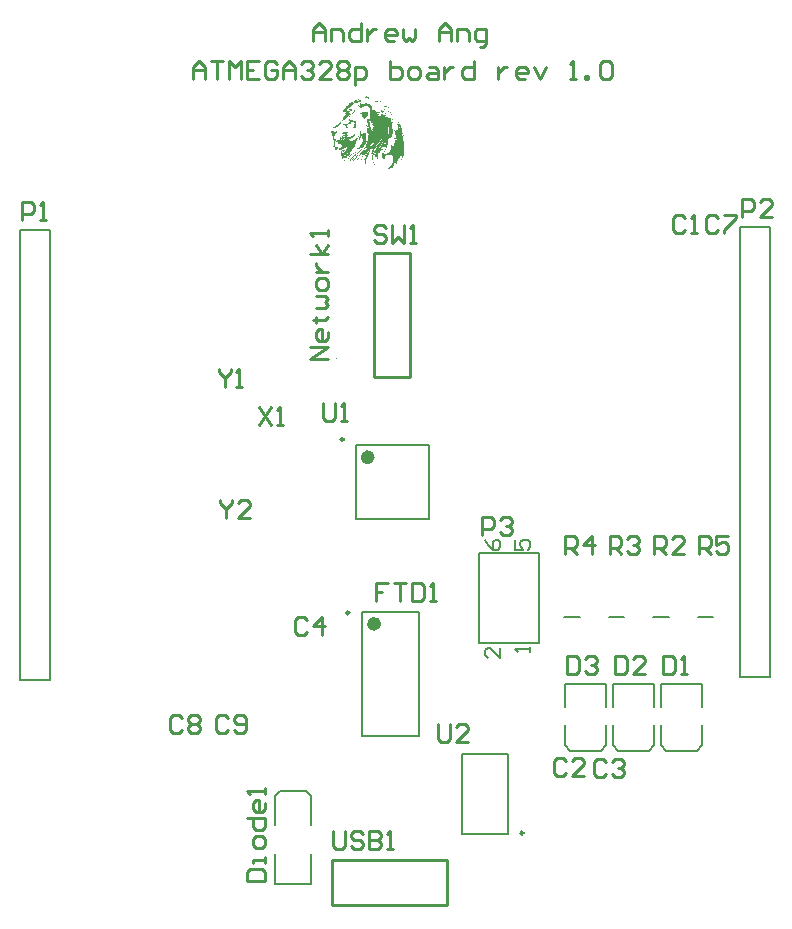
<source format=gto>
G04 Layer_Color=65535*
%FSLAX25Y25*%
%MOIN*%
G70*
G01*
G75*
%ADD23C,0.01000*%
%ADD30C,0.00394*%
%ADD31C,0.00984*%
%ADD32C,0.02362*%
%ADD33C,0.00787*%
%ADD34C,0.00800*%
G36*
X393078Y408982D02*
X393101Y408959D01*
Y408890D01*
Y408867D01*
Y408844D01*
X393078Y408797D01*
X393031Y408774D01*
X393008D01*
X392985Y408797D01*
X392962Y408820D01*
X392939Y408890D01*
Y408913D01*
X392962Y408959D01*
X392985Y408982D01*
X393031Y409006D01*
X393055D01*
X393078Y408982D01*
D02*
G37*
G36*
X397821Y408844D02*
Y408820D01*
X397798Y408797D01*
X397752Y408774D01*
X397706D01*
Y408820D01*
Y408844D01*
X397729Y408867D01*
X397775D01*
X397821Y408844D01*
D02*
G37*
G36*
X392476Y408890D02*
Y408867D01*
X392453Y408844D01*
X392407Y408820D01*
X392383D01*
X392360Y408867D01*
Y408890D01*
Y408913D01*
X392453D01*
X392476Y408890D01*
D02*
G37*
G36*
X391527Y408982D02*
X391550Y408959D01*
X391574Y408890D01*
Y408867D01*
X391562Y408855D01*
X391527Y408844D01*
X391504Y408820D01*
X391486Y408783D01*
X391458Y408774D01*
X391435Y408797D01*
X391411Y408820D01*
X391388Y408890D01*
Y408913D01*
Y408959D01*
X391411Y408982D01*
X391458Y409006D01*
X391481D01*
X391527Y408982D01*
D02*
G37*
G36*
X393286Y408844D02*
X393309Y408820D01*
X393332Y408751D01*
Y408728D01*
Y408705D01*
X393286Y408682D01*
X393240Y408659D01*
X393216D01*
X393193Y408682D01*
X393170Y408705D01*
X393147Y408751D01*
Y408774D01*
X393170Y408820D01*
X393193Y408844D01*
X393240Y408867D01*
X393263D01*
X393286Y408844D01*
D02*
G37*
G36*
X400667Y410672D02*
Y410556D01*
X400691Y410371D01*
Y410348D01*
Y410324D01*
X400714Y410209D01*
X400737Y410070D01*
Y409977D01*
Y409816D01*
Y409654D01*
Y409630D01*
Y409538D01*
X400714Y409376D01*
X400691Y409144D01*
Y409121D01*
Y409075D01*
X400667Y408936D01*
Y408774D01*
X400644Y408705D01*
Y410741D01*
X400667Y410672D01*
D02*
G37*
G36*
X392684Y408797D02*
Y408774D01*
X392661Y408751D01*
X392615Y408728D01*
X392592D01*
X392568Y408774D01*
Y408797D01*
X392615Y408820D01*
X392661D01*
X392684Y408797D01*
D02*
G37*
G36*
Y409121D02*
Y409098D01*
X392661Y409075D01*
X392615Y409052D01*
X392592D01*
X392568Y409098D01*
Y409121D01*
X392615Y409144D01*
X392661D01*
X392684Y409121D01*
D02*
G37*
G36*
X398585Y409399D02*
X398608Y409376D01*
X398631Y409306D01*
Y409283D01*
Y409260D01*
X398585Y409214D01*
X398539Y409191D01*
X398516Y409214D01*
X398492Y409237D01*
X398469Y409306D01*
Y409330D01*
Y409376D01*
X398492Y409399D01*
X398539Y409422D01*
X398562D01*
X398585Y409399D01*
D02*
G37*
G36*
X393402Y409538D02*
X393425Y409515D01*
X393448Y409445D01*
Y409422D01*
Y409399D01*
X393402Y409353D01*
X393355Y409330D01*
X393332D01*
X393309Y409353D01*
X393286Y409376D01*
X393263Y409445D01*
Y409468D01*
X393286Y409515D01*
X393309Y409538D01*
X393355Y409561D01*
X393378D01*
X393402Y409538D01*
D02*
G37*
G36*
X398145Y409075D02*
X398168Y409029D01*
X398122Y409006D01*
X398076D01*
X398053Y409052D01*
Y409075D01*
X398076Y409098D01*
X398122D01*
X398145Y409075D01*
D02*
G37*
G36*
X392291D02*
X392314Y409052D01*
X392337Y408982D01*
Y408959D01*
Y408936D01*
X392291Y408890D01*
X392245Y408867D01*
X392221Y408890D01*
X392198Y408913D01*
X392175Y408982D01*
Y409006D01*
Y409052D01*
X392198Y409075D01*
X392245Y409098D01*
X392268D01*
X392291Y409075D01*
D02*
G37*
G36*
X392846D02*
X392869Y409052D01*
X392893Y408982D01*
Y408959D01*
Y408936D01*
X392846Y408890D01*
X392800Y408867D01*
X392777D01*
X392754Y408890D01*
X392730Y408913D01*
X392707Y408982D01*
Y409006D01*
X392730Y409052D01*
X392754Y409075D01*
X392800Y409098D01*
X392823D01*
X392846Y409075D01*
D02*
G37*
G36*
X411705D02*
X411728Y409052D01*
Y408982D01*
Y408959D01*
Y408936D01*
X411705Y408890D01*
X411682Y408867D01*
X411659D01*
X411636Y408913D01*
Y408982D01*
Y409006D01*
Y409052D01*
X411659Y409098D01*
X411682D01*
X411705Y409075D01*
D02*
G37*
G36*
X411150Y408080D02*
X411173Y408057D01*
Y407987D01*
Y407941D01*
X411127Y407872D01*
X411104D01*
X411081Y407918D01*
Y407987D01*
Y408010D01*
Y408057D01*
X411104Y408103D01*
X411127D01*
X411150Y408080D01*
D02*
G37*
G36*
X410595Y408196D02*
X410618Y408080D01*
Y408034D01*
X410571Y407987D01*
X410548D01*
X410525Y408034D01*
Y408103D01*
Y408126D01*
Y408173D01*
X410548Y408219D01*
X410571D01*
X410595Y408196D01*
D02*
G37*
G36*
X399372Y408288D02*
X399395Y408265D01*
Y408196D01*
Y408173D01*
Y408149D01*
X399372Y408126D01*
X399325Y408103D01*
X399302D01*
X399279Y408126D01*
X399256Y408149D01*
X399233Y408196D01*
Y408219D01*
X399256Y408265D01*
X399279Y408288D01*
X399325Y408311D01*
X399349D01*
X399372Y408288D01*
D02*
G37*
G36*
X400436Y407964D02*
X400459Y407918D01*
Y407895D01*
X400413Y407872D01*
X400390D01*
X400367Y407895D01*
Y407941D01*
Y407964D01*
X400390Y407987D01*
X400413D01*
X400436Y407964D01*
D02*
G37*
G36*
X399140Y407756D02*
X399163Y407733D01*
X399187Y407663D01*
Y407640D01*
Y407617D01*
X399140Y407571D01*
X399094Y407548D01*
X399071Y407571D01*
X399048Y407594D01*
X399025Y407663D01*
Y407687D01*
Y407733D01*
X399048Y407756D01*
X399094Y407779D01*
X399117D01*
X399140Y407756D01*
D02*
G37*
G36*
X400367Y407617D02*
Y407594D01*
X400320Y407548D01*
X400274D01*
Y407594D01*
Y407617D01*
Y407640D01*
X400297Y407663D01*
X400344D01*
X400367Y407617D01*
D02*
G37*
G36*
X399256Y408080D02*
X399279Y408057D01*
X399302Y407987D01*
Y407964D01*
Y407941D01*
X399256Y407895D01*
X399210Y407872D01*
X399187D01*
X399163Y407895D01*
X399140Y407918D01*
X399117Y407987D01*
Y408010D01*
X399140Y408057D01*
X399163Y408080D01*
X399210Y408103D01*
X399233D01*
X399256Y408080D01*
D02*
G37*
G36*
X399996Y411551D02*
Y411412D01*
X400020Y411227D01*
Y411181D01*
X400043Y411088D01*
X400066Y410949D01*
X400089Y410857D01*
Y410811D01*
Y410718D01*
X400112Y410579D01*
Y410533D01*
X400135Y410463D01*
X400182Y410371D01*
X400205Y410301D01*
X400413Y410417D01*
Y410394D01*
X400367Y410324D01*
X400320Y410186D01*
X400251Y409977D01*
Y409954D01*
X400228Y409931D01*
X400182Y409816D01*
X400135Y409677D01*
X400089Y409561D01*
X400066Y409515D01*
X400020Y409422D01*
X399996Y409376D01*
X399973Y409330D01*
Y409306D01*
X399927Y409214D01*
X399834Y409075D01*
X399696Y408867D01*
Y408844D01*
X399673Y408820D01*
X399580Y408682D01*
X399487Y408543D01*
X399418Y408427D01*
Y408497D01*
Y408543D01*
X399441Y408566D01*
Y408612D01*
X399464Y408705D01*
Y408728D01*
X399487Y408774D01*
X399511Y408844D01*
X399534Y408867D01*
Y408890D01*
X399557Y409006D01*
X399580Y409167D01*
X399626Y409399D01*
Y409422D01*
X399649Y409468D01*
Y409538D01*
X399673Y409654D01*
X399719Y409908D01*
X399765Y410232D01*
Y410255D01*
X399788Y410301D01*
Y410394D01*
X399811Y410510D01*
X399834Y410764D01*
X399881Y411065D01*
Y411088D01*
X399904Y411134D01*
Y411204D01*
X399927Y411296D01*
X399950Y411482D01*
X399973Y411574D01*
Y411620D01*
X399996Y411551D01*
D02*
G37*
G36*
X392916Y408682D02*
Y408659D01*
Y408635D01*
X392869Y408612D01*
X392823D01*
X392800Y408659D01*
Y408682D01*
X392846Y408705D01*
X392893D01*
X392916Y408682D01*
D02*
G37*
G36*
X391643Y408844D02*
X391666Y408820D01*
Y408763D01*
X391643Y408751D01*
X391620Y408728D01*
Y408682D01*
Y408670D01*
X391597Y408659D01*
X391574D01*
X391550Y408682D01*
X391504Y408705D01*
X391481Y408751D01*
Y408774D01*
X391486Y408783D01*
X391527Y408797D01*
X391550Y408844D01*
X391562Y408855D01*
X391597Y408867D01*
X391620D01*
X391643Y408844D01*
D02*
G37*
G36*
X392522Y408635D02*
X392545Y408612D01*
Y408543D01*
Y408520D01*
Y408497D01*
X392522Y408450D01*
X392476Y408427D01*
X392453D01*
X392430Y408450D01*
X392407Y408473D01*
X392383Y408543D01*
Y408566D01*
X392407Y408612D01*
X392430Y408635D01*
X392476Y408659D01*
X392499D01*
X392522Y408635D01*
D02*
G37*
G36*
X400575Y408404D02*
X400598Y408381D01*
Y408311D01*
Y408265D01*
X400552Y408219D01*
X400529D01*
X400506Y408242D01*
Y408311D01*
Y408334D01*
Y408381D01*
X400529Y408427D01*
X400552D01*
X400575Y408404D01*
D02*
G37*
G36*
X410525D02*
X410548Y408381D01*
Y408311D01*
Y408288D01*
Y408265D01*
X410525Y408242D01*
X410479Y408219D01*
X410456Y408242D01*
X410433Y408265D01*
X410409Y408311D01*
Y408334D01*
Y408381D01*
X410433Y408404D01*
X410479Y408427D01*
X410502D01*
X410525Y408404D01*
D02*
G37*
G36*
X392198Y408635D02*
X392221Y408612D01*
Y408543D01*
Y408520D01*
Y408497D01*
X392198Y408450D01*
X392152Y408427D01*
X392129D01*
X392106Y408450D01*
X392059Y408473D01*
X392036Y408543D01*
Y408566D01*
X392059Y408612D01*
X392083Y408635D01*
X392152Y408659D01*
X392175D01*
X392198Y408635D01*
D02*
G37*
G36*
X402010Y411273D02*
X402033Y411250D01*
Y411204D01*
Y411158D01*
X402010Y411134D01*
X401963Y411088D01*
X401940D01*
X401917Y411134D01*
Y411204D01*
Y411227D01*
Y411273D01*
X401940Y411296D01*
X401987D01*
X402010Y411273D01*
D02*
G37*
G36*
X412261Y412037D02*
Y411968D01*
X412284Y411852D01*
Y411829D01*
X412307Y411759D01*
X412330Y411690D01*
X412353Y411644D01*
Y411412D01*
Y411204D01*
X412330Y411250D01*
X412307Y411320D01*
X412284Y411412D01*
Y411435D01*
X412261Y411505D01*
Y411574D01*
X412238Y411644D01*
Y411852D01*
Y412083D01*
X412261Y412037D01*
D02*
G37*
G36*
X390069Y411620D02*
X390093Y411528D01*
Y411482D01*
X390046Y411412D01*
X390023D01*
X390000Y411458D01*
Y411528D01*
Y411551D01*
Y411597D01*
X390023Y411644D01*
X390046D01*
X390069Y411620D01*
D02*
G37*
G36*
X400598Y411181D02*
X400621Y411158D01*
Y411088D01*
Y411065D01*
Y411042D01*
X400598Y410996D01*
X400552Y410972D01*
X400529D01*
X400506Y410996D01*
X400459Y411019D01*
X400436Y411088D01*
Y411111D01*
X400459Y411158D01*
X400482Y411181D01*
X400552Y411204D01*
X400575D01*
X400598Y411181D01*
D02*
G37*
G36*
X401454Y411250D02*
X401501Y411181D01*
X401547Y411042D01*
X401570Y411019D01*
X401593Y410926D01*
X401616Y410834D01*
X401639Y410764D01*
Y410741D01*
X401663Y410695D01*
X401686Y410579D01*
X401709Y410417D01*
X401732Y410371D01*
X401755Y410301D01*
X401778Y410186D01*
X401801Y410093D01*
Y410625D01*
X401825Y410533D01*
X401848Y410394D01*
Y410278D01*
X401871Y410139D01*
Y410116D01*
X401894Y410070D01*
X401917Y409931D01*
X401940Y409769D01*
X401963Y409700D01*
Y409654D01*
Y409330D01*
Y409006D01*
Y408959D01*
X401940Y408867D01*
X401917Y408728D01*
Y408705D01*
X401894Y408612D01*
X401871Y408520D01*
X401848Y408427D01*
Y408404D01*
X401825Y408311D01*
X401801Y408173D01*
X401732Y407987D01*
X401709Y407941D01*
X401686Y407849D01*
X401663Y407733D01*
X401639Y407663D01*
X401616Y407617D01*
X401593Y407571D01*
X401547Y407478D01*
Y407455D01*
X401524Y407386D01*
X401477Y407293D01*
X401408Y407154D01*
Y407131D01*
X401362Y407062D01*
X401315Y406946D01*
X401269Y406830D01*
Y406807D01*
X401246Y406761D01*
X401223Y406715D01*
X401200Y406668D01*
Y406576D01*
Y406553D01*
X401177Y406506D01*
X401107Y406414D01*
X400991Y406252D01*
X400968Y406206D01*
X400899Y406113D01*
X400806Y405997D01*
X400737Y405882D01*
Y405859D01*
X400691Y405835D01*
X400644Y405743D01*
X400552Y405627D01*
X400529Y405604D01*
X400482Y405558D01*
X400436Y405488D01*
X400413Y405465D01*
X400390Y405442D01*
X400344Y405396D01*
X400274Y405280D01*
X400135Y405141D01*
X400089Y405095D01*
X399996Y405002D01*
X399858Y404864D01*
X399696Y404702D01*
X399649Y404655D01*
X399557Y404563D01*
X399418Y404447D01*
X399256Y404285D01*
X399233Y404262D01*
X399163Y404169D01*
X399071Y404077D01*
X398978Y404007D01*
X398955Y403984D01*
X398909Y403938D01*
X398816Y403868D01*
X398677Y403730D01*
X398631Y403707D01*
X398539Y403614D01*
X398400Y403475D01*
X398215Y403336D01*
X398168Y403313D01*
X398076Y403221D01*
X397914Y403082D01*
X397752Y402943D01*
X397729Y402920D01*
X397636Y402850D01*
X397520Y402758D01*
X397428Y402688D01*
X397752Y403128D01*
X397729D01*
X397659Y403082D01*
X397613Y403059D01*
X397567Y403035D01*
X397220Y402688D01*
X397197Y402665D01*
X397173Y402619D01*
X397104Y402526D01*
X397035Y402364D01*
X397011Y402318D01*
X396988Y402225D01*
X396919Y402110D01*
X396873Y402017D01*
X396849Y401971D01*
X396826Y401878D01*
X396803Y401740D01*
Y401717D01*
Y401624D01*
X396780Y401554D01*
Y401485D01*
X396664Y401693D01*
X396456Y401578D01*
Y401624D01*
X396479Y401670D01*
X396502Y401763D01*
X396526Y401786D01*
X396549Y401855D01*
X396595Y401948D01*
X396641Y402040D01*
X396664Y402064D01*
X396688Y402133D01*
X396780Y402295D01*
X396803Y402318D01*
X396826Y402364D01*
X396849Y402434D01*
X396873Y402480D01*
X396896D01*
X396919Y402526D01*
X397011Y402596D01*
X397104Y402688D01*
X397127Y402711D01*
X397220Y402804D01*
X397312Y402897D01*
X397451Y403035D01*
X397474Y403059D01*
X397567Y403151D01*
X397682Y403267D01*
X397821Y403406D01*
X397845Y403429D01*
X397937Y403521D01*
X398030Y403614D01*
X398122Y403683D01*
X398168Y403730D01*
X398261Y403799D01*
X398377Y403892D01*
X398423Y403915D01*
X398516Y404007D01*
X398677Y404146D01*
X398863Y404285D01*
X398886D01*
X398909Y404331D01*
X399025Y404424D01*
X399187Y404539D01*
X399372Y404678D01*
X399418Y404702D01*
X399487Y404771D01*
X399580Y404864D01*
X399649Y404910D01*
X399673Y404933D01*
X399719Y404979D01*
X399788Y405025D01*
X399811Y405049D01*
X399858Y405095D01*
X400020Y405257D01*
X400043Y405280D01*
X400089Y405349D01*
X400251Y405488D01*
X400274Y405511D01*
X400320Y405558D01*
X400367Y405627D01*
X400413Y405673D01*
X400436Y405720D01*
X400482Y405766D01*
X400529Y405835D01*
X400552Y405859D01*
X400575Y405905D01*
X400621Y405974D01*
X400644Y406020D01*
Y406044D01*
X400667Y406067D01*
X400737Y406206D01*
X400760Y406229D01*
X400783Y406298D01*
X400853Y406391D01*
X400899Y406483D01*
X400922Y406506D01*
X400945Y406576D01*
X401015Y406715D01*
Y406738D01*
X401038Y406784D01*
X401107Y406900D01*
Y406923D01*
X401154Y406992D01*
X401177Y407131D01*
X401223Y407247D01*
X401246Y407363D01*
Y407386D01*
X401269Y407432D01*
X401315Y407571D01*
X401385Y407733D01*
X401408Y407825D01*
X401431Y407872D01*
Y407987D01*
Y408103D01*
X401408Y408080D01*
X401385Y408057D01*
X401362Y407987D01*
X401339Y407941D01*
X401292Y407872D01*
X401269Y407825D01*
X401246Y407733D01*
X401177Y407594D01*
Y407548D01*
X401154Y407478D01*
X401130Y407386D01*
X401107Y407316D01*
Y407293D01*
X401061Y407270D01*
X401015Y407201D01*
X400945Y407085D01*
Y407062D01*
X400922Y406992D01*
X400899Y406946D01*
X400876Y406900D01*
X400853Y406877D01*
X400806Y406830D01*
X400737Y406761D01*
X400691Y406738D01*
X400667Y406715D01*
Y406692D01*
X400598Y406622D01*
X400506Y406530D01*
X400482Y406506D01*
X400436Y406460D01*
X400274Y406298D01*
X400251Y406275D01*
X400205Y406229D01*
X400089Y406113D01*
X400043Y406090D01*
X399996Y406044D01*
X399927Y405974D01*
X399904Y405951D01*
X399858Y405905D01*
X399696Y405766D01*
X399673Y405743D01*
X399626Y405720D01*
X399487Y405581D01*
X399464Y405558D01*
X399418Y405535D01*
X399372Y405488D01*
X399325Y405465D01*
X399349Y405488D01*
X399395Y405535D01*
X399464Y405604D01*
X399580Y405720D01*
X399626Y405766D01*
X399719Y405859D01*
X399834Y405997D01*
X399996Y406159D01*
X400043Y406206D01*
X400135Y406298D01*
X400251Y406437D01*
X400390Y406599D01*
X400413Y406645D01*
X400482Y406715D01*
X400575Y406807D01*
X400644Y406900D01*
X400667Y406946D01*
X400714Y407016D01*
X400783Y407154D01*
Y407177D01*
X400806Y407201D01*
X400853Y407293D01*
X400922Y407432D01*
X400968Y407548D01*
X400991Y407594D01*
Y407640D01*
X401015Y407710D01*
Y407733D01*
X401038Y407779D01*
X401084Y407825D01*
X401107Y407872D01*
Y407895D01*
X401130Y407941D01*
Y408010D01*
X401154Y408126D01*
Y408149D01*
X401177Y408219D01*
X401200Y408265D01*
Y408311D01*
Y408334D01*
Y408381D01*
Y408473D01*
X401177Y408612D01*
Y408635D01*
Y408728D01*
Y408797D01*
Y408867D01*
X401107D01*
Y408844D01*
X401084Y408774D01*
X401061Y408659D01*
X401015Y408473D01*
Y408427D01*
X400991Y408334D01*
Y408196D01*
X400968Y408103D01*
Y408057D01*
X400922Y407964D01*
X400876Y407802D01*
Y407756D01*
X400830Y407663D01*
X400783Y407548D01*
X400737Y407432D01*
Y407409D01*
X400691Y407339D01*
X400667Y407293D01*
X400644Y407224D01*
X400621Y407201D01*
X400598Y407131D01*
X400529Y407016D01*
X400436Y406877D01*
X400413Y406853D01*
X400390Y406784D01*
X400344Y406715D01*
X400320Y406668D01*
X399325Y405673D01*
X399302Y405650D01*
X399279Y405627D01*
X399187Y405558D01*
X399071Y405488D01*
X399048Y405465D01*
X398978Y405442D01*
X398932Y405396D01*
X399002Y405488D01*
X399140Y405627D01*
X399187Y405673D01*
X399279Y405766D01*
X399418Y405928D01*
X399580Y406113D01*
Y406136D01*
X399626Y406159D01*
X399719Y406275D01*
X399858Y406414D01*
X400020Y406576D01*
X400066Y406622D01*
X400135Y406715D01*
X400251Y406807D01*
X400320Y406900D01*
X400344Y406946D01*
X400367Y406992D01*
X400413Y407062D01*
X400436Y407085D01*
X400459Y407131D01*
X400506Y407177D01*
X400552Y407224D01*
Y407270D01*
Y407316D01*
X400506Y407270D01*
X400459Y407201D01*
X400367Y407108D01*
X400344Y407085D01*
X400297Y407016D01*
X400251Y406946D01*
X400205Y406900D01*
X400182Y406877D01*
X400159Y406830D01*
X400089Y406761D01*
X399973Y406645D01*
X399950Y406622D01*
X399881Y406553D01*
X399765Y406460D01*
X399626Y406321D01*
X399603Y406298D01*
X399534Y406229D01*
X399418Y406113D01*
X399302Y405997D01*
X399279Y405974D01*
X399233Y405905D01*
X399163Y405835D01*
X399094Y405789D01*
X399048Y405743D01*
X398978Y405696D01*
X398886Y405604D01*
X398863Y405581D01*
X398793Y405535D01*
X398724Y405488D01*
X398654Y405465D01*
X399765Y406576D01*
Y406599D01*
X399811Y406622D01*
X399904Y406715D01*
X400020Y406853D01*
Y406877D01*
X400066Y406900D01*
X400135Y406992D01*
X400251Y407108D01*
X400320Y407224D01*
X400344Y407247D01*
X400367Y407293D01*
X400413Y407363D01*
X400436Y407386D01*
X400459Y407432D01*
X400506Y407502D01*
X400552Y407548D01*
Y407571D01*
X400575Y407663D01*
Y407687D01*
X400598Y407710D01*
X400621Y407756D01*
X400644Y407779D01*
X400667Y407825D01*
Y407872D01*
X400691Y407941D01*
Y407964D01*
X400714Y408010D01*
X400737Y408057D01*
Y408103D01*
X400760Y408126D01*
X400783Y408173D01*
X400806Y408265D01*
X400830Y408404D01*
Y408427D01*
X400853Y408520D01*
X400876Y408589D01*
Y408659D01*
Y408682D01*
Y408751D01*
Y408890D01*
X400899Y409075D01*
Y409098D01*
Y409121D01*
X400922Y409260D01*
Y409468D01*
Y409700D01*
Y409723D01*
Y409746D01*
X400945Y409908D01*
Y410093D01*
Y410324D01*
Y410348D01*
Y410371D01*
X400968Y410487D01*
Y410648D01*
Y410741D01*
X400991Y410718D01*
Y410625D01*
X401015Y410510D01*
Y410487D01*
X401038Y410417D01*
X401084Y410348D01*
X401107Y410301D01*
Y410278D01*
Y410255D01*
Y410186D01*
Y410163D01*
X401130Y410116D01*
Y409977D01*
Y409954D01*
X401154Y409908D01*
X401177Y409769D01*
Y409746D01*
X401200Y409723D01*
Y409677D01*
Y409654D01*
Y409630D01*
Y409584D01*
Y409491D01*
X401223Y409353D01*
Y409330D01*
X401246Y409237D01*
X401269Y409167D01*
X401292Y409098D01*
X401431Y410209D01*
X401292D01*
Y410764D01*
X401431Y410533D01*
Y411296D01*
X401454Y411250D01*
D02*
G37*
G36*
X402102Y410834D02*
X402125Y410787D01*
Y410695D01*
Y410672D01*
Y410625D01*
X402102Y410579D01*
X402079Y410533D01*
X402056D01*
X402033Y410556D01*
Y410579D01*
Y410602D01*
Y410695D01*
Y410718D01*
Y410741D01*
Y410811D01*
X402056Y410834D01*
Y410857D01*
X402079D01*
X402102Y410834D01*
D02*
G37*
G36*
X414043Y410741D02*
X414066Y410625D01*
Y410579D01*
X414019Y410533D01*
X413996D01*
X413973Y410579D01*
Y410648D01*
Y410672D01*
Y410718D01*
X413996Y410764D01*
X414019D01*
X414043Y410741D01*
D02*
G37*
G36*
X401894Y412153D02*
X401917Y412129D01*
X401940Y412060D01*
Y412037D01*
Y412014D01*
X401894Y411991D01*
X401848Y411968D01*
X401825Y411991D01*
X401801Y412014D01*
X401778Y412060D01*
Y412083D01*
Y412129D01*
X401801Y412153D01*
X401848Y412176D01*
X401871D01*
X401894Y412153D01*
D02*
G37*
G36*
X402102Y412291D02*
X402125Y412245D01*
Y412222D01*
X402079Y412176D01*
X402056D01*
X402033Y412199D01*
Y412245D01*
Y412268D01*
Y412291D01*
X402056Y412315D01*
X402079D01*
X402102Y412291D01*
D02*
G37*
G36*
X412168Y412384D02*
X412191Y412315D01*
Y412268D01*
X412145Y412176D01*
X412122D01*
X412099Y412222D01*
X412076Y412291D01*
Y412315D01*
Y412361D01*
X412099Y412407D01*
X412145D01*
X412168Y412384D01*
D02*
G37*
G36*
X402033Y411944D02*
Y411921D01*
Y411898D01*
X402010Y411875D01*
X401963Y411852D01*
X401917D01*
Y411898D01*
Y411921D01*
Y411944D01*
X401940Y411968D01*
X402010D01*
X402033Y411944D01*
D02*
G37*
G36*
X401315Y411620D02*
X401339Y411528D01*
Y411482D01*
X401292Y411412D01*
X401269D01*
X401246Y411458D01*
Y411528D01*
Y411551D01*
Y411597D01*
X401269Y411644D01*
X401292D01*
X401315Y411620D01*
D02*
G37*
G36*
X401894D02*
X401917Y411597D01*
X401940Y411528D01*
Y411505D01*
Y411482D01*
X401894Y411435D01*
X401848Y411412D01*
X401825Y411435D01*
X401801Y411458D01*
X401778Y411528D01*
Y411551D01*
Y411597D01*
X401801Y411620D01*
X401848Y411644D01*
X401871D01*
X401894Y411620D01*
D02*
G37*
G36*
X411405Y411736D02*
X411428Y411713D01*
X411451Y411644D01*
Y411620D01*
Y411597D01*
X411405Y411551D01*
X411358Y411528D01*
X411335Y411551D01*
X411312Y411574D01*
X411289Y411644D01*
Y411667D01*
Y411713D01*
X411312Y411736D01*
X411358Y411759D01*
X411381D01*
X411405Y411736D01*
D02*
G37*
G36*
X411150Y409954D02*
X411173Y409931D01*
Y409862D01*
Y409816D01*
X411127Y409746D01*
X411104D01*
X411081Y409792D01*
Y409862D01*
Y409885D01*
Y409931D01*
X411104Y409977D01*
X411127D01*
X411150Y409954D01*
D02*
G37*
G36*
X414297Y410070D02*
X414320Y410047D01*
Y409977D01*
Y409954D01*
Y409931D01*
X414297Y409908D01*
X414251Y409885D01*
X414228D01*
X414204Y409908D01*
X414158Y409931D01*
X414135Y409977D01*
Y410001D01*
X414158Y410047D01*
X414181Y410070D01*
X414251Y410093D01*
X414274D01*
X414297Y410070D01*
D02*
G37*
G36*
X390278Y411505D02*
X390347Y411458D01*
X390370D01*
X390393Y411435D01*
X390486Y411412D01*
X390949D01*
X391018Y411389D01*
X391088Y411343D01*
X391111D01*
X391157Y411320D01*
X391203Y411296D01*
X391805D01*
X391851Y411320D01*
X391898Y411343D01*
X391921Y411366D01*
X391944Y411389D01*
X391990Y411412D01*
X392013D01*
X392059Y411435D01*
X392268D01*
Y411412D01*
X392245Y411389D01*
Y411296D01*
Y411273D01*
X392198Y411181D01*
X392175Y411134D01*
X392152Y411088D01*
X392129Y411065D01*
X392083Y411019D01*
X391967Y410903D01*
X391805Y410741D01*
X391759Y410695D01*
X391666Y410602D01*
X391550Y410487D01*
X391458Y410417D01*
Y409977D01*
X391365Y410093D01*
X391342Y410070D01*
X391296Y409977D01*
X391273Y409931D01*
X391250Y409885D01*
Y409862D01*
Y409816D01*
X391226Y409700D01*
X391180Y409538D01*
Y409491D01*
X391157Y409399D01*
X391134Y409283D01*
Y409191D01*
X391203D01*
X391226Y409144D01*
X391250Y409098D01*
Y409006D01*
X391273Y408982D01*
X391296Y408867D01*
X391319Y408820D01*
X391365Y408774D01*
X391388Y408751D01*
X391458Y408635D01*
X391481D01*
X391504Y408589D01*
X391597Y408543D01*
X391643Y408520D01*
X391689Y408543D01*
X391666Y408566D01*
X391643Y408589D01*
X391620Y408659D01*
Y408670D01*
X391643Y408682D01*
X391666Y408705D01*
Y408728D01*
Y408751D01*
Y408763D01*
X391689Y408774D01*
X391712D01*
X391736Y408751D01*
X391759Y408728D01*
Y408659D01*
Y408635D01*
Y408612D01*
X391736Y408566D01*
X391689Y408543D01*
X391759D01*
X391805Y408566D01*
X391828D01*
X391851Y408589D01*
X391898Y408635D01*
X391828Y408543D01*
X391805Y408497D01*
X391782Y408427D01*
Y408404D01*
X391828Y408358D01*
X391851D01*
X391874Y408334D01*
X391805D01*
X391689Y408311D01*
X391666D01*
X391597Y408288D01*
X391504Y408265D01*
X391458Y408219D01*
Y408173D01*
Y408103D01*
Y407987D01*
Y407964D01*
Y407895D01*
Y407825D01*
Y407779D01*
Y407756D01*
Y407733D01*
X391411Y407687D01*
X391365Y407663D01*
X391342D01*
X391296Y407640D01*
Y407663D01*
Y407710D01*
X391273Y407756D01*
Y407779D01*
Y407802D01*
Y407849D01*
X391250Y407872D01*
Y407895D01*
X391226Y407941D01*
X391180Y408010D01*
Y408034D01*
X391157Y408103D01*
X391088Y408265D01*
Y408288D01*
X391064Y408358D01*
X390972Y408497D01*
Y408520D01*
X390949Y408566D01*
X390926Y408612D01*
X390902Y408659D01*
Y408682D01*
Y408728D01*
X390879Y408820D01*
Y408844D01*
Y408913D01*
Y409006D01*
X390856Y409098D01*
Y409121D01*
X390833Y409191D01*
X390810Y409376D01*
Y409399D01*
Y409445D01*
Y409561D01*
Y409584D01*
X390787Y409654D01*
X390764Y409769D01*
X390694Y409954D01*
Y409977D01*
X390671Y410001D01*
X390648Y410116D01*
X390602Y410232D01*
Y410278D01*
X390579Y410301D01*
Y410324D01*
X390555Y410348D01*
X390509Y410440D01*
X390417Y410579D01*
X390393Y410625D01*
X390347Y410695D01*
X390301Y410787D01*
X390254Y410857D01*
X390231Y410880D01*
X390208Y410903D01*
Y410926D01*
X390185Y410996D01*
Y411019D01*
X390162Y411042D01*
X390139Y411088D01*
Y411204D01*
Y411296D01*
X390162Y411320D01*
X390185Y411412D01*
Y411435D01*
X390208Y411458D01*
X390231Y411505D01*
X390254Y411528D01*
X390278Y411505D01*
D02*
G37*
G36*
X396711Y409954D02*
X396734Y409931D01*
X396757Y409862D01*
Y409839D01*
Y409816D01*
X396711Y409769D01*
X396664Y409746D01*
X396641D01*
X396618Y409769D01*
X396595Y409792D01*
X396572Y409862D01*
Y409885D01*
X396595Y409931D01*
X396618Y409954D01*
X396664Y409977D01*
X396688D01*
X396711Y409954D01*
D02*
G37*
G36*
X396664Y409677D02*
Y409654D01*
Y409630D01*
X396641Y409584D01*
X396595D01*
X396572Y409607D01*
X396549Y409654D01*
Y409677D01*
Y409700D01*
X396641D01*
X396664Y409677D01*
D02*
G37*
G36*
X393564Y409654D02*
X393587Y409677D01*
X393656Y409769D01*
X393679Y409792D01*
X393702Y409816D01*
X393749Y409862D01*
X393795Y409885D01*
X393887D01*
X393564Y409654D01*
D02*
G37*
G36*
X393517Y409954D02*
X393540Y409931D01*
Y409862D01*
Y409839D01*
Y409816D01*
X393517Y409769D01*
X393471Y409746D01*
X393448D01*
X393425Y409769D01*
X393402Y409792D01*
X393378Y409862D01*
Y409885D01*
X393402Y409931D01*
X393425Y409954D01*
X393471Y409977D01*
X393494D01*
X393517Y409954D01*
D02*
G37*
G36*
X402426Y410602D02*
X402449Y410533D01*
Y410417D01*
Y410394D01*
Y410324D01*
X402426Y410255D01*
X402403Y410209D01*
X402380D01*
X402357Y410255D01*
Y410278D01*
Y410301D01*
Y410417D01*
Y410440D01*
Y410463D01*
Y410579D01*
Y410602D01*
X402380Y410625D01*
Y410648D01*
X402403D01*
X402426Y410602D01*
D02*
G37*
G36*
X414135Y410394D02*
X414158Y410301D01*
Y410255D01*
X414112Y410209D01*
X414089D01*
X414066Y410255D01*
Y410324D01*
Y410348D01*
Y410394D01*
X414089Y410417D01*
X414112D01*
X414135Y410394D01*
D02*
G37*
G36*
X391851Y410625D02*
X391874Y410602D01*
X391898Y410533D01*
Y410510D01*
X391874Y410487D01*
X391851Y410440D01*
X391782Y410417D01*
X391759Y410440D01*
X391736Y410463D01*
X391712Y410533D01*
Y410556D01*
Y410602D01*
X391736Y410625D01*
X391782Y410648D01*
X391805D01*
X391851Y410625D01*
D02*
G37*
G36*
X397497Y410510D02*
X397520Y410487D01*
X397544Y410417D01*
Y410409D01*
X397567Y410417D01*
X397590D01*
X397613Y410394D01*
X397636Y410371D01*
Y410301D01*
Y410278D01*
Y410255D01*
X397613Y410232D01*
X397567Y410209D01*
X397544D01*
X397520Y410232D01*
X397474Y410255D01*
X397451Y410301D01*
Y410309D01*
X397497Y410324D01*
X397520Y410371D01*
X397544Y410394D01*
Y410409D01*
X397497Y410394D01*
X397474Y410371D01*
X397451Y410324D01*
Y410309D01*
X397428Y410301D01*
X397405Y410324D01*
X397382Y410348D01*
X397358Y410417D01*
Y410440D01*
Y410487D01*
X397382Y410510D01*
X397428Y410533D01*
X397451D01*
X397497Y410510D01*
D02*
G37*
G36*
X395785Y411088D02*
X395762D01*
X395739Y411065D01*
X395692Y411042D01*
X395669Y410972D01*
X395646Y410949D01*
X395600Y410857D01*
X395577Y410811D01*
X395554Y410764D01*
Y410695D01*
Y410648D01*
X395669Y410533D01*
X395646D01*
X395623Y410510D01*
X395577Y410487D01*
X395554Y410417D01*
Y410371D01*
Y410324D01*
X395577Y410232D01*
Y410209D01*
X395600Y410163D01*
X395646Y410116D01*
X395669Y410093D01*
X395692Y410070D01*
X395762Y410001D01*
X395808D01*
X395854Y409977D01*
X395831Y409954D01*
X395762Y409931D01*
X395716Y409908D01*
X395669Y409885D01*
X395646Y409839D01*
X395577Y409746D01*
Y409700D01*
X395554Y409654D01*
X395577Y409630D01*
X395623Y409584D01*
X395692Y409491D01*
X395716Y409468D01*
X395762Y409422D01*
X395831Y409376D01*
X395878Y409330D01*
X395901Y409306D01*
X395947D01*
X395993Y409330D01*
X395970D01*
X395947Y409353D01*
X395924Y409376D01*
X395901Y409445D01*
Y409468D01*
X395924Y409515D01*
X395947Y409538D01*
X395993Y409561D01*
X396016D01*
X396040Y409538D01*
X396063Y409515D01*
X396086Y409445D01*
Y409422D01*
Y409399D01*
X396040Y409353D01*
X395993Y409330D01*
X396016D01*
X396040Y409353D01*
X396132Y409376D01*
X396155D01*
X396178Y409399D01*
X396225Y409422D01*
X396248Y409445D01*
X396271Y409491D01*
X396294Y409538D01*
Y409561D01*
X396317Y409584D01*
X396340Y409630D01*
Y409654D01*
X396363Y409630D01*
X396387Y409584D01*
X396410D01*
X396456Y409561D01*
X396479Y409538D01*
X396502Y409515D01*
X396641D01*
X396664Y409561D01*
X396688D01*
X396734Y409584D01*
X396780Y409630D01*
X396803Y409654D01*
X396826Y409677D01*
X396849Y409723D01*
X396873Y409746D01*
X396896Y409769D01*
X396988Y409816D01*
X397011D01*
X397035Y409839D01*
X397104Y409885D01*
X397243D01*
X397266Y409931D01*
X397289Y409954D01*
X397335Y409977D01*
X397358Y410001D01*
X397428D01*
Y409746D01*
X397451Y409769D01*
X397497Y409862D01*
Y409885D01*
X397520Y409908D01*
X397544Y409954D01*
X397567Y409977D01*
Y410001D01*
X397590Y410024D01*
X397613Y410116D01*
X397659Y410255D01*
X397682Y410301D01*
X397706Y410371D01*
X397729Y410463D01*
X397752Y410533D01*
X397798D01*
X397821Y410556D01*
X397845D01*
X397891Y410533D01*
X397914Y410510D01*
X397960Y410487D01*
X398006Y410417D01*
X398030D01*
X398053Y410371D01*
X398122Y410301D01*
Y410255D01*
Y410209D01*
X398099Y410186D01*
X398030Y410070D01*
X398006Y410024D01*
X397983Y409977D01*
X397960Y409954D01*
X397914Y409908D01*
X397821Y409816D01*
X397682Y409677D01*
X397659Y409654D01*
X397567Y409561D01*
X397497Y409491D01*
X397428Y409422D01*
X397405Y409399D01*
X397358Y409376D01*
X397266Y409353D01*
X397197D01*
X397150Y409330D01*
X397104D01*
X397081Y409306D01*
X397035Y409260D01*
Y409237D01*
X397011Y409191D01*
X396965D01*
X396919Y409167D01*
X396826Y409144D01*
X396803D01*
X396757Y409121D01*
X396711Y409098D01*
X396664D01*
X396456Y409006D01*
X396410Y408959D01*
X396363Y408913D01*
X396271Y408820D01*
X396248Y408797D01*
X396201Y408751D01*
X396155Y408705D01*
X396109Y408659D01*
Y408589D01*
Y408543D01*
X396132Y408520D01*
X396178Y408497D01*
X396225Y408473D01*
X396248D01*
X396271Y408450D01*
X396317D01*
X396340Y408427D01*
X396363D01*
X396387Y408381D01*
X396410Y408358D01*
X396456Y408311D01*
X396479Y408288D01*
X396502Y408242D01*
X396549Y408149D01*
X396572Y408126D01*
X396595Y408080D01*
X396641Y408034D01*
X396664Y407987D01*
X396688Y407964D01*
X396734D01*
X396780Y407987D01*
X396803Y408010D01*
X396826Y408080D01*
Y408103D01*
X396849Y408126D01*
X396873Y408219D01*
X396896Y408196D01*
X396988Y408080D01*
X397011D01*
X397035Y408034D01*
X397104Y407987D01*
X397150Y407964D01*
X397173D01*
X397220Y407987D01*
X397243D01*
X397289Y408010D01*
X397312Y408034D01*
X397335Y408103D01*
Y408659D01*
X397358D01*
X397382Y408635D01*
X397405Y408612D01*
X397428Y408543D01*
X397451Y408473D01*
X397497Y408381D01*
X397544Y408288D01*
X397590Y408196D01*
X397613Y408149D01*
X397659Y408057D01*
X397729Y407941D01*
X397752Y407872D01*
X397775D01*
X397821Y407825D01*
X397845Y407802D01*
X397891Y407779D01*
Y408635D01*
X397914Y408612D01*
X397937Y408543D01*
X397983Y408427D01*
X398006Y408404D01*
X398030Y408334D01*
X398076Y408265D01*
X398122Y408219D01*
Y408196D01*
X398145Y408149D01*
X398168Y408126D01*
X398215Y408103D01*
Y408867D01*
X398446Y408543D01*
X398469D01*
X398492Y408566D01*
X398516Y408589D01*
X398539Y408659D01*
X398562Y408705D01*
Y408797D01*
X398585Y408913D01*
Y408959D01*
X398608Y409029D01*
X398631Y409121D01*
X398654Y409191D01*
X398863D01*
X398886Y409214D01*
X398932Y409260D01*
X398978Y409330D01*
X399002D01*
X399025Y409376D01*
X399071Y409445D01*
X399140Y409538D01*
X399163Y409561D01*
X399210Y409630D01*
X399279Y409700D01*
X399325Y409746D01*
X399349Y409792D01*
X399372Y409839D01*
X399418Y409908D01*
X399441Y409931D01*
X399464Y409977D01*
X399511Y410047D01*
X399534Y410093D01*
Y409977D01*
Y409954D01*
X399487Y409908D01*
X399441Y409816D01*
X399372Y409677D01*
X399349Y409630D01*
X399302Y409538D01*
X399233Y409376D01*
X399140Y409214D01*
X399117Y409167D01*
X399071Y409075D01*
X399002Y408913D01*
X398909Y408751D01*
X398886Y408705D01*
X398839Y408635D01*
X398793Y408520D01*
X398770Y408427D01*
X398747Y408381D01*
X398724Y408311D01*
X398677Y408219D01*
Y408196D01*
X398631Y408126D01*
X398585Y408010D01*
X398539Y407872D01*
Y407849D01*
X398492Y407756D01*
X398446Y407640D01*
X398400Y407525D01*
Y407502D01*
X398354Y407432D01*
X398330Y407363D01*
X398307Y407316D01*
X398215Y407108D01*
Y406900D01*
Y406853D01*
X398168Y406761D01*
X398145Y406715D01*
X398122Y406668D01*
X398099Y406645D01*
X398076Y406599D01*
X397983Y406506D01*
X397868Y406368D01*
X397845Y406345D01*
X397775Y406252D01*
X397706Y406182D01*
X397659Y406113D01*
X398122Y406437D01*
X398099Y406391D01*
X398053Y406345D01*
X398006Y406275D01*
Y406252D01*
X397960Y406206D01*
X397937Y406159D01*
X397891Y406113D01*
X397845Y406067D01*
X397775Y406020D01*
X397659Y405951D01*
X397636Y405928D01*
X397567Y405882D01*
X397474Y405835D01*
X397428Y405789D01*
X397590D01*
X397659Y405812D01*
X397682D01*
X397706Y405835D01*
X397752Y405882D01*
X397729Y405835D01*
X397682Y405789D01*
X397590Y405720D01*
X397567Y405696D01*
X397520Y405650D01*
X397474Y405604D01*
X397428Y405558D01*
X397405Y405535D01*
X397358Y405511D01*
X397266Y405442D01*
X397243D01*
X397197Y405396D01*
X397150Y405373D01*
X397104Y405326D01*
X397058D01*
X397035Y405280D01*
X397011Y405234D01*
X397220D01*
Y405211D01*
X397173Y405095D01*
X397150Y405049D01*
X397104Y405002D01*
Y404979D01*
X397081Y404956D01*
Y405002D01*
Y405025D01*
Y405072D01*
X397058Y405095D01*
X397011Y405118D01*
X396988D01*
X396965Y405095D01*
X396942Y405072D01*
X396919Y405002D01*
Y404979D01*
X396942Y404956D01*
X396965Y404933D01*
X397011Y404910D01*
X397027D01*
X396965Y404864D01*
X396826Y404725D01*
X396803Y404702D01*
X396711Y404609D01*
X396618Y404516D01*
X396549Y404447D01*
Y404331D01*
X396526D01*
X396502Y404285D01*
X396479Y404239D01*
Y404216D01*
Y404192D01*
X396456Y404146D01*
Y404123D01*
Y404077D01*
X396433Y404031D01*
Y403938D01*
Y403915D01*
X396456Y403868D01*
Y403822D01*
Y403776D01*
X396433Y403753D01*
X396387Y403683D01*
X396363Y403637D01*
X396340Y403591D01*
X396317Y403568D01*
X396294Y403545D01*
X396225Y403452D01*
X396132Y403336D01*
X396109Y403313D01*
X396063Y403244D01*
X395993Y403174D01*
X395947Y403128D01*
Y403452D01*
X395901Y403406D01*
X395854Y403359D01*
X395785Y403290D01*
X395762Y403267D01*
X395739Y403221D01*
X395692Y403174D01*
X395669Y403128D01*
X395646Y403082D01*
X395623Y403035D01*
X395600Y402966D01*
Y402943D01*
X395577Y402897D01*
Y402850D01*
X395554Y402804D01*
X395461Y402897D01*
X395415Y402850D01*
X395369Y402804D01*
X395322Y402735D01*
Y402711D01*
X395276Y402665D01*
X395253Y402619D01*
X395230Y402573D01*
X395206Y402526D01*
X395183Y402480D01*
X395160Y402411D01*
Y402388D01*
Y402341D01*
X395137Y402295D01*
Y402249D01*
Y402225D01*
X395114Y402156D01*
X395091Y402040D01*
X395044Y401855D01*
Y401809D01*
X395021Y401717D01*
Y401578D01*
X394998Y401485D01*
Y401855D01*
Y402249D01*
X395021Y402295D01*
X395044Y402388D01*
X395091Y402526D01*
Y402550D01*
X395114Y402573D01*
X395137Y402665D01*
X395183Y402781D01*
X395230Y402897D01*
Y402920D01*
X395276Y403012D01*
Y403035D01*
X395299Y403059D01*
X395322Y403105D01*
Y403128D01*
X395345Y403151D01*
X395392Y403174D01*
X395415Y403197D01*
X395461Y403221D01*
X395484Y403244D01*
X395554Y403290D01*
X395577D01*
X395600Y403313D01*
X395646Y403336D01*
X395669Y403359D01*
X395692D01*
X395716Y403382D01*
X395762Y403429D01*
X395831Y403475D01*
X395854Y403498D01*
X395901Y403545D01*
X395947Y403591D01*
X395993Y403637D01*
X395669D01*
X396109Y404007D01*
X396086D01*
X396063Y403984D01*
X395993Y403961D01*
X395947Y403938D01*
X395878Y403915D01*
X395854Y403892D01*
X395808Y403822D01*
X395692Y403707D01*
X395531Y403545D01*
X395484Y403498D01*
X395392Y403429D01*
X395299Y403313D01*
X395230Y403221D01*
X395183Y403174D01*
X395137Y403059D01*
X395044Y402897D01*
X395021Y402850D01*
X394975Y402758D01*
X394929Y402642D01*
X394906Y402573D01*
Y402688D01*
Y402804D01*
Y402827D01*
Y402874D01*
X394929Y402943D01*
Y402966D01*
X394952Y403012D01*
X394975Y403082D01*
X394998Y403128D01*
X395021Y403151D01*
Y403197D01*
X395044Y403244D01*
Y403267D01*
X395068Y403290D01*
X395114Y403336D01*
X395137Y403359D01*
Y403406D01*
X395160Y403498D01*
X395183Y403614D01*
Y403660D01*
X395206Y403730D01*
X395230Y403845D01*
Y403915D01*
Y403938D01*
X395253Y403984D01*
X395276Y404054D01*
Y404077D01*
X395299Y404123D01*
X395322Y404192D01*
Y404239D01*
X395345Y404285D01*
X395392Y404378D01*
X395438Y404493D01*
X395461Y404539D01*
X395484Y404609D01*
X395531Y404725D01*
X395554Y404794D01*
Y404840D01*
Y404910D01*
X395507Y404887D01*
X395461Y404840D01*
X395392Y404771D01*
X395369D01*
X395322Y404725D01*
X395276Y404702D01*
X395230Y404678D01*
X395206Y404655D01*
X395160Y404609D01*
Y404586D01*
X395137Y404563D01*
X395091Y404516D01*
X395137Y404447D01*
X395322Y404563D01*
Y404539D01*
X395299Y404516D01*
X395276Y404447D01*
X395253Y404401D01*
X395230Y404331D01*
X395206Y404285D01*
X395160Y404216D01*
X395091Y404123D01*
X395068Y404100D01*
X395021Y404031D01*
X394975Y403938D01*
X394882Y403799D01*
X394859Y403776D01*
X394813Y403683D01*
X394744Y403568D01*
X394674Y403452D01*
Y403429D01*
X394628Y403359D01*
X394605Y403290D01*
X394582Y403221D01*
X394559Y403197D01*
X394535Y403174D01*
X394512Y403105D01*
X394489Y403082D01*
X394466Y403059D01*
X394443Y403035D01*
Y403012D01*
X394420Y402966D01*
X394397Y402850D01*
X394350Y402688D01*
Y402642D01*
X394304Y402550D01*
X394281Y402434D01*
X394235Y402341D01*
Y402526D01*
Y402688D01*
X394258Y402735D01*
Y402804D01*
X394281Y402897D01*
Y402920D01*
X394304Y402989D01*
X394327Y403082D01*
X394350Y403128D01*
X394674Y403776D01*
X394628D01*
X394605Y403730D01*
X394582Y403683D01*
X394559Y403637D01*
X394512Y403591D01*
X394443Y403521D01*
Y403498D01*
X394397Y403452D01*
X394373Y403406D01*
X394350Y403359D01*
Y403406D01*
Y403452D01*
Y403498D01*
Y403545D01*
X394373Y403614D01*
Y403637D01*
X394397Y403683D01*
X394420Y403753D01*
X394443Y403776D01*
X394906Y404678D01*
X394882Y404655D01*
X394859Y404609D01*
X394790Y404563D01*
X394767D01*
X394744Y404516D01*
X394697Y404493D01*
X394674Y404447D01*
X394651Y404401D01*
X394628Y404354D01*
X394559Y404285D01*
Y404262D01*
X394512Y404239D01*
X394443Y404123D01*
X394235Y403683D01*
Y403637D01*
X394212Y403568D01*
X394165Y403452D01*
Y403429D01*
X394142Y403359D01*
X394119Y403290D01*
Y403221D01*
Y402804D01*
Y402781D01*
Y402735D01*
X394096Y402619D01*
X394073Y402457D01*
Y402411D01*
X394050Y402318D01*
X394026Y402202D01*
Y402295D01*
X394003Y402457D01*
Y402480D01*
Y402503D01*
Y402596D01*
Y402711D01*
Y402804D01*
Y402827D01*
Y402897D01*
Y403012D01*
Y403174D01*
Y403197D01*
Y403221D01*
X394026Y403313D01*
Y403406D01*
Y403452D01*
Y403498D01*
Y403568D01*
X394050Y403660D01*
Y403683D01*
X394073Y403753D01*
X394096Y403845D01*
X394119Y403915D01*
Y403938D01*
X394165Y404031D01*
X394188Y404054D01*
X394212Y404077D01*
X394235Y404100D01*
Y404123D01*
X394258Y404146D01*
X394281Y404192D01*
X394327Y404239D01*
X394350Y404262D01*
X394373Y404285D01*
X394420Y404308D01*
X394443Y404331D01*
X394466Y404354D01*
X394512Y404401D01*
X394605Y404493D01*
X394744Y404655D01*
Y404678D01*
X394767Y404702D01*
X394859Y404794D01*
X394929Y404910D01*
X394998Y405002D01*
X395137Y404910D01*
X395160D01*
X395183Y404933D01*
X395206Y404956D01*
X395230Y405002D01*
Y405025D01*
X395253Y405049D01*
X395299Y405095D01*
X395345Y405164D01*
X395369Y405188D01*
X395392Y405234D01*
X395438Y405280D01*
X395461Y405326D01*
Y405349D01*
X395484Y405373D01*
X395507Y405465D01*
Y405488D01*
X395531Y405511D01*
X395554Y405558D01*
Y405604D01*
Y405673D01*
Y405696D01*
X395507Y405720D01*
X395484Y405743D01*
X395461Y405789D01*
Y405812D01*
X395438Y405859D01*
Y405905D01*
Y405928D01*
X395461Y405951D01*
Y405997D01*
Y406020D01*
X395438Y406044D01*
X395392Y406136D01*
Y406159D01*
X395369Y406182D01*
X395345Y406206D01*
X395322D01*
Y406229D01*
X395299Y406252D01*
X395253Y406275D01*
X395160Y406298D01*
X395137D01*
X395091Y406321D01*
X395044Y406345D01*
X394975D01*
X394952Y406321D01*
X394882Y406275D01*
X394859D01*
X394836Y406252D01*
X394790Y406229D01*
X394767Y406206D01*
X394744D01*
X394721Y406229D01*
X394697Y406275D01*
X394674Y406345D01*
X394350Y406020D01*
X394235Y406113D01*
X394212Y406090D01*
X394188Y406044D01*
X394119Y405928D01*
X394050Y405766D01*
X394026Y405720D01*
X394003Y405627D01*
X393934Y405535D01*
X393887Y405465D01*
X393864Y405419D01*
X393841Y405349D01*
X393818Y405234D01*
Y405211D01*
Y405141D01*
X393795Y405072D01*
Y405002D01*
Y404910D01*
Y404794D01*
X393841Y404840D01*
X393887Y404910D01*
X393957Y405002D01*
X393980Y405025D01*
X394026Y405095D01*
X394073Y405188D01*
X394119Y405234D01*
X394165Y405280D01*
X394235Y405326D01*
X394026Y404910D01*
X394906Y405673D01*
X394882Y405650D01*
X394836Y405604D01*
X394744Y405488D01*
X394605Y405326D01*
X394582Y405280D01*
X394489Y405211D01*
X394420Y405095D01*
X394350Y405002D01*
X394327Y404979D01*
X394304Y404933D01*
X394235Y404817D01*
X394119Y404632D01*
X394096Y404586D01*
X394026Y404493D01*
X393957Y404401D01*
X393887Y404331D01*
X393864Y404285D01*
X393841Y404216D01*
X393818Y404123D01*
Y404100D01*
Y404031D01*
X393795Y403961D01*
Y403915D01*
Y403892D01*
Y403822D01*
Y403707D01*
X393772Y403545D01*
Y403498D01*
Y403382D01*
Y403221D01*
Y403012D01*
Y402989D01*
Y402966D01*
Y402850D01*
Y402665D01*
Y402480D01*
Y402434D01*
X393795Y402341D01*
Y402225D01*
Y402133D01*
X393772Y402179D01*
X393749Y402272D01*
X393725Y402388D01*
Y402434D01*
X393702Y402503D01*
Y402619D01*
X393679Y402688D01*
Y402897D01*
Y402920D01*
Y402966D01*
X393656Y403035D01*
Y403059D01*
Y403105D01*
X393633Y403197D01*
X393610Y403290D01*
Y403313D01*
X393587Y403382D01*
X393564Y403545D01*
Y403568D01*
Y403614D01*
Y403660D01*
Y403683D01*
Y403799D01*
Y403915D01*
Y403938D01*
X393610Y404007D01*
X393633Y404031D01*
X393656Y404054D01*
X393679Y404100D01*
Y404123D01*
Y404169D01*
X393656Y404216D01*
X393610Y404331D01*
Y404354D01*
X393587Y404447D01*
X393564Y404516D01*
Y404563D01*
Y404586D01*
Y404609D01*
X393587Y404702D01*
X393610Y404840D01*
X393633Y404887D01*
X393656Y404956D01*
X393679Y405049D01*
Y405118D01*
Y405141D01*
Y405164D01*
X393702Y405188D01*
Y405234D01*
X393679Y405280D01*
Y405326D01*
X393656Y405349D01*
X393633Y405396D01*
X393564Y405419D01*
X393517Y405442D01*
X393471Y405465D01*
X393286Y405234D01*
Y405558D01*
X393124Y405234D01*
Y405257D01*
X393101Y405303D01*
X393078Y405349D01*
Y405373D01*
X393055Y405396D01*
Y405442D01*
X393031Y405465D01*
X392893D01*
X392846Y405488D01*
X392823Y405511D01*
X392800Y405558D01*
X392684Y405326D01*
Y405349D01*
X392661Y405442D01*
Y405465D01*
Y405488D01*
Y405535D01*
Y405558D01*
Y405581D01*
Y405673D01*
Y405696D01*
X392684Y405720D01*
Y405766D01*
Y405789D01*
Y405812D01*
X392730Y405882D01*
Y405905D01*
X392754Y405928D01*
X392800Y406020D01*
X392916Y405882D01*
X393031D01*
X393055Y405905D01*
X393124Y405951D01*
X393147D01*
X393170Y405974D01*
X393240Y406020D01*
Y405928D01*
X393263D01*
X393286Y405905D01*
X393309D01*
X393332Y405882D01*
X393355D01*
X393378Y405905D01*
X393402Y405951D01*
X393425Y405997D01*
Y406020D01*
X393448Y406044D01*
X393471Y406090D01*
Y406113D01*
X393564Y406020D01*
X393587D01*
X393633Y406044D01*
X393656Y406067D01*
X393679Y406113D01*
Y406136D01*
X393702Y406159D01*
Y406252D01*
Y406391D01*
Y406437D01*
Y406506D01*
Y406599D01*
X393679Y406668D01*
X393795Y406437D01*
X393818Y406460D01*
X393841Y406483D01*
X393864Y406506D01*
X393887Y406576D01*
Y406622D01*
Y406668D01*
Y406692D01*
X393841Y406761D01*
Y406784D01*
X393818Y406807D01*
X393795Y406900D01*
X393772Y406923D01*
X393725Y406946D01*
X393702Y406969D01*
X393679Y406992D01*
X393540D01*
X393517Y406969D01*
X393448Y406946D01*
X393402Y406923D01*
X393355Y406900D01*
X393378Y406923D01*
Y406992D01*
Y407016D01*
Y407039D01*
X393355Y407108D01*
Y407131D01*
X393332Y407154D01*
X393309Y407224D01*
X393240Y407293D01*
Y407316D01*
X393193Y407363D01*
X393170Y407409D01*
X393124Y407432D01*
X392916D01*
X392893Y407409D01*
X392846Y407386D01*
X392777Y407316D01*
Y407293D01*
X392730Y407270D01*
X392707Y407247D01*
X392684Y407224D01*
X392638Y407201D01*
X392592Y407177D01*
X392522Y407154D01*
X392453D01*
X392407Y407131D01*
X392360D01*
Y407872D01*
X392337D01*
X392291Y407849D01*
X392245Y407802D01*
X392198Y407779D01*
X392152D01*
X392106Y407825D01*
X392059Y407895D01*
X391990Y407987D01*
Y408010D01*
X391967Y408080D01*
X391944Y408173D01*
X391921Y408219D01*
Y408242D01*
X391944Y408265D01*
X391967Y408288D01*
X392013Y408311D01*
X392036Y408334D01*
X392129Y408381D01*
X392152D01*
X392175Y408404D01*
X392221Y408427D01*
X392245D01*
Y408381D01*
X392545D01*
Y408358D01*
X392568Y408311D01*
X392592Y408288D01*
X392615Y408242D01*
X392638D01*
X392684Y408219D01*
X392707D01*
X392777Y408242D01*
X392800D01*
X392823Y408265D01*
X392916Y408311D01*
Y408427D01*
Y408450D01*
X392939Y408473D01*
X392962Y408497D01*
X393031Y408543D01*
X393078Y408566D01*
X393147Y408589D01*
X393240Y408635D01*
X393263Y408659D01*
X393332Y408682D01*
X393425Y408728D01*
X393471Y408774D01*
X393448Y408797D01*
X393402Y408820D01*
X393378Y408844D01*
X393355Y408867D01*
X393332Y408890D01*
X393286Y408936D01*
X393193Y408982D01*
X393170Y409006D01*
X393124Y409029D01*
X393078Y409075D01*
X393031Y409098D01*
X393008D01*
X392985Y409121D01*
X392939Y409144D01*
X392916Y409191D01*
X393055D01*
X393101Y409167D01*
X393147Y409144D01*
X393170D01*
X393216Y409121D01*
X393309Y409075D01*
X393402Y409029D01*
X393425D01*
X393494Y409006D01*
X393656Y408913D01*
X393679D01*
X393725Y408890D01*
X393772Y408867D01*
X393887D01*
X394026Y409006D01*
X394003D01*
X393957Y409029D01*
X393934Y409052D01*
X393887Y409098D01*
Y409121D01*
X393911Y409167D01*
X393934Y409191D01*
Y409260D01*
X393887D01*
X393749Y409214D01*
X393679D01*
X393564Y409191D01*
X393540Y409214D01*
X393494Y409260D01*
Y409283D01*
X393471Y409330D01*
X393517D01*
X393564Y409306D01*
X393749D01*
X393795Y409330D01*
X393772D01*
X393749Y409353D01*
X393725Y409376D01*
X393706Y409435D01*
X393679Y409422D01*
X393656D01*
X393633Y409445D01*
X393610Y409468D01*
X393587Y409538D01*
Y409561D01*
X393610Y409607D01*
X393633Y409630D01*
X393679Y409654D01*
X393702D01*
X393725Y409630D01*
X393749Y409607D01*
X393769Y409548D01*
X393749Y409538D01*
X393725Y409515D01*
X393702Y409468D01*
Y409445D01*
X393706Y409435D01*
X393725Y409445D01*
X393772Y409491D01*
Y409515D01*
Y409538D01*
X393769Y409548D01*
X393795Y409561D01*
X393818D01*
X393841Y409538D01*
X393864Y409515D01*
Y409445D01*
Y409422D01*
Y409399D01*
X393841Y409353D01*
X393795Y409330D01*
X393818D01*
X393887Y409353D01*
X393911D01*
X393934Y409376D01*
X394026Y409422D01*
X394003Y409445D01*
X393934Y409515D01*
Y409538D01*
X393911Y409561D01*
X393887Y409654D01*
X393911Y409677D01*
X393957Y409700D01*
X394026Y409746D01*
X394050Y409769D01*
X394119D01*
Y409654D01*
X394350D01*
X394235Y409561D01*
X394466D01*
X394559Y409584D01*
X394582D01*
X394651Y409607D01*
X394721Y409630D01*
X394767Y409654D01*
X394721Y409700D01*
X394628Y409746D01*
X394489Y409816D01*
X394466Y409839D01*
X394373Y409885D01*
X394304Y409931D01*
X394235Y409977D01*
X394212D01*
X394188Y410001D01*
X394119Y410047D01*
X394050Y410093D01*
X394026Y410116D01*
X394003Y410139D01*
X393934Y410186D01*
X393887Y410209D01*
X394142D01*
X394188Y410186D01*
X394281Y410139D01*
X394304D01*
X394350Y410116D01*
X394420Y410093D01*
X394582D01*
X394443Y410301D01*
X394674D01*
Y410487D01*
X394235D01*
X394443Y410648D01*
X393679D01*
Y410764D01*
X393702D01*
X393749Y410787D01*
X393841D01*
X393934Y410811D01*
X393957D01*
X394003Y410834D01*
X394188D01*
X394235Y410857D01*
X394582D01*
Y410972D01*
X394559D01*
X394489Y410996D01*
X394304Y411042D01*
X394281D01*
X394235Y411065D01*
X394026D01*
X393887Y411088D01*
X393679D01*
X393795Y411204D01*
X395554D01*
X395785Y411088D01*
D02*
G37*
G36*
X411081Y410278D02*
X411104Y410255D01*
Y410186D01*
Y410163D01*
Y410139D01*
X411081Y410116D01*
X411034Y410093D01*
X411011Y410116D01*
X410988Y410139D01*
X410965Y410186D01*
Y410209D01*
Y410255D01*
X410988Y410278D01*
X411034Y410301D01*
X411057D01*
X411081Y410278D01*
D02*
G37*
G36*
X393841Y410394D02*
X393864Y410371D01*
Y410301D01*
Y410278D01*
Y410255D01*
X393841Y410232D01*
X393795Y410209D01*
X393772D01*
X393749Y410232D01*
X393725Y410255D01*
X393702Y410301D01*
Y410324D01*
X393725Y410371D01*
X393749Y410394D01*
X393795Y410417D01*
X393818D01*
X393841Y410394D01*
D02*
G37*
G36*
X402195Y409422D02*
Y408659D01*
Y408612D01*
X402172Y408543D01*
X402148Y408450D01*
Y408427D01*
X402125Y408358D01*
X402102Y408288D01*
X402079Y408219D01*
X402056Y408173D01*
X402033Y408126D01*
X402010Y408034D01*
Y408010D01*
X401987Y407964D01*
X401963Y407918D01*
Y407872D01*
Y407849D01*
X401917Y407802D01*
X401871Y407710D01*
X401778Y407548D01*
X401755Y407502D01*
X401709Y407409D01*
X401663Y407293D01*
X401639Y407224D01*
X401616Y407201D01*
X401570Y407154D01*
X401547Y407131D01*
X401524Y407108D01*
Y407131D01*
X401547Y407177D01*
X401593Y407247D01*
X401639Y407386D01*
X401663Y407409D01*
X401686Y407502D01*
X401732Y407594D01*
X401755Y407663D01*
Y407687D01*
X401778Y407733D01*
X401801Y407849D01*
X401848Y407987D01*
Y408010D01*
X401871Y408034D01*
X401894Y408126D01*
X401917Y408242D01*
X401963Y408311D01*
Y408334D01*
X401987Y408381D01*
X402010Y408450D01*
X402033Y408566D01*
Y408589D01*
X402056Y408659D01*
X402079Y408728D01*
Y408774D01*
Y408797D01*
Y408844D01*
Y408913D01*
X402102Y409052D01*
Y409098D01*
X402125Y409191D01*
Y409306D01*
Y409468D01*
Y409515D01*
X402148Y409607D01*
Y409746D01*
X402172Y409908D01*
Y409954D01*
X402195Y410024D01*
Y409422D01*
D02*
G37*
G36*
X401454Y402781D02*
X401477Y402665D01*
Y402619D01*
X401431Y402573D01*
X401408D01*
X401385Y402619D01*
X401362Y402688D01*
Y402711D01*
Y402758D01*
X401385Y402804D01*
X401431D01*
X401454Y402781D01*
D02*
G37*
G36*
X406777Y402874D02*
Y402850D01*
X406753Y402827D01*
X406707Y402804D01*
X406661D01*
Y402850D01*
Y402874D01*
X406684Y402897D01*
X406730D01*
X406777Y402874D01*
D02*
G37*
G36*
X393471Y403359D02*
Y403221D01*
X393448D01*
X393402Y403174D01*
X393378Y403151D01*
X393355Y403128D01*
X393471Y403452D01*
Y403359D01*
D02*
G37*
G36*
X414158Y402550D02*
X414181Y402526D01*
X414204Y402457D01*
Y402434D01*
Y402411D01*
X414158Y402364D01*
X414112Y402341D01*
X414089Y402364D01*
X414066Y402388D01*
X414043Y402457D01*
Y402480D01*
Y402526D01*
X414066Y402550D01*
X414112Y402573D01*
X414135D01*
X414158Y402550D01*
D02*
G37*
G36*
X399048Y404956D02*
X399002Y404910D01*
X398932Y404817D01*
X398909Y404794D01*
X398863Y404748D01*
X398816Y404702D01*
X398770Y404678D01*
X398747Y404655D01*
X398701Y404632D01*
X398608Y404563D01*
X398585D01*
X398539Y404516D01*
X398492Y404493D01*
X398446Y404447D01*
X398423D01*
X398400Y404424D01*
X398330Y404401D01*
X398238Y404354D01*
X398215Y404331D01*
X398168Y404308D01*
X398053Y404239D01*
X397937Y404169D01*
X397914Y404146D01*
X397821Y404123D01*
X397706Y404054D01*
X397590Y404007D01*
X397567D01*
X397520Y403961D01*
X397474Y403938D01*
X397428Y403915D01*
X397405Y403892D01*
X397358Y403868D01*
X397243Y403776D01*
X397081Y403660D01*
X397035Y403637D01*
X396942Y403568D01*
X396849Y403498D01*
X396780Y403452D01*
X396734Y403406D01*
X396664Y403336D01*
X396549Y403244D01*
X396526Y403221D01*
X396456Y403151D01*
X396387Y403082D01*
X396340Y403035D01*
X396317Y402989D01*
X396294Y402943D01*
X396225Y402850D01*
Y402827D01*
X396178Y402781D01*
X396155Y402735D01*
X396109Y402688D01*
X395785Y402017D01*
Y402133D01*
Y402249D01*
Y402272D01*
X395808Y402295D01*
X395854Y402434D01*
X395878Y402457D01*
X395901Y402526D01*
X395947Y402619D01*
X395993Y402711D01*
X396016Y402735D01*
X396040Y402804D01*
X396132Y402966D01*
X396155Y402989D01*
X396178Y403035D01*
X396201Y403082D01*
X396225Y403128D01*
X396248Y403174D01*
X396294Y403197D01*
X396340Y403267D01*
X396363Y403290D01*
X396410Y403336D01*
X396549Y403475D01*
X396572Y403498D01*
X396618Y403545D01*
X396734Y403660D01*
X396757Y403683D01*
X396780Y403707D01*
X396826Y403753D01*
X396873Y403776D01*
X396896D01*
X396942Y403799D01*
X397011Y403845D01*
X397150Y403915D01*
X397197Y403938D01*
X397289Y404007D01*
X397451Y404077D01*
X397636Y404169D01*
X397659D01*
X397682Y404192D01*
X397798Y404262D01*
X397960Y404331D01*
X398145Y404424D01*
X398192Y404447D01*
X398261Y404493D01*
X398377Y404539D01*
X398446Y404563D01*
X398469D01*
X398516Y404609D01*
X398608Y404655D01*
X398770Y404771D01*
X398793D01*
X398816Y404794D01*
X398909Y404864D01*
X399025Y404956D01*
X399094Y405002D01*
X399048Y404956D01*
D02*
G37*
G36*
X401292Y402341D02*
X401315Y402295D01*
X401339Y402249D01*
Y402179D01*
Y402156D01*
Y402133D01*
X401292Y402017D01*
X401269D01*
X401246Y402064D01*
Y402087D01*
Y402110D01*
Y402179D01*
Y402202D01*
Y402225D01*
Y402318D01*
X401269Y402341D01*
Y402364D01*
X401292Y402341D01*
D02*
G37*
G36*
X404879Y402457D02*
X404902Y402434D01*
X404925Y402364D01*
Y402341D01*
Y402318D01*
X404879Y402272D01*
X404833Y402249D01*
X404810Y402272D01*
X404786Y402295D01*
X404763Y402364D01*
Y402388D01*
Y402434D01*
X404786Y402457D01*
X404833Y402480D01*
X404856D01*
X404879Y402457D01*
D02*
G37*
G36*
X401385Y403730D02*
X401408Y403683D01*
Y403660D01*
X401385Y403637D01*
X401362Y403614D01*
X401292Y403591D01*
X401269Y403614D01*
X401246Y403637D01*
X401223Y403683D01*
Y403707D01*
Y403730D01*
X401246Y403753D01*
X401292Y403776D01*
X401362D01*
X401385Y403730D01*
D02*
G37*
G36*
X393957Y403753D02*
Y403730D01*
Y403707D01*
X393934D01*
X393887Y403683D01*
X393841D01*
Y403730D01*
Y403753D01*
X393864Y403776D01*
X393934D01*
X393957Y403753D01*
D02*
G37*
G36*
X394790Y405280D02*
Y405257D01*
X394767Y405234D01*
X394744Y405188D01*
X394697Y405118D01*
X394605Y405002D01*
X394582Y404979D01*
X394535Y404910D01*
X394489Y404840D01*
X394443Y404794D01*
Y404771D01*
X394420Y404748D01*
X394327Y404609D01*
Y404586D01*
X394281Y404539D01*
X394258Y404493D01*
X394235Y404447D01*
X394212Y404401D01*
X394165Y404331D01*
X394119Y404216D01*
Y404192D01*
X394073Y404123D01*
X394050Y404054D01*
X394026Y404007D01*
Y404031D01*
X394003Y404077D01*
Y404100D01*
Y404123D01*
Y404192D01*
Y404285D01*
Y404308D01*
X394026Y404331D01*
Y404354D01*
X394050Y404401D01*
X394096Y404493D01*
X394119Y404516D01*
X394142Y404563D01*
X394188Y404632D01*
X394235Y404678D01*
X394281Y404725D01*
X394350Y404817D01*
X394443Y404933D01*
X394466Y404979D01*
X394535Y405049D01*
X394628Y405164D01*
X394674Y405234D01*
X394721Y405280D01*
X394767Y405326D01*
X394790Y405280D01*
D02*
G37*
G36*
X395068Y403730D02*
X395091Y403683D01*
Y403660D01*
Y403637D01*
X395044Y403614D01*
X394998Y403591D01*
X394975Y403614D01*
X394952Y403637D01*
X394929Y403683D01*
Y403707D01*
Y403730D01*
X394952Y403753D01*
X394998Y403776D01*
X395044D01*
X395068Y403730D01*
D02*
G37*
G36*
X401154Y403336D02*
X401177Y403313D01*
Y403244D01*
Y403221D01*
Y403197D01*
X401154Y403151D01*
X401107Y403128D01*
X401084D01*
X401061Y403151D01*
X401015Y403174D01*
X400991Y403244D01*
Y403267D01*
X401015Y403313D01*
X401038Y403336D01*
X401107Y403359D01*
X401130D01*
X401154Y403336D01*
D02*
G37*
G36*
X406638D02*
X406661Y403313D01*
Y403244D01*
Y403221D01*
Y403197D01*
X406638Y403151D01*
X406614Y403128D01*
X406591D01*
X406568Y403174D01*
Y403244D01*
Y403267D01*
Y403313D01*
X406591Y403359D01*
X406614D01*
X406638Y403336D01*
D02*
G37*
G36*
X401246Y403568D02*
X401269Y403545D01*
Y403475D01*
Y403452D01*
Y403429D01*
X401246Y403382D01*
X401200Y403359D01*
X401177Y403382D01*
X401154Y403406D01*
X401130Y403475D01*
Y403498D01*
Y403545D01*
X401154Y403568D01*
X401200Y403591D01*
X401223D01*
X401246Y403568D01*
D02*
G37*
G36*
X404532Y400583D02*
X404555Y400513D01*
Y400490D01*
X404509Y400467D01*
X404486D01*
X404462Y400490D01*
Y400536D01*
Y400560D01*
Y400583D01*
X404486Y400606D01*
X404509D01*
X404532Y400583D01*
D02*
G37*
G36*
X400135Y401115D02*
X400159Y401092D01*
Y401022D01*
Y400999D01*
Y400976D01*
X400135Y400953D01*
X400089Y400930D01*
X400066D01*
X400043Y400953D01*
X400020Y400976D01*
X399996Y401022D01*
Y401045D01*
X400020Y401092D01*
X400043Y401115D01*
X400089Y401138D01*
X400112D01*
X400135Y401115D01*
D02*
G37*
G36*
X395183Y401462D02*
X395206Y401439D01*
Y401369D01*
Y401346D01*
Y401323D01*
X395183Y401277D01*
X395137Y401254D01*
X395114D01*
X395091Y401277D01*
X395044Y401300D01*
X395021Y401369D01*
Y401393D01*
X395044Y401439D01*
X395068Y401462D01*
X395137Y401485D01*
X395160D01*
X395183Y401462D01*
D02*
G37*
G36*
X403468Y405488D02*
X403398Y405396D01*
X403282Y405234D01*
X403259Y405188D01*
X403190Y405095D01*
X403120Y404979D01*
X403074Y404910D01*
X403051Y404887D01*
X403028Y404794D01*
X402958Y404655D01*
X402866Y404424D01*
Y404401D01*
X402843Y404354D01*
X402820Y404285D01*
X402773Y404192D01*
X402681Y403961D01*
X402565Y403683D01*
Y403660D01*
X402542Y403614D01*
X402519Y403545D01*
X402472Y403452D01*
X402380Y403221D01*
X402264Y402943D01*
Y402920D01*
X402241Y402897D01*
X402195Y402758D01*
X402125Y402596D01*
X402079Y402480D01*
Y402457D01*
X402056Y402434D01*
X402033Y402341D01*
X401987Y402225D01*
Y402202D01*
X401963Y402110D01*
X401940Y401971D01*
X401894Y401832D01*
Y401786D01*
X401871Y401693D01*
X401848Y401578D01*
X401801Y401416D01*
Y401393D01*
X401778Y401323D01*
X401755Y401230D01*
Y401138D01*
Y401115D01*
X401732Y401068D01*
Y400953D01*
X401709Y400791D01*
Y400745D01*
Y400652D01*
Y400536D01*
Y400467D01*
X401639D01*
X401616Y400490D01*
X401593Y400583D01*
Y400629D01*
X401570Y400721D01*
Y400745D01*
Y400768D01*
X401547Y400883D01*
Y401022D01*
X401524Y401138D01*
Y401369D01*
Y401578D01*
Y401601D01*
X401547Y401647D01*
Y401763D01*
X401570Y401948D01*
Y401971D01*
Y401994D01*
X401593Y402110D01*
X401616Y402249D01*
X401639Y402341D01*
Y402364D01*
Y402388D01*
X401663Y402480D01*
X401686Y402573D01*
Y402596D01*
X401709Y402665D01*
X401732Y402758D01*
X401755Y402804D01*
Y402827D01*
X401778Y402874D01*
X401825Y402989D01*
X401871Y403151D01*
Y403174D01*
X401894Y403197D01*
X401917Y403290D01*
X401940Y403382D01*
X401963Y403452D01*
X401987Y403498D01*
X402033Y403568D01*
X402079Y403660D01*
X402102Y403683D01*
X402125Y403753D01*
X402148Y403845D01*
X402195Y403915D01*
Y403938D01*
X402241Y403961D01*
X402287Y404054D01*
X402403Y404192D01*
Y404216D01*
X402426Y404239D01*
X402496Y404331D01*
X402588Y404447D01*
X402634Y404563D01*
Y404586D01*
X402681Y404609D01*
X402727Y404702D01*
X402796Y404794D01*
X402820Y404817D01*
X402866Y404887D01*
X402935Y404956D01*
X402958Y405002D01*
X402982Y405025D01*
X403028Y405072D01*
X403097Y405141D01*
X403236Y405280D01*
X403259Y405326D01*
X403352Y405396D01*
X403444Y405488D01*
X403491Y405535D01*
X403468Y405488D01*
D02*
G37*
G36*
X404902Y400189D02*
X404925Y400143D01*
Y400120D01*
Y400097D01*
X404879Y400073D01*
X404833Y400050D01*
X404810Y400073D01*
X404786Y400097D01*
X404763Y400143D01*
Y400154D01*
X404786Y400166D01*
X404810Y400212D01*
Y400224D01*
X404833Y400236D01*
X404879D01*
X404902Y400189D01*
D02*
G37*
G36*
X404786Y400351D02*
X404810Y400328D01*
Y400259D01*
Y400236D01*
Y400224D01*
X404786Y400212D01*
X404763Y400189D01*
Y400166D01*
Y400154D01*
X404740Y400143D01*
X404717D01*
X404694Y400166D01*
X404648Y400189D01*
X404629Y400245D01*
X404671Y400259D01*
X404694Y400305D01*
X404717Y400328D01*
Y400351D01*
X404712Y400365D01*
X404740Y400374D01*
X404763D01*
X404786Y400351D01*
D02*
G37*
G36*
X404671Y400444D02*
X404694Y400421D01*
X404712Y400365D01*
X404671Y400351D01*
X404648Y400328D01*
X404625Y400282D01*
Y400259D01*
X404629Y400245D01*
X404601Y400236D01*
X404578Y400259D01*
X404555Y400282D01*
X404532Y400351D01*
Y400374D01*
Y400421D01*
X404555Y400444D01*
X404601Y400467D01*
X404625D01*
X404671Y400444D01*
D02*
G37*
G36*
X393725Y401994D02*
X393749Y401971D01*
X393772Y401902D01*
Y401878D01*
Y401855D01*
X393725Y401832D01*
X393679Y401809D01*
X393656D01*
X393633Y401832D01*
X393610Y401855D01*
X393587Y401902D01*
Y401925D01*
X393610Y401971D01*
X393633Y401994D01*
X393679Y402017D01*
X393702D01*
X393725Y401994D01*
D02*
G37*
G36*
X413742Y402110D02*
X413765Y402087D01*
Y402017D01*
Y401994D01*
Y401971D01*
X413742Y401948D01*
X413695Y401925D01*
X413672D01*
X413649Y401948D01*
X413603Y401971D01*
X413580Y402017D01*
Y402040D01*
X413603Y402087D01*
X413626Y402110D01*
X413695Y402133D01*
X413719D01*
X413742Y402110D01*
D02*
G37*
G36*
X394906Y403406D02*
Y403359D01*
Y403336D01*
X394882Y403290D01*
X394859Y403221D01*
Y403197D01*
X394836Y403151D01*
X394813Y403059D01*
X394790Y402966D01*
Y402943D01*
X394767Y402874D01*
X394697Y402711D01*
Y402688D01*
Y402642D01*
X394674Y402596D01*
Y402573D01*
Y402550D01*
X394651Y402503D01*
X394628Y402411D01*
X394605Y402249D01*
Y402202D01*
Y402110D01*
X394582Y401994D01*
Y402040D01*
X394559Y402133D01*
Y402156D01*
Y402225D01*
Y402295D01*
Y402341D01*
Y402364D01*
Y402411D01*
Y402503D01*
Y402619D01*
Y402642D01*
X394582Y402711D01*
Y402758D01*
Y402804D01*
Y402827D01*
Y402874D01*
X394605Y402943D01*
Y402966D01*
X394628Y403012D01*
X394651Y403082D01*
X394674Y403128D01*
X394697Y403151D01*
X394721Y403244D01*
Y403267D01*
X394744Y403290D01*
X394767Y403336D01*
Y403359D01*
X394790Y403382D01*
X394836Y403406D01*
X394859Y403429D01*
X394906Y403452D01*
Y403406D01*
D02*
G37*
G36*
X395739Y401786D02*
Y401740D01*
Y401717D01*
X395716Y401693D01*
X395623D01*
Y401740D01*
Y401763D01*
Y401786D01*
X395646Y401809D01*
X395716D01*
X395739Y401786D01*
D02*
G37*
G36*
X400783Y404563D02*
X400714Y404447D01*
X400691Y404424D01*
X400644Y404354D01*
X400598Y404285D01*
X400552Y404239D01*
X400529Y404216D01*
X400482Y404169D01*
X400367Y404054D01*
X400205Y403892D01*
X400159Y403845D01*
X400066Y403776D01*
X399950Y403660D01*
X399858Y403591D01*
X399834Y403568D01*
X399811Y403521D01*
X399742Y403475D01*
X399719D01*
X399696Y403429D01*
X399557Y403313D01*
X399534Y403290D01*
X399487Y403267D01*
X399325Y403128D01*
X399302D01*
X399279Y403082D01*
X399233Y403059D01*
X399210Y403035D01*
X399163Y403012D01*
X399117Y402966D01*
X399025Y402897D01*
X399002Y402874D01*
X398955Y402827D01*
X398863Y402781D01*
X398747Y402688D01*
X398724Y402665D01*
X398654Y402619D01*
X398562Y402550D01*
X398469Y402480D01*
X398446Y402457D01*
X398400Y402434D01*
X398354Y402388D01*
X398307Y402341D01*
X398261Y402318D01*
X398215Y402295D01*
X398145Y402225D01*
X398122Y402202D01*
X398076Y402156D01*
X398030Y402087D01*
X397937Y401994D01*
X397914Y401971D01*
X397868Y401925D01*
X397798Y401832D01*
X397706Y401740D01*
X397682Y401717D01*
X397636Y401670D01*
X397590Y401624D01*
X397567Y401578D01*
X397544Y401554D01*
X397497Y401508D01*
X397428Y401416D01*
Y401393D01*
X397382Y401346D01*
X397358Y401300D01*
X397335Y401254D01*
Y401300D01*
Y401369D01*
Y401393D01*
X397358Y401416D01*
X397382Y401508D01*
X397428Y401601D01*
X397451Y401624D01*
X397474Y401693D01*
X397520Y401763D01*
X397567Y401809D01*
X397590Y401855D01*
X397659Y401925D01*
X397752Y402017D01*
X397775Y402040D01*
X397845Y402110D01*
X397937Y402202D01*
X397983Y402249D01*
X398006D01*
X398053Y402295D01*
X398145Y402364D01*
X398284Y402480D01*
X398307D01*
X398330Y402526D01*
X398446Y402619D01*
X398608Y402735D01*
X398816Y402897D01*
X398839D01*
X398863Y402943D01*
X399002Y403035D01*
X399163Y403174D01*
X399349Y403313D01*
X399372D01*
X399395Y403336D01*
X399487Y403429D01*
X399580Y403521D01*
X399649Y403591D01*
X399673D01*
X399696Y403637D01*
X399788Y403707D01*
X399881Y403799D01*
X399904Y403822D01*
X399996Y403892D01*
X400112Y404007D01*
X400251Y404123D01*
X400297Y404146D01*
X400367Y404239D01*
X400506Y404331D01*
X400621Y404447D01*
X400644Y404470D01*
X400714Y404539D01*
X400806Y404609D01*
X400830Y404632D01*
X400783Y404563D01*
D02*
G37*
G36*
X394258Y401554D02*
X394281Y401531D01*
Y401462D01*
Y401416D01*
X394235Y401369D01*
X394212D01*
X394188Y401393D01*
X394165Y401462D01*
Y401485D01*
Y401531D01*
X394188Y401578D01*
X394235D01*
X394258Y401554D01*
D02*
G37*
G36*
X394697Y401786D02*
X394721Y401763D01*
Y401693D01*
Y401647D01*
X394674Y401578D01*
X394651D01*
X394628Y401624D01*
Y401693D01*
Y401717D01*
Y401763D01*
X394651Y401809D01*
X394674D01*
X394697Y401786D01*
D02*
G37*
G36*
X400506Y406159D02*
X400529Y406113D01*
Y406090D01*
X400506Y406067D01*
X400482Y406044D01*
X400413Y406020D01*
X400390Y406044D01*
X400367Y406067D01*
X400344Y406113D01*
Y406136D01*
Y406159D01*
X400367Y406182D01*
X400413Y406206D01*
X400482D01*
X400506Y406159D01*
D02*
G37*
G36*
X393031Y406530D02*
X392985Y406483D01*
X392939Y406414D01*
X392916Y406391D01*
X392893Y406368D01*
X392846Y406345D01*
X392800D01*
Y406368D01*
X392823Y406414D01*
X392893Y406483D01*
X392916Y406506D01*
X392962Y406553D01*
X393008Y406576D01*
X393031D01*
Y406530D01*
D02*
G37*
G36*
X400691Y406553D02*
X400714Y406530D01*
Y406460D01*
Y406437D01*
Y406414D01*
X400691Y406368D01*
X400644Y406345D01*
X400621Y406368D01*
X400598Y406391D01*
X400575Y406460D01*
Y406483D01*
Y406530D01*
X400598Y406553D01*
X400644Y406576D01*
X400667D01*
X400691Y406553D01*
D02*
G37*
G36*
X395299Y406159D02*
Y406113D01*
Y406090D01*
Y406067D01*
X395276Y406044D01*
X395230Y406020D01*
X395206Y406044D01*
X395183Y406067D01*
X395160Y406113D01*
Y406136D01*
Y406159D01*
X395183Y406182D01*
X395230Y406206D01*
X395276D01*
X395299Y406159D01*
D02*
G37*
G36*
X409924Y406715D02*
Y406576D01*
Y406553D01*
Y406506D01*
X409900Y406437D01*
X409877Y406298D01*
Y406275D01*
X409854Y406182D01*
X409831Y406090D01*
Y406020D01*
X409808Y405974D01*
X409785Y405928D01*
X409762Y405835D01*
Y405812D01*
X409738Y405766D01*
X409715Y405720D01*
X409692Y405673D01*
Y405789D01*
Y405882D01*
X409715Y405928D01*
X409738Y406020D01*
X409762Y406136D01*
Y406182D01*
X409785Y406252D01*
X409808Y406345D01*
X409831Y406437D01*
Y406483D01*
Y406553D01*
X409854Y406645D01*
Y406668D01*
X409877Y406738D01*
X409900Y406830D01*
X409924Y406900D01*
Y406715D01*
D02*
G37*
G36*
X391411Y405997D02*
X391435Y405974D01*
Y405905D01*
Y405882D01*
Y405859D01*
X391411Y405812D01*
X391365Y405789D01*
X391342D01*
X391319Y405812D01*
X391296Y405835D01*
X391273Y405905D01*
Y405928D01*
X391296Y405974D01*
X391319Y405997D01*
X391365Y406020D01*
X391388D01*
X391411Y405997D01*
D02*
G37*
G36*
X394744Y406159D02*
Y406113D01*
Y406090D01*
Y406067D01*
X394721Y406044D01*
X394674Y406020D01*
X394651Y406044D01*
X394628Y406067D01*
X394605Y406113D01*
Y406136D01*
Y406159D01*
X394628Y406182D01*
X394674Y406206D01*
X394721D01*
X394744Y406159D01*
D02*
G37*
G36*
X410502Y407085D02*
X410525Y406992D01*
Y406946D01*
X410479Y406900D01*
X410456Y406877D01*
X410433Y406900D01*
Y406969D01*
Y406992D01*
Y407039D01*
X410456Y407108D01*
X410479D01*
X410502Y407085D01*
D02*
G37*
G36*
X392522D02*
X392545Y407062D01*
Y406992D01*
Y406969D01*
Y406946D01*
X392522Y406923D01*
X392476Y406900D01*
X392453D01*
X392430Y406923D01*
X392407Y406946D01*
X392383Y406992D01*
Y407016D01*
X392407Y407062D01*
X392430Y407085D01*
X392476Y407108D01*
X392499D01*
X392522Y407085D01*
D02*
G37*
G36*
X410733Y407849D02*
Y407825D01*
X410757Y407756D01*
X410780Y407710D01*
X410803Y407663D01*
X410826Y407617D01*
Y407548D01*
X410849Y407432D01*
Y407409D01*
X410872Y407339D01*
X410895Y407270D01*
X410919Y407224D01*
Y407039D01*
Y406900D01*
X410895Y406946D01*
X410872Y406992D01*
X410849Y407062D01*
Y407085D01*
X410826Y407131D01*
Y407177D01*
X410803Y407224D01*
Y407247D01*
X410780Y407270D01*
X410757Y407363D01*
X410733Y407455D01*
Y407478D01*
Y407548D01*
X410710Y407617D01*
Y407663D01*
Y407779D01*
Y407872D01*
X410733Y407849D01*
D02*
G37*
G36*
X392962Y406877D02*
X392985Y406853D01*
Y406784D01*
Y406761D01*
Y406738D01*
X392962Y406692D01*
X392916Y406668D01*
X392893D01*
X392869Y406692D01*
X392846Y406715D01*
X392823Y406784D01*
Y406807D01*
X392846Y406853D01*
X392869Y406877D01*
X392916Y406900D01*
X392939D01*
X392962Y406877D01*
D02*
G37*
G36*
X390856Y406645D02*
X390879Y406622D01*
Y406553D01*
Y406530D01*
Y406506D01*
X390856Y406460D01*
X390810Y406437D01*
X390787D01*
X390764Y406460D01*
X390740Y406483D01*
X390717Y406553D01*
Y406576D01*
X390740Y406622D01*
X390764Y406645D01*
X390810Y406668D01*
X390833D01*
X390856Y406645D01*
D02*
G37*
G36*
X392846D02*
X392869Y406622D01*
X392893Y406553D01*
Y406530D01*
Y406506D01*
X392846Y406460D01*
X392800Y406437D01*
X392777D01*
X392754Y406460D01*
X392730Y406483D01*
X392707Y406553D01*
Y406576D01*
X392730Y406622D01*
X392754Y406645D01*
X392800Y406668D01*
X392823D01*
X392846Y406645D01*
D02*
G37*
G36*
X400830Y406715D02*
X400853Y406668D01*
Y406645D01*
X400830Y406622D01*
X400806Y406599D01*
X400737Y406576D01*
X400714Y406599D01*
X400691Y406622D01*
X400667Y406668D01*
Y406692D01*
X400714Y406738D01*
X400737Y406761D01*
X400806D01*
X400830Y406715D01*
D02*
G37*
G36*
X399649Y405442D02*
X399626Y405419D01*
X399603Y405349D01*
X399511Y405257D01*
X399487Y405234D01*
X399441Y405188D01*
X399395Y405141D01*
X399325Y405118D01*
X399302D01*
X399279Y405141D01*
X399302Y405164D01*
X399325Y405188D01*
X399349Y405211D01*
X399441Y405303D01*
X399464Y405326D01*
X399487Y405349D01*
X399580Y405442D01*
X399603D01*
X399626Y405465D01*
X399649D01*
Y405442D01*
D02*
G37*
G36*
X403560Y405303D02*
X403583Y405280D01*
X403606Y405211D01*
Y405188D01*
Y405164D01*
X403560Y405141D01*
X403514Y405118D01*
X403491D01*
X403468Y405141D01*
X403444Y405164D01*
X403421Y405211D01*
Y405234D01*
X403444Y405280D01*
X403468Y405303D01*
X403514Y405326D01*
X403537D01*
X403560Y405303D01*
D02*
G37*
G36*
X391805Y405234D02*
X391782D01*
X391823Y405270D01*
X391805Y405234D01*
D02*
G37*
G36*
X397035Y404910D02*
X397027D01*
X397058Y404933D01*
X397035Y404910D01*
D02*
G37*
G36*
X394350Y404331D02*
Y404354D01*
X394327D01*
Y404378D01*
Y404401D01*
X394350Y404447D01*
Y404470D01*
X394373Y404516D01*
X394397Y404539D01*
X394443Y404563D01*
X394350Y404331D01*
D02*
G37*
G36*
X407980Y404771D02*
X408003Y404748D01*
X408026Y404678D01*
Y404655D01*
Y404632D01*
X407980Y404586D01*
X407934Y404563D01*
X407910D01*
X407887Y404586D01*
X407864Y404609D01*
X407841Y404678D01*
Y404702D01*
X407864Y404748D01*
X407887Y404771D01*
X407934Y404794D01*
X407957D01*
X407980Y404771D01*
D02*
G37*
G36*
X391527Y405095D02*
X391550Y405072D01*
X391574Y405002D01*
Y404979D01*
X391550Y404956D01*
X391527Y404933D01*
X391458Y404910D01*
X391435Y404933D01*
X391411Y404956D01*
X391388Y405002D01*
Y405025D01*
Y405072D01*
X391411Y405095D01*
X391458Y405118D01*
X391481D01*
X391527Y405095D01*
D02*
G37*
G36*
X401755Y405627D02*
X401709Y405581D01*
X401663Y405511D01*
X401639D01*
X401616Y405488D01*
X401570Y405465D01*
X401524D01*
Y405488D01*
X401547Y405511D01*
X401616Y405581D01*
X401639Y405604D01*
X401686Y405650D01*
X401732Y405673D01*
X401755D01*
Y405627D01*
D02*
G37*
G36*
X391643Y405766D02*
X391666Y405743D01*
Y405673D01*
Y405650D01*
Y405627D01*
X391643Y405581D01*
X391597Y405558D01*
X391574D01*
X391550Y405581D01*
X391504Y405604D01*
X391481Y405673D01*
Y405696D01*
X391504Y405743D01*
X391527Y405766D01*
X391597Y405789D01*
X391620D01*
X391643Y405766D01*
D02*
G37*
G36*
X403676Y405859D02*
X403699Y405835D01*
Y405766D01*
Y405743D01*
Y405720D01*
X403676Y405696D01*
X403629Y405673D01*
X403606D01*
X403583Y405696D01*
X403560Y405720D01*
X403537Y405766D01*
Y405789D01*
X403560Y405835D01*
X403583Y405859D01*
X403629Y405882D01*
X403653D01*
X403676Y405859D01*
D02*
G37*
G36*
X395322Y405465D02*
X395345Y405442D01*
Y405396D01*
X395322Y405349D01*
X395299Y405326D01*
X395230D01*
X395206Y405349D01*
Y405396D01*
X395230Y405442D01*
X395253D01*
X395276Y405465D01*
X395299Y405488D01*
X395322Y405465D01*
D02*
G37*
G36*
X391527Y407525D02*
X391574Y407502D01*
X391597Y407432D01*
Y407409D01*
X391574Y407363D01*
X391550Y407293D01*
Y407270D01*
X391527Y407224D01*
X391458Y407108D01*
Y407085D01*
X391435Y407062D01*
X391411Y406992D01*
X391388Y406946D01*
X391365Y406900D01*
Y406877D01*
X391342Y406830D01*
Y406807D01*
Y406761D01*
Y406715D01*
Y406692D01*
X391365Y406668D01*
X391458Y406576D01*
Y406530D01*
Y406414D01*
Y406391D01*
Y406368D01*
X391435Y406321D01*
Y406298D01*
X391504D01*
X391550Y406321D01*
X391574D01*
X391620Y406345D01*
X391689D01*
X391712Y406321D01*
X391759Y406298D01*
X391805Y406229D01*
X391828D01*
X391851Y406182D01*
X391898Y406159D01*
X391921Y406113D01*
X392059Y406345D01*
Y405928D01*
X392083D01*
X392152Y405974D01*
X392175D01*
X392198Y405997D01*
X392245Y406020D01*
X392268Y405997D01*
X392291Y405974D01*
X392314Y405905D01*
X392337Y405859D01*
X392360Y405789D01*
Y405812D01*
X392383Y405859D01*
X392407Y405905D01*
Y405928D01*
X392430Y405951D01*
X392453Y405997D01*
X392476Y406020D01*
X392592Y406044D01*
Y405974D01*
Y405951D01*
X392568Y405928D01*
Y405905D01*
Y405882D01*
X392545Y405835D01*
X392499Y405766D01*
X392407Y405627D01*
X392383Y405604D01*
X392337Y405511D01*
X392291Y405419D01*
X392245Y405326D01*
Y405303D01*
Y405280D01*
X392198Y405257D01*
X392152Y405234D01*
Y405558D01*
X391823Y405270D01*
X391828Y405280D01*
X391874Y405349D01*
X391921Y405442D01*
X391944Y405465D01*
X391967Y405535D01*
X391990Y405604D01*
X392013Y405673D01*
Y405743D01*
Y405789D01*
X391990Y405766D01*
X391921Y405650D01*
X391874Y405604D01*
X391782Y405558D01*
X391759Y405511D01*
X391736Y405465D01*
X391689Y405396D01*
Y405373D01*
X391643Y405326D01*
X391620Y405280D01*
X391597Y405234D01*
Y405280D01*
Y405326D01*
Y405373D01*
X391620Y405419D01*
X391643Y405488D01*
Y405511D01*
X391666Y405558D01*
X391689Y405627D01*
Y405673D01*
Y405696D01*
Y405743D01*
Y405766D01*
X391712Y405789D01*
Y405835D01*
Y405859D01*
X391689D01*
Y405882D01*
Y405928D01*
Y406020D01*
X391666D01*
X391643Y406044D01*
X391620D01*
X391597Y406067D01*
X391041D01*
X391064Y406090D01*
X391088Y406136D01*
X391111Y406159D01*
X391134Y406206D01*
Y406229D01*
X391111Y406275D01*
Y406298D01*
Y406345D01*
X390926D01*
X390949Y406391D01*
X390995Y406460D01*
X391041Y406553D01*
X391064Y406576D01*
X391088Y406645D01*
X391111Y406715D01*
X391134Y406761D01*
X391157Y406807D01*
X391180Y406853D01*
X391203Y406946D01*
Y406969D01*
X391226Y407016D01*
X391250Y407085D01*
Y407108D01*
Y407131D01*
X391226Y407177D01*
X391203Y407201D01*
X391134Y407224D01*
X391365Y407316D01*
X391134D01*
Y407339D01*
X391180Y407363D01*
X391203D01*
X391226Y407386D01*
X391250Y407409D01*
Y407432D01*
X391273D01*
X391319Y407455D01*
X391365Y407502D01*
X391458Y407548D01*
X391481D01*
X391527Y407525D01*
D02*
G37*
G36*
X394998Y406020D02*
X394952Y405997D01*
X394882Y405974D01*
X394790Y405905D01*
X394767D01*
X394697Y405859D01*
X394628Y405835D01*
X394582Y405789D01*
X394559D01*
X394512Y405743D01*
X394420Y405673D01*
X394281Y405558D01*
X394258Y405535D01*
X394165Y405465D01*
X394096Y405396D01*
X394026Y405326D01*
Y405349D01*
X394050Y405442D01*
Y405465D01*
X394073Y405488D01*
X394096Y405535D01*
X394119Y405558D01*
X394165Y405604D01*
X394212Y405650D01*
X394281Y405720D01*
X394304Y405743D01*
X394350Y405789D01*
X394397Y405859D01*
X394443Y405882D01*
X394466D01*
X394489Y405905D01*
X394582Y405951D01*
X394721Y405997D01*
X394767Y406020D01*
X394836Y406044D01*
X394929Y406090D01*
X394998Y406113D01*
Y406020D01*
D02*
G37*
G36*
X394512Y405535D02*
X394535Y405511D01*
X394559Y405442D01*
Y405419D01*
X394535Y405396D01*
X394512Y405349D01*
X394443Y405326D01*
X394420Y405349D01*
X394397Y405373D01*
X394373Y405442D01*
Y405465D01*
Y405511D01*
X394397Y405535D01*
X394443Y405558D01*
X394466D01*
X394512Y405535D01*
D02*
G37*
G36*
X396225Y415716D02*
Y415392D01*
X396456Y415624D01*
Y415600D01*
X396479Y415485D01*
X396502Y415439D01*
X396549Y415392D01*
X396572Y415369D01*
X396595Y415346D01*
X396664Y415276D01*
X396734Y415184D01*
X396757Y415161D01*
X396803Y415138D01*
X396849Y415091D01*
X396873Y415068D01*
X396942D01*
X397058Y415045D01*
X397266D01*
X397382Y415068D01*
X397567D01*
X397590Y415045D01*
X397659Y415022D01*
X397752Y414953D01*
X397775Y414929D01*
X397845Y414906D01*
X397937Y414860D01*
X397983Y414837D01*
X398030D01*
X398076Y414814D01*
X398145Y414791D01*
X398168D01*
X398215Y414767D01*
X398284Y414744D01*
X398307D01*
X398330Y414721D01*
X398423Y414675D01*
X398446D01*
X398469Y414652D01*
X398516D01*
X398539Y414629D01*
Y414605D01*
Y414582D01*
Y414443D01*
Y414420D01*
X398562Y414397D01*
Y414282D01*
Y414258D01*
X398539Y414189D01*
Y414166D01*
Y414096D01*
Y413958D01*
Y413934D01*
X398492Y413842D01*
X398469Y413796D01*
X398446Y413749D01*
X398469D01*
X398562Y413703D01*
X398585D01*
X398608Y413680D01*
X398654Y413634D01*
Y413541D01*
Y413402D01*
Y413379D01*
X398631Y413356D01*
X398585Y413333D01*
X398562Y413310D01*
X398539Y413286D01*
Y413263D01*
Y413240D01*
Y413171D01*
Y413148D01*
Y413125D01*
Y413078D01*
Y413055D01*
X398516Y413032D01*
X398492Y412962D01*
X398423Y412847D01*
Y412824D01*
X398377Y412754D01*
X398354Y412685D01*
X398307Y412639D01*
Y412615D01*
X398261Y412569D01*
X398238Y412546D01*
X398215Y412500D01*
X398168Y412477D01*
X398122Y412453D01*
X398030Y412430D01*
X397960D01*
X397914Y412407D01*
X397868D01*
X397821Y412453D01*
X397798Y412477D01*
X397752Y412500D01*
X397729Y412523D01*
X397706Y412546D01*
X397636Y412569D01*
X397613Y412592D01*
X397590Y412615D01*
X397567Y412639D01*
X397544Y412662D01*
Y412685D01*
X397520Y412708D01*
X397613D01*
X397636Y412731D01*
X397659D01*
X397682Y412754D01*
X397706Y412801D01*
X397729Y412824D01*
X397752Y412870D01*
Y412916D01*
Y413009D01*
Y413125D01*
Y413171D01*
Y413240D01*
Y413333D01*
Y413402D01*
X397775Y413448D01*
X397821Y413495D01*
X397868Y413564D01*
X397891Y413587D01*
X397914Y413634D01*
X397960Y413703D01*
X397983Y413749D01*
X398006Y413772D01*
X398053Y413819D01*
X398099Y413888D01*
X398122Y413958D01*
Y413981D01*
Y414027D01*
X398099Y414073D01*
Y414096D01*
Y414119D01*
Y414166D01*
X398122Y414189D01*
X398168Y414235D01*
X398192Y414258D01*
X398215Y414282D01*
X398192D01*
X398145Y414305D01*
X398030Y414328D01*
X397845Y414351D01*
X397798D01*
X397682Y414374D01*
X397544Y414397D01*
X396965D01*
X396849Y414374D01*
X396780D01*
Y414282D01*
X397220D01*
Y414258D01*
X397197Y414235D01*
X397173Y414212D01*
X397104Y414189D01*
X397081Y414166D01*
X397035Y414143D01*
X396942Y414119D01*
X396919D01*
X396873Y414096D01*
X396826D01*
X396780Y414073D01*
X396734Y414050D01*
X396664Y414027D01*
X396549Y414004D01*
X396526D01*
X396456Y413981D01*
X396387Y413958D01*
X396317D01*
X396271Y413934D01*
X396225D01*
Y414027D01*
X396132D01*
X396040Y414050D01*
X396016D01*
X395970Y414073D01*
X395878D01*
X395785Y413958D01*
X395878Y413842D01*
Y413819D01*
X395831Y413749D01*
X395739Y413610D01*
X395716Y413587D01*
X395646Y413495D01*
X395554Y413379D01*
X395461Y413286D01*
X395137Y412962D01*
X394998D01*
X395021Y412986D01*
X395044Y413009D01*
X395068Y413032D01*
X395137Y413055D01*
X395160Y413078D01*
X395183Y413171D01*
Y413194D01*
X395206Y413217D01*
X395230Y413263D01*
Y413286D01*
X394998D01*
X394952Y413333D01*
X394929Y413356D01*
X394906Y413402D01*
X394882D01*
X394859Y413425D01*
X394790Y413448D01*
Y413472D01*
X394744Y413495D01*
X394721Y413518D01*
X394674D01*
X394651Y413541D01*
X394605D01*
X394512Y413564D01*
X394489D01*
X394443Y413587D01*
X394397Y413610D01*
X394350Y413634D01*
X394327D01*
X394212Y413657D01*
X394165Y413680D01*
X394119Y413749D01*
X394165Y413772D01*
X394235D01*
X394350Y413796D01*
X394373D01*
X394443Y413819D01*
X394535Y413842D01*
X395160D01*
X395230Y413888D01*
X395253D01*
X395276Y413911D01*
X395299Y413934D01*
X395322Y413958D01*
X395392D01*
X395438Y413934D01*
X395531D01*
X395554Y413958D01*
X395600Y413981D01*
X395669Y414027D01*
X395762Y414096D01*
X395785Y414119D01*
X395854Y414166D01*
X395924Y414235D01*
X395993Y414282D01*
X396016Y414305D01*
X396040Y414328D01*
X396178Y414443D01*
X396201Y414467D01*
X396248Y414513D01*
X396317Y414582D01*
X396340Y414629D01*
X396363Y414675D01*
X396340Y414721D01*
Y414744D01*
X396225Y414837D01*
Y414953D01*
X396201Y414999D01*
X396178Y415045D01*
X396155Y415114D01*
Y415138D01*
X396132Y415184D01*
X396109Y415253D01*
Y415300D01*
Y415577D01*
Y415855D01*
X396225Y415716D01*
D02*
G37*
G36*
X398516Y418424D02*
Y418377D01*
Y418354D01*
Y418331D01*
X398492Y418308D01*
X398446Y418285D01*
X398423D01*
X398400Y418308D01*
X398354Y418331D01*
X398330Y418377D01*
Y418400D01*
X398354Y418424D01*
X398377Y418447D01*
X398446Y418470D01*
X398492D01*
X398516Y418424D01*
D02*
G37*
G36*
X404694D02*
X404717Y418377D01*
Y418354D01*
X404694Y418331D01*
X404671Y418308D01*
X404601Y418285D01*
X404578Y418308D01*
X404555Y418331D01*
X404532Y418377D01*
Y418400D01*
Y418424D01*
X404555Y418447D01*
X404601Y418470D01*
X404671D01*
X404694Y418424D01*
D02*
G37*
G36*
X395878Y418400D02*
Y418377D01*
Y418354D01*
X395831Y418331D01*
X395808D01*
X395785Y418377D01*
Y418400D01*
Y418424D01*
X395854D01*
X395878Y418400D01*
D02*
G37*
G36*
X398215Y418447D02*
X398192Y418400D01*
X398145Y418285D01*
X398053Y418123D01*
X398030Y418076D01*
X397983Y417984D01*
X397937Y417891D01*
X397891Y417822D01*
X397868Y417799D01*
X397821Y417753D01*
X397729Y417637D01*
X397567Y417475D01*
X397520Y417428D01*
X397428Y417336D01*
X397312Y417220D01*
X397220Y417151D01*
Y417174D01*
X397266Y417220D01*
X397335Y417290D01*
X397428Y417428D01*
X397451Y417475D01*
X397520Y417544D01*
X397613Y417660D01*
X397659Y417729D01*
X397682Y417753D01*
X397706Y417799D01*
X397752Y417868D01*
X397775Y417891D01*
X397798Y417938D01*
X397845Y418007D01*
X397891Y418053D01*
X396873Y417151D01*
X396896Y417174D01*
X396942Y417220D01*
X397035Y417313D01*
X397173Y417475D01*
Y417498D01*
X397197Y417521D01*
X397289Y417614D01*
X397358Y417729D01*
X397428Y417822D01*
Y417845D01*
X397474Y417868D01*
X397544Y417961D01*
X397659Y418100D01*
X397682Y418146D01*
X397752Y418215D01*
X397845Y418308D01*
X397891Y418377D01*
Y418400D01*
X397914Y418424D01*
X397937Y418447D01*
X397983Y418470D01*
Y418285D01*
X398215Y418470D01*
Y418447D01*
D02*
G37*
G36*
X394073Y417776D02*
X394026Y417729D01*
X394003Y417706D01*
X393934D01*
X393887Y417729D01*
X394119Y417822D01*
X394073Y417776D01*
D02*
G37*
G36*
X394397Y418030D02*
X394420Y418007D01*
Y417938D01*
Y417914D01*
Y417891D01*
X394397Y417845D01*
X394350Y417822D01*
X394327D01*
X394304Y417845D01*
X394281Y417868D01*
X394258Y417938D01*
Y417961D01*
X394281Y418007D01*
X394304Y418030D01*
X394350Y418053D01*
X394373D01*
X394397Y418030D01*
D02*
G37*
G36*
X398377Y418262D02*
X398400Y418238D01*
X398423Y418169D01*
Y418146D01*
X398400Y418123D01*
X398377Y418076D01*
X398307Y418053D01*
X398284Y418076D01*
X398261Y418100D01*
X398238Y418169D01*
Y418192D01*
Y418238D01*
X398261Y418262D01*
X398307Y418285D01*
X398330D01*
X398377Y418262D01*
D02*
G37*
G36*
X404555Y418678D02*
X404578Y418655D01*
Y418585D01*
Y418562D01*
Y418539D01*
X404555Y418493D01*
X404509Y418470D01*
X404486Y418493D01*
X404462Y418516D01*
X404439Y418585D01*
Y418609D01*
Y418655D01*
X404462Y418678D01*
X404509Y418701D01*
X404532D01*
X404555Y418678D01*
D02*
G37*
G36*
X394535Y418979D02*
X394559Y418933D01*
Y418910D01*
X394535Y418886D01*
X394512Y418863D01*
X394443Y418840D01*
X394420Y418863D01*
X394397Y418886D01*
X394373Y418933D01*
Y418956D01*
Y418979D01*
X394397Y419002D01*
X394443Y419025D01*
X394512D01*
X394535Y418979D01*
D02*
G37*
G36*
X409993D02*
Y418933D01*
Y418921D01*
X409970Y418910D01*
X409947Y418886D01*
Y418852D01*
X409924Y418840D01*
X409900Y418863D01*
X409877Y418886D01*
X409854Y418933D01*
Y418944D01*
X409877Y418956D01*
X409900Y419002D01*
Y419014D01*
X409924Y419025D01*
X409970D01*
X409993Y418979D01*
D02*
G37*
G36*
X406939Y418956D02*
Y418933D01*
X406915Y418910D01*
X406846Y418886D01*
X406800D01*
X406707Y418933D01*
Y418956D01*
X406753Y418979D01*
X406892D01*
X406939Y418956D01*
D02*
G37*
G36*
X410085Y418910D02*
X410109Y418886D01*
X410132Y418817D01*
Y418794D01*
X410109Y418771D01*
X410085Y418724D01*
X410016Y418701D01*
X409993Y418724D01*
X409970Y418748D01*
X409947Y418817D01*
Y418840D01*
Y418852D01*
X409970Y418863D01*
X409993Y418886D01*
Y418910D01*
Y418921D01*
X410016Y418933D01*
X410039D01*
X410085Y418910D01*
D02*
G37*
G36*
X404208Y418794D02*
X404231Y418701D01*
Y418655D01*
X404185Y418609D01*
X404162D01*
X404139Y418632D01*
Y418701D01*
Y418724D01*
Y418771D01*
X404162Y418840D01*
X404185D01*
X404208Y418794D01*
D02*
G37*
G36*
X407864Y418817D02*
X407934Y418794D01*
X408026Y418771D01*
X408049D01*
X408119Y418748D01*
X408211Y418724D01*
X408281Y418701D01*
X408304D01*
X408373Y418655D01*
X408396D01*
X408419Y418632D01*
X408489Y418609D01*
X408257D01*
X408188Y418632D01*
X408026Y418655D01*
X407818Y418701D01*
X407795D01*
X407771Y418724D01*
X407656Y418748D01*
X407517Y418794D01*
X407401Y418840D01*
X407818D01*
X407864Y418817D01*
D02*
G37*
G36*
X398215Y418840D02*
Y418794D01*
Y418771D01*
X398192Y418724D01*
X398168Y418701D01*
X398122D01*
X398099Y418724D01*
Y418748D01*
X398122Y418794D01*
X398145Y418817D01*
X398168Y418840D01*
X398192Y418863D01*
X398215Y418840D01*
D02*
G37*
G36*
X410733Y416480D02*
X410757Y416457D01*
Y416387D01*
Y416341D01*
X410710Y416271D01*
X410687D01*
X410664Y416318D01*
Y416387D01*
Y416410D01*
Y416457D01*
X410687Y416503D01*
X410710D01*
X410733Y416480D01*
D02*
G37*
G36*
X406985Y416711D02*
X407008Y416688D01*
Y416619D01*
Y416596D01*
Y416584D01*
X406985Y416572D01*
X406962Y416549D01*
Y416514D01*
X406939Y416503D01*
X406915Y416526D01*
X406892Y416549D01*
X406869Y416619D01*
Y416642D01*
Y416688D01*
X406892Y416711D01*
X406939Y416734D01*
X406962D01*
X406985Y416711D01*
D02*
G37*
G36*
X408743Y418493D02*
X408767D01*
X408813Y418470D01*
X408836D01*
X408882Y418447D01*
X408975Y418400D01*
X409137Y418331D01*
X409160D01*
X409183Y418308D01*
X409276Y418262D01*
X409391Y418215D01*
X409484Y418146D01*
X409530Y418123D01*
X409600Y418076D01*
X409692Y417984D01*
X409715Y417961D01*
X409785Y417914D01*
X409854Y417868D01*
X409924Y417822D01*
X409947Y417799D01*
X409993Y417776D01*
X410039Y417706D01*
X410062D01*
X410085Y417660D01*
X410132Y417637D01*
X410155Y417614D01*
Y417591D01*
X410178Y417567D01*
X410248Y417428D01*
X410271Y417405D01*
X410294Y417382D01*
X410386Y417267D01*
Y417243D01*
X410409Y417220D01*
X410456Y417151D01*
X410502Y417035D01*
X410525Y417012D01*
X410548Y416943D01*
X410571Y416873D01*
Y416827D01*
Y416781D01*
Y416757D01*
X410595Y416734D01*
Y416711D01*
X410571Y416642D01*
Y416619D01*
X410525Y416665D01*
X410456Y416781D01*
X410363Y416943D01*
Y416966D01*
X410340Y416989D01*
X410271Y417081D01*
X410201Y417197D01*
X410155Y417267D01*
Y417290D01*
X410109Y417313D01*
X410039Y417405D01*
X409924Y417498D01*
X409900Y417521D01*
X409831Y417591D01*
X409762Y417683D01*
X409692Y417729D01*
X409646Y417753D01*
X409553Y417822D01*
X409461Y417868D01*
X409368Y417938D01*
X409345D01*
X409322Y417984D01*
X409206Y418053D01*
X409067Y418169D01*
X408928Y418285D01*
X408905Y418308D01*
X408859Y418331D01*
X408767Y418377D01*
X408743Y418400D01*
X408697Y418424D01*
X408651Y418447D01*
X408605Y418470D01*
X408674D01*
X408697Y418516D01*
X408720D01*
X408743Y418493D01*
D02*
G37*
G36*
X396340Y416387D02*
Y416364D01*
Y416341D01*
X396317Y416295D01*
X396294Y416271D01*
X396225D01*
X396201Y416295D01*
X396225Y416341D01*
X396248Y416387D01*
X396271D01*
X396294Y416410D01*
X396317D01*
X396340Y416387D01*
D02*
G37*
G36*
X410826Y416156D02*
X410849Y416133D01*
Y416063D01*
Y416040D01*
Y416017D01*
X410826Y415971D01*
X410803Y415948D01*
X410780D01*
X410757Y415994D01*
Y416063D01*
Y416086D01*
Y416133D01*
X410780Y416179D01*
X410803D01*
X410826Y416156D01*
D02*
G37*
G36*
X401385Y418146D02*
X401477D01*
X401385Y418123D01*
X401246Y418100D01*
X401200D01*
X401130Y418076D01*
X401038D01*
X400968Y418053D01*
X400945Y418030D01*
X400899Y417984D01*
Y417961D01*
X400876Y417938D01*
X401292D01*
Y417822D01*
X401315D01*
X401339Y417845D01*
X401431Y417868D01*
X401570Y417891D01*
X401616D01*
X401686Y417914D01*
X401778Y417938D01*
X401871D01*
X401917Y417914D01*
X401963Y417868D01*
X401987D01*
X402010Y417845D01*
X402056Y417822D01*
X402079D01*
X402102Y417799D01*
X402148Y417776D01*
X402241Y417753D01*
X402311D01*
X402380Y417729D01*
X402403D01*
X402426Y417706D01*
X402519Y417591D01*
X402542Y417567D01*
X402565Y417544D01*
X402611Y417498D01*
X402634Y417452D01*
X402311D01*
X402334Y417428D01*
X402403Y417359D01*
X402426D01*
X402449Y417336D01*
X402519Y417267D01*
X402542Y417243D01*
X402588Y417197D01*
X402611Y417174D01*
X402634Y417151D01*
X402195D01*
X402311Y417058D01*
X402357Y417035D01*
X402403Y417012D01*
X402472Y416943D01*
X402496D01*
X402542Y416896D01*
X402588Y416873D01*
X402634Y416827D01*
X402403Y416734D01*
X402750Y416503D01*
X402704Y416480D01*
X402634Y416457D01*
X402519Y416433D01*
X402496D01*
X402426Y416410D01*
X402357Y416387D01*
X402195D01*
X402172Y416341D01*
X402148Y416295D01*
X402102Y416202D01*
Y416179D01*
Y416133D01*
X402079Y416086D01*
Y416040D01*
X402056Y416063D01*
X402033Y416110D01*
X401963Y416133D01*
X401917Y416156D01*
X401848Y416179D01*
X401825Y416156D01*
X401801Y416133D01*
X401732Y416063D01*
X401709Y416040D01*
X401686Y416017D01*
X401663Y415971D01*
X401639Y415948D01*
X401524D01*
X401477Y415924D01*
X401431Y415901D01*
X401362Y415832D01*
X401339D01*
X401292Y415786D01*
X401246Y415762D01*
X401200Y415716D01*
Y415948D01*
X401177Y415971D01*
X401130Y416063D01*
Y416086D01*
Y416110D01*
X401107Y416156D01*
Y416179D01*
X400968D01*
X400945Y416156D01*
X400922Y416133D01*
X400899Y416063D01*
Y416017D01*
X400876Y415948D01*
Y416387D01*
X400644Y416179D01*
Y416202D01*
X400621Y416225D01*
Y416271D01*
Y416341D01*
Y416364D01*
X400644Y416387D01*
X400691Y416503D01*
X400737Y416596D01*
Y416619D01*
Y416642D01*
Y416665D01*
X400714Y416688D01*
X400667D01*
X400644Y416734D01*
X400598Y416711D01*
X400552Y416665D01*
X400459Y416619D01*
X400436D01*
X400390Y416572D01*
X400344Y416549D01*
X400320Y416503D01*
X400413Y416734D01*
X400205Y416827D01*
X400228Y416850D01*
X400320Y416873D01*
X400344D01*
X400367Y416896D01*
X400413Y416943D01*
X400436D01*
X400482Y416989D01*
Y417012D01*
X400506Y417035D01*
X400529Y417058D01*
X400552D01*
Y417105D01*
Y417151D01*
X400529Y417174D01*
X400506Y417197D01*
X400436Y417220D01*
X400413D01*
X400390Y417243D01*
X400344D01*
X400320Y417267D01*
X400413Y417382D01*
X400320D01*
X400297Y417405D01*
X400228D01*
X400205Y417382D01*
X400043D01*
X399996Y417359D01*
X399904Y417336D01*
X399881D01*
X399834Y417313D01*
X399788Y417290D01*
X399765Y417267D01*
Y417290D01*
X399788Y417336D01*
X399811Y417359D01*
X399858Y417382D01*
X399881D01*
X399927Y417428D01*
X400043Y417475D01*
X400205Y417544D01*
X400228D01*
X400251Y417567D01*
X400344Y417614D01*
X400459Y417683D01*
X400552Y417729D01*
X400089D01*
X400205Y417822D01*
X400228D01*
X400297Y417868D01*
X400436Y417914D01*
X400621Y418007D01*
X400644D01*
X400667Y418030D01*
X400783Y418076D01*
X400899Y418123D01*
X400945Y418146D01*
X401107D01*
X401154Y418169D01*
X401292D01*
X401385Y418146D01*
D02*
G37*
G36*
X402449Y416364D02*
X402472Y416341D01*
X402496Y416271D01*
Y416260D01*
X402472Y416248D01*
X402449Y416225D01*
X402434Y416194D01*
X402449Y416202D01*
X402496Y416225D01*
Y416248D01*
Y416260D01*
X402519Y416271D01*
X402542D01*
X402565Y416248D01*
X402588Y416225D01*
X402611Y416156D01*
Y416133D01*
Y416110D01*
X402565Y416063D01*
X402519Y416040D01*
X402496D01*
X402472Y416063D01*
X402449Y416086D01*
X402426Y416156D01*
Y416179D01*
X402434Y416194D01*
X402403Y416179D01*
X402380Y416202D01*
X402357Y416225D01*
X402334Y416271D01*
Y416295D01*
Y416341D01*
X402357Y416364D01*
X402403Y416387D01*
X402426D01*
X402449Y416364D01*
D02*
G37*
G36*
X402889Y417035D02*
X402912Y417012D01*
X402935Y416943D01*
Y416919D01*
Y416896D01*
X402889Y416850D01*
X402843Y416827D01*
X402820Y416850D01*
X402796Y416873D01*
X402773Y416943D01*
Y416954D01*
X402796Y416966D01*
X402820Y416989D01*
Y417012D01*
Y417035D01*
Y417047D01*
X402843Y417058D01*
X402866D01*
X402889Y417035D01*
D02*
G37*
G36*
X408327Y417359D02*
X408350Y417336D01*
Y417267D01*
Y417243D01*
Y417220D01*
X408327Y417174D01*
X408281Y417151D01*
X408257D01*
X408234Y417174D01*
X408188Y417197D01*
X408165Y417267D01*
Y417290D01*
X408188Y417336D01*
X408211Y417359D01*
X408281Y417382D01*
X408304D01*
X408327Y417359D01*
D02*
G37*
G36*
X398215Y417822D02*
X398192Y417776D01*
X398122Y417706D01*
X397983Y417591D01*
X397960Y417567D01*
X397868Y417475D01*
X397752Y417382D01*
X397659Y417267D01*
X397636Y417243D01*
X397613Y417220D01*
X397544Y417197D01*
X397520D01*
X397497Y417174D01*
X397451D01*
X398215Y417938D01*
Y417822D01*
D02*
G37*
G36*
X406105Y417591D02*
X406129Y417567D01*
Y417498D01*
Y417475D01*
Y417452D01*
X406105Y417405D01*
X406059Y417382D01*
X406036D01*
X406013Y417405D01*
X405990Y417428D01*
X405967Y417498D01*
Y417521D01*
X405990Y417567D01*
X406013Y417591D01*
X406059Y417614D01*
X406082D01*
X406105Y417591D01*
D02*
G37*
G36*
X406777Y417359D02*
X406800Y417336D01*
X406823Y417267D01*
Y417243D01*
X406800Y417220D01*
X406777Y417174D01*
X406707Y417151D01*
X406684Y417174D01*
X406661Y417197D01*
X406638Y417267D01*
Y417290D01*
Y417336D01*
X406661Y417359D01*
X406707Y417382D01*
X406730D01*
X406777Y417359D01*
D02*
G37*
G36*
X396664Y417058D02*
X396688Y417012D01*
Y416989D01*
X396664Y416943D01*
X396641Y416919D01*
X396595D01*
X396549Y416943D01*
X396526Y416966D01*
X396549Y416989D01*
X396572Y417035D01*
X396595D01*
X396618Y417058D01*
X396641Y417081D01*
X396664Y417058D01*
D02*
G37*
G36*
X402796Y417128D02*
X402820Y417105D01*
Y417047D01*
X402796Y417035D01*
X402773Y417012D01*
Y416966D01*
Y416954D01*
X402750Y416943D01*
X402727D01*
X402704Y416966D01*
X402681Y416989D01*
X402658Y417035D01*
Y417058D01*
X402681Y417105D01*
X402704Y417128D01*
X402750Y417151D01*
X402773D01*
X402796Y417128D01*
D02*
G37*
G36*
X400135Y417243D02*
X400159Y417220D01*
Y417151D01*
Y417128D01*
Y417105D01*
X400135Y417081D01*
X400089Y417058D01*
X400066D01*
X400043Y417081D01*
X400020Y417105D01*
X399996Y417151D01*
Y417174D01*
X400020Y417220D01*
X400043Y417243D01*
X400089Y417267D01*
X400112D01*
X400135Y417243D01*
D02*
G37*
G36*
X397150Y419141D02*
X397173Y419118D01*
Y419048D01*
Y419025D01*
Y419002D01*
X397150Y418956D01*
X397104Y418933D01*
X397081Y418956D01*
X397058Y418979D01*
X397035Y419048D01*
Y419071D01*
Y419118D01*
X397058Y419141D01*
X397104Y419164D01*
X397127D01*
X397150Y419141D01*
D02*
G37*
G36*
X396711Y421085D02*
Y421062D01*
X396664Y421038D01*
X396618D01*
Y421085D01*
Y421108D01*
X396641Y421131D01*
X396688D01*
X396711Y421085D01*
D02*
G37*
G36*
X405504Y421409D02*
X405943D01*
X405828Y421247D01*
X406453D01*
X406383Y421223D01*
X406267Y421200D01*
X406244D01*
X406175Y421177D01*
X406105Y421154D01*
X406059Y421131D01*
X405504D01*
X405481Y421154D01*
X405457Y421177D01*
X405411Y421247D01*
X405388Y421316D01*
X404532D01*
X404625Y421339D01*
X404648D01*
X404717Y421362D01*
X404833Y421409D01*
X404948Y421432D01*
X404972Y421455D01*
X405064Y421478D01*
X405157Y421501D01*
X405272Y421524D01*
X405296D01*
X405365Y421547D01*
X405434Y421571D01*
X405504Y421594D01*
X405735D01*
X405504Y421409D01*
D02*
G37*
G36*
X396826Y421432D02*
X396849Y421409D01*
Y421339D01*
Y421316D01*
Y421293D01*
X396826Y421270D01*
X396780Y421247D01*
X396757D01*
X396734Y421270D01*
X396711Y421293D01*
X396688Y421339D01*
Y421362D01*
X396711Y421409D01*
X396734Y421432D01*
X396780Y421455D01*
X396803D01*
X396826Y421432D01*
D02*
G37*
G36*
X400922Y421108D02*
X400945Y421085D01*
Y421015D01*
Y420992D01*
Y420969D01*
X400922Y420946D01*
X400876Y420923D01*
X400853D01*
X400830Y420946D01*
X400783Y420969D01*
X400760Y421015D01*
Y421038D01*
X400783Y421085D01*
X400806Y421108D01*
X400876Y421131D01*
X400899D01*
X400922Y421108D01*
D02*
G37*
G36*
X400482Y420784D02*
X400506Y420761D01*
X400529Y420691D01*
Y420668D01*
X400506Y420645D01*
X400482Y420622D01*
X400413Y420599D01*
X400390Y420622D01*
X400367Y420645D01*
X400344Y420691D01*
Y420703D01*
X400367Y420714D01*
X400390Y420761D01*
Y420784D01*
Y420795D01*
X400413Y420807D01*
X400436D01*
X400482Y420784D01*
D02*
G37*
G36*
X400367Y420899D02*
X400390Y420876D01*
Y420807D01*
Y420795D01*
X400367Y420784D01*
X400344Y420761D01*
Y420714D01*
Y420703D01*
X400320Y420691D01*
X400297D01*
X400274Y420714D01*
X400251Y420738D01*
X400228Y420807D01*
Y420830D01*
X400251Y420876D01*
X400274Y420899D01*
X400320Y420923D01*
X400344D01*
X400367Y420899D01*
D02*
G37*
G36*
X396340Y421200D02*
Y421177D01*
X396363Y421131D01*
X396340Y421108D01*
Y421085D01*
Y421038D01*
Y421015D01*
X396294Y420969D01*
X396271Y420946D01*
X396225Y420923D01*
X396340Y421247D01*
Y421200D01*
D02*
G37*
G36*
X406777Y421432D02*
X406800Y421409D01*
X406823Y421339D01*
Y421316D01*
X406800Y421293D01*
X406777Y421270D01*
X406707Y421247D01*
X406684Y421270D01*
X406661Y421293D01*
X406638Y421339D01*
Y421362D01*
Y421409D01*
X406661Y421432D01*
X406707Y421455D01*
X406730D01*
X406777Y421432D01*
D02*
G37*
G36*
X398816Y421964D02*
Y421941D01*
X398770Y421918D01*
X398724D01*
Y421964D01*
Y421987D01*
X398747Y422010D01*
X398793D01*
X398816Y421964D01*
D02*
G37*
G36*
X402472Y423213D02*
X402426Y423167D01*
X402334Y423121D01*
X402311D01*
X402264Y423075D01*
X402218Y423052D01*
X402195Y423028D01*
X402172Y423005D01*
X402125Y422982D01*
X402079Y422913D01*
Y422890D01*
X402033Y422866D01*
X402010Y422820D01*
X401963Y422797D01*
Y422751D01*
X402010Y422728D01*
X402033D01*
Y422681D01*
X402056D01*
X402079Y422704D01*
X402125Y422728D01*
X402195Y422751D01*
X402287Y422797D01*
X402311Y422820D01*
X402380Y422843D01*
X402472Y422866D01*
X402519Y422913D01*
X402542Y422936D01*
X402588Y422959D01*
X402681Y423005D01*
X402704Y423028D01*
X402750Y423052D01*
X402820Y423098D01*
X402843Y423121D01*
X402912Y423144D01*
X402935D01*
X402958Y423121D01*
X402935Y423075D01*
X402912Y422982D01*
X402843Y422843D01*
Y422820D01*
X402796Y422728D01*
X402773Y422635D01*
X402750Y422566D01*
X402727Y422542D01*
X402704Y422496D01*
X402681Y422404D01*
Y422380D01*
X402658Y422334D01*
Y422288D01*
X402634Y422242D01*
X402611Y422265D01*
X402565Y422288D01*
X402542Y422311D01*
X402519Y422357D01*
X402496Y422404D01*
X402472Y422450D01*
X402449Y422519D01*
Y422542D01*
X402426Y422589D01*
X402403Y422704D01*
X402357Y422658D01*
X402287Y422612D01*
X402195Y422566D01*
X402172D01*
X402102Y422519D01*
X402033Y422496D01*
X401963Y422473D01*
X401477D01*
X401431Y422450D01*
X401362Y422404D01*
X401339D01*
X401292Y422380D01*
X401246Y422357D01*
X401200D01*
X401154Y422311D01*
X401084Y422265D01*
X400968Y422172D01*
X400945Y422149D01*
X400876Y422103D01*
X400806Y422056D01*
X400737Y422010D01*
X400760Y422033D01*
X400806Y422103D01*
X400922Y422195D01*
X401061Y422357D01*
X401084Y422380D01*
X401107Y422404D01*
X401200Y422496D01*
X401315Y422612D01*
X401431Y422704D01*
X401477Y422728D01*
X401524Y422774D01*
X401639Y422843D01*
X401686Y422866D01*
X401755Y422913D01*
X401871Y422982D01*
X401963Y423028D01*
X401987D01*
X402010Y423052D01*
X402102Y423098D01*
X402195Y423144D01*
X402218Y423167D01*
X402287Y423190D01*
X402357Y423213D01*
X402403Y423237D01*
X402519D01*
X402472Y423213D01*
D02*
G37*
G36*
X402796Y423445D02*
X402820Y423422D01*
Y423352D01*
Y423329D01*
Y423306D01*
X402796Y423260D01*
X402750Y423237D01*
X402727D01*
X402704Y423260D01*
X402681Y423283D01*
X402658Y423352D01*
Y423376D01*
X402681Y423422D01*
X402704Y423445D01*
X402750Y423468D01*
X402773D01*
X402796Y423445D01*
D02*
G37*
G36*
X406291Y421501D02*
Y421455D01*
Y421432D01*
X406244Y421409D01*
X406221D01*
X406175Y421455D01*
Y421478D01*
Y421501D01*
X406198Y421524D01*
X406267D01*
X406291Y421501D01*
D02*
G37*
G36*
X399233Y422450D02*
X399279Y422404D01*
X399325Y422334D01*
X399349Y422311D01*
X399395Y422265D01*
X399534Y422126D01*
X399557Y422103D01*
X399603Y422056D01*
X399719Y421918D01*
X399742D01*
X399765Y421871D01*
X399858Y421825D01*
X399904Y421802D01*
X399950Y421779D01*
X400020Y421709D01*
X400043Y421686D01*
X400089Y421663D01*
X400159Y421617D01*
X400205Y421594D01*
X400320Y421455D01*
X400297Y421432D01*
X400251Y421385D01*
X400228D01*
X400205Y421362D01*
X400182Y421339D01*
X400089Y421293D01*
X400043Y421270D01*
X399973Y421247D01*
X399927D01*
X399881Y421223D01*
X399811Y421200D01*
X399788D01*
X399742Y421177D01*
X399696Y421154D01*
X399649Y421131D01*
X399418D01*
X399395Y421154D01*
X399349Y421177D01*
X399256Y421200D01*
X399233D01*
X399187Y421223D01*
X399140Y421247D01*
X399071D01*
X399048Y421223D01*
X399002Y421200D01*
X398978Y421131D01*
X399094Y421038D01*
X399071D01*
X399025Y421015D01*
X398932Y420992D01*
X398770Y420946D01*
X398631D01*
X398516Y420923D01*
X398400D01*
X398261Y420969D01*
X398238Y420992D01*
X398192Y421015D01*
X398145Y421038D01*
X398099D01*
X398053Y420992D01*
X398006Y420946D01*
Y420923D01*
X397960Y420899D01*
X397891Y420807D01*
X397868Y420784D01*
X397845Y420761D01*
X397821Y420691D01*
X397798Y420645D01*
X397752Y420599D01*
X397729Y420552D01*
X397706Y420506D01*
X397636Y420460D01*
X397613Y420414D01*
X397590Y420390D01*
X397567Y420367D01*
X397520Y420344D01*
X397451D01*
X397312Y420321D01*
X397289D01*
X397220Y420298D01*
X397150Y420275D01*
X397104Y420252D01*
X397081Y420228D01*
X397058Y420182D01*
X396988Y420090D01*
Y420066D01*
X396942Y420020D01*
X396919Y419974D01*
X396873Y419928D01*
X396826Y419881D01*
X396757Y419812D01*
X396664Y419696D01*
X396641Y419673D01*
X396572Y419604D01*
X396502Y419534D01*
X396456Y419488D01*
X396410Y419465D01*
X396340Y419419D01*
X396225Y419326D01*
X396201Y419303D01*
X396132Y419257D01*
X396063Y419210D01*
X395993Y419164D01*
X395970Y419118D01*
X395947Y419071D01*
X395878Y418979D01*
Y418956D01*
X395831Y418910D01*
X395808Y418863D01*
X395785Y418840D01*
Y418817D01*
X395762Y418794D01*
Y418771D01*
X395739Y418748D01*
X395669Y418701D01*
X395577D01*
X395554Y418724D01*
X395507D01*
Y418701D01*
X395484Y418678D01*
X395461Y418609D01*
Y418562D01*
Y418470D01*
X395785Y417822D01*
X395831Y417799D01*
X395970D01*
X395993Y417822D01*
X396016D01*
X396063Y417845D01*
X396086Y417868D01*
X396109Y417938D01*
Y418007D01*
Y418053D01*
Y418076D01*
X396063Y418146D01*
Y418169D01*
X396040Y418192D01*
X395993Y418285D01*
X396340D01*
Y418377D01*
Y418400D01*
X396317Y418447D01*
X396271Y418539D01*
Y418562D01*
X396248Y418609D01*
X396225Y418678D01*
Y418701D01*
Y418748D01*
Y418840D01*
X396549Y418470D01*
Y418933D01*
X396572D01*
X396595Y418910D01*
X396711Y418794D01*
X396734D01*
X396780Y418748D01*
X396826Y418724D01*
X396873Y418701D01*
X397011D01*
X397035Y418724D01*
X397104Y418771D01*
X397127D01*
X397150Y418794D01*
X397220Y418840D01*
Y418794D01*
X397173Y418701D01*
X397150Y418655D01*
X397104Y418609D01*
X397058Y418562D01*
X396988Y418470D01*
X396849Y418331D01*
X396826Y418285D01*
X396734Y418215D01*
X396641Y418123D01*
X396549Y418053D01*
X396502Y418007D01*
X396433Y417961D01*
X396317Y417868D01*
X396294Y417845D01*
X396201Y417776D01*
X396086Y417683D01*
X395947Y417544D01*
X395924Y417521D01*
X395831Y417452D01*
X395692Y417336D01*
X395554Y417220D01*
X395531Y417197D01*
X395461Y417151D01*
X395369Y417105D01*
X395322Y417058D01*
X394998Y416734D01*
X395461Y416943D01*
X395438Y416919D01*
X395392Y416873D01*
X395299Y416757D01*
X395160Y416596D01*
X395137Y416549D01*
X395044Y416457D01*
X394975Y416341D01*
X394906Y416271D01*
X394882Y416248D01*
X394859Y416225D01*
X394836Y416156D01*
X394813Y416110D01*
X394767Y416040D01*
Y415994D01*
Y415948D01*
X394790D01*
X394813Y415994D01*
X394882Y416063D01*
X394952Y416156D01*
X394975Y416179D01*
X395021Y416248D01*
X395091Y416341D01*
X395137Y416387D01*
Y416410D01*
X395183Y416457D01*
X395276Y416572D01*
X395392Y416711D01*
Y416734D01*
X395415Y416757D01*
X395507Y416850D01*
X395600Y416966D01*
X395669Y417058D01*
Y417081D01*
X395646Y417105D01*
Y417128D01*
X395669Y417151D01*
Y417174D01*
X395716Y417197D01*
X395739Y417220D01*
X395785Y417267D01*
X395878D01*
X396109Y417498D01*
X396132Y417521D01*
X396201Y417567D01*
X396225D01*
X396248Y417591D01*
X396340Y417614D01*
X396456D01*
X395322Y416503D01*
Y416387D01*
X395369Y416433D01*
X395438Y416480D01*
X395554Y416549D01*
X395577Y416572D01*
X395646Y416619D01*
X395739Y416688D01*
X395785Y416734D01*
X395808Y416757D01*
X395854Y416781D01*
X395901Y416827D01*
X395924Y416850D01*
X395970Y416873D01*
X396109Y416989D01*
X396132Y417012D01*
X396178Y417058D01*
X396317Y417174D01*
X396340Y417197D01*
X396387Y417220D01*
X396433Y417243D01*
X396456Y417267D01*
X396479Y417290D01*
X396549Y417336D01*
X396572D01*
X396595Y417359D01*
X396641Y417382D01*
X396664D01*
X396641Y417359D01*
X396572Y417290D01*
X396456Y417151D01*
X396271Y416966D01*
X396248Y416943D01*
X396225Y416919D01*
X396086Y416781D01*
X395901Y416596D01*
X395669Y416364D01*
X395646Y416341D01*
X395623Y416318D01*
X395461Y416179D01*
X395276Y415971D01*
X395044Y415762D01*
X394998Y415716D01*
X394906Y415624D01*
X394767Y415485D01*
X394674Y415392D01*
X394628Y415346D01*
X394535Y415276D01*
X394397Y415161D01*
X394373Y415138D01*
X394281Y415068D01*
X394188Y414999D01*
X394119Y414953D01*
Y414929D01*
X394073Y414906D01*
X393980Y414837D01*
X393841Y414767D01*
X393818Y414744D01*
X393725Y414721D01*
X393633Y414675D01*
X393587Y414629D01*
X393564D01*
X393633Y414675D01*
X393702Y414767D01*
X393818Y414883D01*
X393841Y414906D01*
X393911Y414999D01*
X393980Y415091D01*
X394026Y415161D01*
Y415184D01*
Y415230D01*
Y415346D01*
X394003Y415508D01*
Y415531D01*
Y415554D01*
Y415647D01*
Y415762D01*
X394026Y415855D01*
Y415878D01*
X394050Y415948D01*
Y415971D01*
X394073Y415994D01*
X394119Y416040D01*
X395461Y417382D01*
X395392D01*
X395369Y417405D01*
X395322D01*
X395230Y417382D01*
X395183Y417359D01*
X395137Y417313D01*
X395044Y417220D01*
X395021Y417197D01*
X394975Y417151D01*
X394929Y417105D01*
X394906Y417058D01*
Y417105D01*
Y417151D01*
Y417174D01*
X394929Y417267D01*
Y417290D01*
X394952Y417313D01*
X394975Y417359D01*
X394998Y417382D01*
X394882D01*
X394859Y417359D01*
X394790Y417336D01*
X394767D01*
X394744Y417313D01*
X394697Y417290D01*
X394674Y417267D01*
X394628Y417220D01*
X394559Y417174D01*
X394443Y417105D01*
X394420Y417081D01*
X394350Y417035D01*
X394281Y416989D01*
X394350Y417058D01*
X394443Y417151D01*
X394466Y417174D01*
X394535Y417243D01*
X394628Y417336D01*
X394674Y417382D01*
X394697Y417405D01*
X394744Y417428D01*
X394836Y417475D01*
X394859Y417498D01*
X394906Y417521D01*
X394975Y417567D01*
X394998Y417614D01*
X395137Y417729D01*
X394674D01*
X394628Y417706D01*
X394559Y417683D01*
X394443Y417660D01*
X394420D01*
X394350Y417637D01*
X394281D01*
X394235Y417614D01*
X394350Y417729D01*
X394397Y417753D01*
X394443Y417776D01*
X394512Y417822D01*
X394535Y417845D01*
X394582Y417868D01*
X394628Y417914D01*
X394674Y417938D01*
X394628Y417961D01*
X394582Y418007D01*
X394512Y418053D01*
X394489Y418076D01*
X394443Y418100D01*
X394397Y418123D01*
X394350Y418146D01*
X394235Y418285D01*
Y418331D01*
Y418377D01*
X394281Y418424D01*
X394327Y418470D01*
X394397Y418539D01*
X394420Y418562D01*
X394466Y418609D01*
X394535Y418678D01*
X394582Y418701D01*
X394605Y418724D01*
X394674Y418771D01*
X394767Y418817D01*
X394790Y418840D01*
X394859Y418863D01*
X394952Y418910D01*
X394998Y418933D01*
X395021D01*
X395044Y418979D01*
X395068Y419002D01*
X395137Y419025D01*
Y419118D01*
Y419164D01*
X395114Y419187D01*
X395044Y419210D01*
X395021Y419233D01*
X394998Y419257D01*
X395230Y419372D01*
X395206D01*
X395183Y419395D01*
X395160Y419419D01*
X395137Y419488D01*
Y419581D01*
X394998Y419719D01*
X394975Y419812D01*
X395785D01*
X395669Y420043D01*
X395808D01*
X395831Y420020D01*
X395878Y419974D01*
X395901D01*
X395924Y419951D01*
X395970Y419928D01*
X396109D01*
X396086Y419951D01*
X396040Y420020D01*
Y420043D01*
X396016Y420066D01*
X395993Y420113D01*
Y420136D01*
Y420205D01*
Y420252D01*
X396109Y420367D01*
Y420414D01*
X396086Y420460D01*
X396040Y420529D01*
Y420552D01*
X396016Y420599D01*
X395993Y420668D01*
Y420691D01*
Y420761D01*
Y420807D01*
X396016Y420784D01*
X396109Y420714D01*
X396155D01*
X396225Y420691D01*
X396248Y420714D01*
X396340Y420784D01*
X396363Y420807D01*
X396387Y420830D01*
X396433Y420876D01*
X396456Y420923D01*
X396479Y420899D01*
X396502Y420876D01*
X396549Y420807D01*
X396572Y420784D01*
X396595Y420761D01*
X396641Y420714D01*
X396664Y420691D01*
X396688D01*
X396734Y420714D01*
X396757Y420738D01*
X396803D01*
Y420761D01*
X396780Y420830D01*
Y420853D01*
Y420876D01*
Y420923D01*
Y420946D01*
X396803Y421038D01*
Y421062D01*
X396826Y421085D01*
X396873Y421131D01*
X396919D01*
X396942Y421108D01*
X396965D01*
X397011Y421085D01*
Y421571D01*
X397035Y421524D01*
X397081Y421455D01*
X397104Y421432D01*
X397127Y421409D01*
X397173Y421385D01*
X397220Y421362D01*
X397243D01*
X397312Y421339D01*
X397659D01*
X397752Y421362D01*
X397798D01*
X397891Y421385D01*
X397914D01*
X397937Y421409D01*
X397960Y421432D01*
X397983Y421455D01*
Y421478D01*
X398006Y421501D01*
X398053Y421594D01*
X398076Y421686D01*
Y421709D01*
X398099Y421779D01*
X398122Y421871D01*
Y421918D01*
X397983Y422010D01*
Y422033D01*
X398006Y422126D01*
Y422149D01*
X398030Y422172D01*
X398076Y422219D01*
X398122Y422242D01*
X398168Y422195D01*
X398238Y422103D01*
X398330Y421964D01*
X398354Y421918D01*
X398423Y421848D01*
X398492Y421756D01*
X398539Y421686D01*
X398585Y421663D01*
X398631Y421640D01*
X398701Y421594D01*
X398724D01*
X398770Y421547D01*
X398816Y421501D01*
X398863Y421455D01*
X398978D01*
Y421478D01*
X398955Y421501D01*
X398909Y421594D01*
Y421617D01*
X398886Y421640D01*
X398863Y421686D01*
Y421733D01*
Y421825D01*
X398886Y421802D01*
X398932Y421756D01*
X399002Y421686D01*
X399140Y421571D01*
X399187Y421547D01*
X399256Y421478D01*
X399349Y421409D01*
X399418Y421362D01*
X399441Y421339D01*
X399487D01*
X399534Y421362D01*
Y421385D01*
X399487Y421455D01*
X399441Y421594D01*
X399395Y421686D01*
X399349Y421802D01*
Y421825D01*
X399325Y421848D01*
X399279Y421987D01*
X399233Y422126D01*
Y422195D01*
X399210Y422242D01*
Y422265D01*
X399187Y422288D01*
Y422311D01*
Y422357D01*
X399210Y422473D01*
X399233Y422450D01*
D02*
G37*
G36*
X401362Y421571D02*
X401385Y421547D01*
X401408Y421478D01*
Y421455D01*
X401385Y421432D01*
X401362Y421385D01*
X401292Y421362D01*
X401269Y421385D01*
X401246Y421409D01*
X401223Y421478D01*
Y421501D01*
Y421547D01*
X401246Y421571D01*
X401292Y421594D01*
X401315D01*
X401362Y421571D01*
D02*
G37*
G36*
X397752Y421501D02*
Y421455D01*
Y421432D01*
X397729D01*
X397706Y421409D01*
X397659Y421455D01*
Y421478D01*
Y421501D01*
Y421524D01*
X397729D01*
X397752Y421501D01*
D02*
G37*
G36*
X401015Y419696D02*
X401038Y419673D01*
X401061Y419604D01*
Y419581D01*
Y419557D01*
X401015Y419511D01*
X400968Y419488D01*
X400945Y419511D01*
X400922Y419534D01*
X400899Y419604D01*
Y419627D01*
Y419673D01*
X400922Y419696D01*
X400968Y419719D01*
X400991D01*
X401015Y419696D01*
D02*
G37*
G36*
X401292Y419812D02*
X401315Y419789D01*
Y419742D01*
X401292Y419696D01*
X401269Y419673D01*
X401246Y419696D01*
X401200Y419719D01*
X401177Y419742D01*
Y419766D01*
X401200Y419789D01*
X401223D01*
X401246Y419812D01*
X401269Y419835D01*
X401292Y419812D01*
D02*
G37*
G36*
X406939Y419951D02*
Y419928D01*
X406915Y419905D01*
X406846Y419881D01*
X406800D01*
X406707Y419928D01*
Y419951D01*
X406753Y419974D01*
X406892D01*
X406939Y419951D01*
D02*
G37*
G36*
X407795Y419812D02*
X408165D01*
X408234Y419789D01*
X408327Y419766D01*
X408350D01*
X408443Y419742D01*
X408512D01*
X408605Y419719D01*
X408651Y419696D01*
X408697Y419673D01*
X408767Y419627D01*
X408790D01*
X408836Y419604D01*
X408905D01*
X408928Y419581D01*
X408952D01*
X408998Y419557D01*
X409114Y419511D01*
X409276Y419419D01*
X409299D01*
X409322Y419395D01*
X409414Y419349D01*
X409530Y419303D01*
X409600Y419257D01*
X409646D01*
X409669Y419210D01*
X409692Y419164D01*
X409600D01*
X409553Y419187D01*
X409461Y419210D01*
X409322Y419257D01*
X409276Y419280D01*
X409206Y419303D01*
X409114Y419349D01*
X409044Y419372D01*
X408998D01*
X408952Y419395D01*
X408859Y419419D01*
X408836Y419442D01*
X408790Y419465D01*
X408743Y419488D01*
X408697D01*
X408651Y419511D01*
X408581D01*
X408489Y419534D01*
X408466D01*
X408396Y419557D01*
X408327Y419581D01*
X408257D01*
X408211Y419604D01*
X408142D01*
X408026Y419627D01*
X408003D01*
X407934Y419650D01*
X407841Y419673D01*
X407702Y419696D01*
X407679D01*
X407610Y419719D01*
X407494Y419742D01*
X407378Y419766D01*
X407355D01*
X407286Y419789D01*
X407216Y419812D01*
X407424D01*
X407517Y419835D01*
X407702D01*
X407795Y419812D01*
D02*
G37*
G36*
X404115Y419002D02*
Y418979D01*
Y418956D01*
X404092Y418933D01*
X404023D01*
X404000Y418979D01*
Y419002D01*
X404023Y419025D01*
X404092D01*
X404115Y419002D01*
D02*
G37*
G36*
X409877Y419141D02*
X409900Y419118D01*
Y419048D01*
Y419025D01*
Y419014D01*
X409877Y419002D01*
X409854Y418979D01*
Y418956D01*
Y418944D01*
X409831Y418933D01*
X409808D01*
X409785Y418956D01*
X409738Y418979D01*
X409715Y419048D01*
Y419071D01*
X409738Y419118D01*
X409762Y419141D01*
X409831Y419164D01*
X409854D01*
X409877Y419141D01*
D02*
G37*
G36*
X394952Y419048D02*
X394998D01*
Y419025D01*
X394952Y419002D01*
X394906Y418979D01*
X394767D01*
X394721Y419002D01*
X394674Y419025D01*
Y419048D01*
X394721D01*
X394744Y419071D01*
X394882D01*
X394952Y419048D01*
D02*
G37*
G36*
X399372Y420113D02*
X399395Y420090D01*
Y420020D01*
Y419997D01*
Y419974D01*
X399372Y419951D01*
X399325Y419928D01*
X399302D01*
X399279Y419951D01*
X399256Y419974D01*
X399233Y420020D01*
Y420043D01*
X399256Y420090D01*
X399279Y420113D01*
X399325Y420136D01*
X399349D01*
X399372Y420113D01*
D02*
G37*
G36*
X401477Y421223D02*
X401501Y421200D01*
X401524Y421131D01*
X401547Y421108D01*
X401570Y421038D01*
X401593Y420992D01*
X401639Y420923D01*
Y420899D01*
Y420876D01*
X401663Y420807D01*
X401686Y420691D01*
X401709Y420668D01*
X401732Y420599D01*
X401755Y420529D01*
Y420483D01*
X401848D01*
X402125Y421131D01*
Y420136D01*
X402843Y420599D01*
Y420576D01*
X402820Y420552D01*
X402750Y420414D01*
Y420390D01*
X402704Y420367D01*
X402634Y420252D01*
Y420228D01*
X402588Y420182D01*
X402565Y420159D01*
X402519Y420136D01*
X402750D01*
X402796Y420159D01*
X402889Y420228D01*
X402912Y420252D01*
X402935Y420275D01*
X403028Y420367D01*
Y419928D01*
X403305Y420043D01*
Y420020D01*
Y419997D01*
X403282Y419858D01*
Y419835D01*
Y419812D01*
X403305Y419719D01*
Y419696D01*
X403329Y419604D01*
X403352Y419557D01*
X403398Y419488D01*
X403444Y419442D01*
X403514Y419372D01*
Y419442D01*
Y419488D01*
Y419511D01*
Y419557D01*
X403491Y419627D01*
X403468Y419766D01*
Y419789D01*
X403444Y419881D01*
X403421Y419974D01*
X403398Y420043D01*
X403514D01*
X403537Y419997D01*
X403583Y419928D01*
X403606Y419835D01*
X403653Y419742D01*
Y419719D01*
X403676Y419696D01*
X403722Y419581D01*
X403791Y419419D01*
X403861Y419257D01*
Y419210D01*
X403884Y419141D01*
X403907Y419025D01*
Y419002D01*
X403930Y418933D01*
X403953Y418886D01*
Y418840D01*
Y418817D01*
X403977Y418771D01*
X404000Y418632D01*
Y418609D01*
X404023Y418562D01*
X404046Y418516D01*
Y418470D01*
X404069D01*
X404162Y418493D01*
X404254D01*
X404277Y418470D01*
X404324Y418447D01*
X404370Y418400D01*
X404439Y418308D01*
X404462Y418285D01*
X404509Y418238D01*
X404578Y418192D01*
X404601Y418146D01*
X404740D01*
X404671Y418123D01*
X404648Y418100D01*
X404625Y418053D01*
Y418030D01*
X404648Y417984D01*
X404694Y417961D01*
X404717Y417938D01*
X404740D01*
X404786Y417961D01*
X404810Y417984D01*
Y418007D01*
Y418030D01*
Y418100D01*
X404786Y418123D01*
X404763Y418146D01*
X404879D01*
X404925Y418123D01*
X404995Y418100D01*
X405018D01*
X405064Y418076D01*
X405134D01*
X405180Y418053D01*
X405226Y418030D01*
X405296Y417984D01*
X405388Y417914D01*
X405411D01*
X405481Y417868D01*
X405573Y417845D01*
X405619Y417822D01*
X405504Y417729D01*
X405643D01*
X405712Y417753D01*
X405735D01*
X405758Y417776D01*
X405805Y417799D01*
X405828Y417822D01*
X405805Y417845D01*
X405758Y417914D01*
Y417938D01*
Y417961D01*
X405735Y418053D01*
Y418100D01*
Y418146D01*
X405758Y418123D01*
X405805Y418076D01*
X405874Y418030D01*
X405897D01*
X405943Y417984D01*
X406013Y417961D01*
X406059Y417938D01*
X406105D01*
X406175Y417891D01*
X406291Y417845D01*
X406337Y417822D01*
X406429Y417799D01*
X406522Y417753D01*
X406614Y417729D01*
X406638Y417706D01*
X406707Y417683D01*
X406753D01*
X406823Y417660D01*
X406846D01*
X406869Y417637D01*
X406939Y417614D01*
X406962D01*
X406985Y417637D01*
X407008Y417660D01*
X407031Y417729D01*
X406499Y418100D01*
X406846D01*
X406823Y418146D01*
X406777Y418238D01*
Y418262D01*
X406753Y418285D01*
X406707Y418377D01*
Y418424D01*
Y418470D01*
X406753D01*
X406892Y418424D01*
X406915D01*
X406962Y418400D01*
X407008D01*
X407031Y418377D01*
X407077Y418354D01*
X407170Y418331D01*
X407355Y418262D01*
X407563Y418169D01*
X407586D01*
X407610Y418146D01*
X407725Y418123D01*
X407864Y418076D01*
X407910Y418053D01*
X407934D01*
X407957Y418030D01*
X408049Y417961D01*
X408072D01*
X408096Y417938D01*
X408119Y417914D01*
X408142Y417868D01*
X407494D01*
Y417845D01*
X407540Y417799D01*
X407563Y417776D01*
X407586Y417729D01*
X407610D01*
X407656Y417683D01*
X407748Y417637D01*
X407887Y417544D01*
X407910Y417521D01*
X408003Y417475D01*
X408072Y417428D01*
X408142Y417382D01*
X407147D01*
X407008Y417405D01*
X406985D01*
X406892Y417428D01*
X406800Y417475D01*
X406707Y417498D01*
X406684D01*
X406614Y417521D01*
X406499Y417544D01*
X406314Y417591D01*
X406267Y417614D01*
X406175Y417637D01*
X406036Y417683D01*
X405943Y417729D01*
Y417706D01*
X405897Y417591D01*
X405874Y417544D01*
X405828Y417498D01*
X405805Y417475D01*
X405758Y417452D01*
X405666Y417428D01*
X405643D01*
X405596Y417405D01*
X405550D01*
X405504Y417382D01*
X405481D01*
X405434Y417336D01*
X405411Y417313D01*
X405388Y417267D01*
X405434Y417243D01*
X405504Y417220D01*
X405596Y417197D01*
X405619D01*
X405689Y417174D01*
X405782D01*
X405828Y417151D01*
X405851D01*
X405874Y417128D01*
X405967Y417105D01*
X406059Y417035D01*
X406082Y417012D01*
X406152Y416989D01*
X406244Y416966D01*
X406291Y416943D01*
X406314D01*
X406383Y416919D01*
X406476D01*
X406499Y416943D01*
X406383Y416781D01*
X405943D01*
Y416734D01*
X405967Y416711D01*
X406013Y416665D01*
X406105Y416619D01*
X406129D01*
X406221Y416572D01*
X406291Y416549D01*
X406383Y416503D01*
X406499D01*
X406522Y416526D01*
X406568Y416596D01*
Y416619D01*
X406591Y416642D01*
X406614Y416734D01*
Y416711D01*
X406638Y416596D01*
X406661Y416549D01*
X406707Y416503D01*
X406730Y416480D01*
X406777Y416433D01*
X406800Y416410D01*
X406846Y416387D01*
X406869D01*
X406892Y416364D01*
X407008D01*
X407031Y416387D01*
X407008Y416410D01*
X406985Y416433D01*
X406962Y416480D01*
Y416503D01*
Y416514D01*
X406985Y416526D01*
X407008Y416572D01*
Y416584D01*
X407031Y416596D01*
X407054D01*
X407100Y416572D01*
X407124Y416549D01*
X407147Y416480D01*
Y416457D01*
X407124Y416433D01*
X407100Y416410D01*
X407031Y416387D01*
X407077D01*
X407170Y416433D01*
X407193D01*
X407216Y416457D01*
X407262Y416503D01*
X406846Y417151D01*
X406962D01*
X407008Y417128D01*
X407100Y417105D01*
X407124D01*
X407170Y417081D01*
X407239D01*
X407262Y417058D01*
X407286D01*
X407332Y417035D01*
X407401Y417012D01*
X407517Y416989D01*
X407540D01*
X407610Y416966D01*
X407679Y416943D01*
X407864D01*
X407980Y416919D01*
X408003D01*
X408096Y416896D01*
X408234D01*
X408373Y416873D01*
X408651D01*
X408790Y416850D01*
X408882D01*
X408975Y416827D01*
X408882Y416804D01*
X408743Y416781D01*
X408720D01*
X408628Y416757D01*
X408558D01*
X408489Y416734D01*
X408466Y416711D01*
X408373Y416642D01*
X408327Y416619D01*
X408281Y416549D01*
X408605D01*
X408281Y416387D01*
X408304Y416364D01*
X408373Y416318D01*
X408396D01*
X408419Y416295D01*
X408489Y416271D01*
X408512D01*
X408581Y416248D01*
X408674Y416202D01*
X408790Y416133D01*
X408813D01*
X408905Y416086D01*
X408975Y416063D01*
X409044Y416040D01*
X409114D01*
X409183Y416017D01*
X409206D01*
X409253Y415994D01*
X409414Y415948D01*
X409438D01*
X409507Y415924D01*
X409669Y415878D01*
X409738D01*
X409785Y415855D01*
X409831D01*
X409877Y415832D01*
X409924Y415809D01*
X409993Y415786D01*
X410016D01*
X410062Y415762D01*
X410109Y415739D01*
X410155Y415716D01*
X410178D01*
X410248Y415670D01*
X410271D01*
X410294Y415647D01*
X410386Y415624D01*
X410340Y415600D01*
X410248Y415577D01*
X410201Y415554D01*
X410155Y415485D01*
X410132Y415462D01*
Y415415D01*
X410155Y415392D01*
X410178Y415346D01*
X410224Y415253D01*
X410271Y415114D01*
X410294Y415068D01*
X410317Y414999D01*
X410363Y414906D01*
X410386Y414837D01*
Y414791D01*
Y414744D01*
X410155Y414837D01*
X410132Y414791D01*
Y414767D01*
X410155Y414744D01*
X410178Y414698D01*
X410224Y414629D01*
X410294Y414490D01*
X410317Y414467D01*
X410363Y414374D01*
X410433Y414282D01*
X410479Y414189D01*
X410502Y414143D01*
X410525Y414096D01*
X410571Y414004D01*
X410595Y413981D01*
X410618Y413934D01*
X410664Y413888D01*
X410710Y413842D01*
X410571D01*
Y413865D01*
X410525D01*
X410479Y413888D01*
X410456D01*
X410433Y413911D01*
X410409Y413934D01*
X410386Y413958D01*
X410248D01*
X410271Y413911D01*
X410317Y413819D01*
X410363Y413680D01*
X410386Y413657D01*
X410409Y413564D01*
X410456Y413472D01*
X410479Y413402D01*
Y413356D01*
Y413310D01*
X410502Y413217D01*
Y413194D01*
X410525Y413148D01*
Y413055D01*
Y412939D01*
Y412916D01*
X410548Y412847D01*
Y412754D01*
Y412662D01*
Y412639D01*
X410571Y412592D01*
Y412546D01*
Y412500D01*
Y412477D01*
Y412430D01*
X410595Y412361D01*
Y412338D01*
X410618Y412291D01*
Y412222D01*
X410641Y412129D01*
Y412106D01*
X410664Y412060D01*
X410687Y411898D01*
Y411875D01*
X410710Y411829D01*
Y411782D01*
Y411759D01*
Y411227D01*
Y410764D01*
Y410718D01*
X410664Y410625D01*
X410641Y410579D01*
X410571Y410533D01*
Y410972D01*
Y410996D01*
Y411042D01*
Y411134D01*
X410548Y411250D01*
Y411273D01*
Y411366D01*
Y411482D01*
X410525Y411620D01*
Y411644D01*
X410502Y411736D01*
Y411852D01*
X410479Y411968D01*
Y411991D01*
Y412060D01*
Y412129D01*
Y412176D01*
Y412199D01*
Y412222D01*
Y412291D01*
X410456Y412384D01*
Y412407D01*
X410433Y412477D01*
X410409Y412592D01*
X410386Y412708D01*
Y412731D01*
X410363Y412824D01*
X410340Y412939D01*
X410317Y413055D01*
Y413078D01*
X410294Y413148D01*
X410271Y413217D01*
X410248Y413286D01*
Y413333D01*
X410224Y413379D01*
X410201Y413472D01*
Y413495D01*
X410178Y413541D01*
X410155Y413610D01*
Y413634D01*
X410132Y413657D01*
X410109Y413680D01*
X410039Y413726D01*
Y413749D01*
X409993Y413772D01*
X409970Y413819D01*
X409924Y413842D01*
Y413796D01*
Y413749D01*
Y413703D01*
Y413657D01*
X409947Y413587D01*
Y413564D01*
X409970Y413518D01*
X410016Y413448D01*
X410039Y413356D01*
Y413333D01*
X410062Y413263D01*
X410109Y413101D01*
Y413078D01*
X410132Y413032D01*
X410155Y412986D01*
Y412962D01*
Y412939D01*
X410178Y412870D01*
Y412754D01*
X410201Y412569D01*
Y412546D01*
Y412523D01*
X410224Y412384D01*
Y412199D01*
X410248Y411991D01*
Y411968D01*
Y411944D01*
X410271Y411805D01*
X410317Y411620D01*
X410340Y411412D01*
Y411366D01*
X410363Y411273D01*
X410386Y411158D01*
Y411088D01*
Y411065D01*
Y410996D01*
Y410903D01*
Y410741D01*
Y410695D01*
Y410602D01*
Y410440D01*
X410363Y410232D01*
Y410186D01*
Y410070D01*
Y409931D01*
X410340Y409746D01*
Y409700D01*
X410317Y409630D01*
Y409515D01*
X410294Y409422D01*
Y410301D01*
X410016Y408659D01*
Y408682D01*
Y408751D01*
Y408890D01*
X410039Y409098D01*
Y409121D01*
Y409167D01*
Y409237D01*
X410062Y409330D01*
Y409538D01*
Y409816D01*
Y409839D01*
Y409885D01*
Y409954D01*
Y410047D01*
Y410255D01*
X410039Y410510D01*
Y410533D01*
Y410556D01*
Y410695D01*
X410016Y410857D01*
Y410972D01*
Y410996D01*
Y411065D01*
X409993Y411204D01*
X409970Y411412D01*
Y411435D01*
Y411458D01*
X409947Y411597D01*
Y411736D01*
X409924Y411805D01*
Y411782D01*
Y411690D01*
X409900Y411551D01*
Y411505D01*
Y411412D01*
Y411273D01*
X409877Y411088D01*
Y411042D01*
X409854Y410949D01*
Y410787D01*
X409831Y410625D01*
Y410579D01*
Y410510D01*
Y410394D01*
Y410301D01*
Y410255D01*
X409808Y410163D01*
X409785Y410070D01*
X409762Y409977D01*
Y409954D01*
Y409931D01*
X409738Y409816D01*
X409715Y409677D01*
X409692Y409561D01*
Y409538D01*
Y409491D01*
X409669Y409376D01*
X409646Y409214D01*
Y409167D01*
X409623Y409075D01*
Y408959D01*
X409600Y408867D01*
Y409885D01*
X409576Y409839D01*
X409530Y409746D01*
X409507Y409700D01*
X409484Y409654D01*
Y409630D01*
X409438Y409538D01*
X409391Y409399D01*
X409345Y409214D01*
Y409191D01*
Y409167D01*
X409322Y409052D01*
X409299Y408936D01*
X409276Y408890D01*
Y408867D01*
Y408820D01*
Y408751D01*
X409253Y408635D01*
Y408612D01*
X409229Y408520D01*
Y408404D01*
X409206Y408265D01*
Y408242D01*
Y408149D01*
Y408010D01*
X409183Y407872D01*
Y407849D01*
Y407779D01*
X409160Y407710D01*
Y407663D01*
Y407617D01*
X409137Y407502D01*
X409114Y407339D01*
Y407293D01*
X409091Y407201D01*
X409067Y407085D01*
X409044Y406992D01*
X409021Y406946D01*
X408998Y406877D01*
X408975Y406784D01*
Y406761D01*
X408952Y406692D01*
Y406622D01*
X408928Y406576D01*
Y406553D01*
X408905Y406530D01*
X408859Y406391D01*
Y406368D01*
X408836Y406321D01*
X408813Y406206D01*
X408790Y406159D01*
X408767Y406113D01*
X408720Y406020D01*
Y405997D01*
X408697Y405951D01*
X408651Y405859D01*
X408581Y405766D01*
Y405743D01*
X408535Y405673D01*
X408443Y405511D01*
Y405488D01*
X408419Y405442D01*
X408373Y405326D01*
X408350Y405280D01*
X408327Y405234D01*
X408257Y405164D01*
Y405141D01*
X408211Y405118D01*
X408142Y405002D01*
Y404979D01*
Y404956D01*
X408096Y404933D01*
X408049Y404910D01*
X408072Y404956D01*
X408096Y405049D01*
X408142Y405164D01*
X408165Y405211D01*
X408188Y405280D01*
X408234Y405396D01*
X408281Y405465D01*
Y405488D01*
X408304Y405535D01*
X408327Y405627D01*
X408373Y405743D01*
X408396Y405766D01*
X408419Y405859D01*
X408466Y405997D01*
X408512Y406136D01*
X408535Y406182D01*
X408558Y406252D01*
X408605Y406368D01*
X408651Y406483D01*
Y406506D01*
X408674Y406576D01*
X408697Y406622D01*
Y406668D01*
Y406692D01*
X408720Y406761D01*
X408767Y406877D01*
X408813Y407085D01*
Y407108D01*
X408836Y407131D01*
X408859Y407270D01*
X408905Y407432D01*
X408928Y407548D01*
X408905D01*
X408882Y407525D01*
X408836Y407502D01*
X408813Y407432D01*
X408790Y407386D01*
X408767Y407293D01*
X408697Y407154D01*
Y407131D01*
X408651Y407039D01*
X408628Y406969D01*
X408605Y406900D01*
Y406853D01*
X408558Y406761D01*
X408535Y406715D01*
X408489Y406668D01*
Y406715D01*
Y406761D01*
Y406807D01*
X408512Y406877D01*
X408535Y406992D01*
X408558Y407016D01*
X408581Y407085D01*
X408605Y407177D01*
Y407224D01*
Y407270D01*
Y407316D01*
X408581Y407270D01*
X408558Y407201D01*
X408489Y407108D01*
Y407085D01*
X408443Y407016D01*
X408419Y406946D01*
X408373Y406900D01*
X408350Y406877D01*
X408327Y406784D01*
X408257Y406645D01*
X408142Y406437D01*
X408119Y406391D01*
X408049Y406298D01*
X407980Y406182D01*
X407934Y406113D01*
X407910Y406090D01*
X407887Y406044D01*
X407818Y405974D01*
X407795Y405951D01*
X407771Y405905D01*
X407702Y405812D01*
X407633Y405720D01*
X407610Y405696D01*
X407563Y405627D01*
X407517Y405535D01*
X407424Y405442D01*
X407401Y405419D01*
X407355Y405373D01*
X407309Y405303D01*
X407262Y405234D01*
Y405211D01*
X407216Y405164D01*
X407193Y405141D01*
X407170Y405118D01*
Y405141D01*
X407193Y405234D01*
Y405257D01*
X407216Y405280D01*
X407262Y405326D01*
Y405349D01*
X407286Y405373D01*
X407332Y405465D01*
X407378Y405558D01*
X407401Y405581D01*
X407448Y405673D01*
X407517Y405766D01*
X407610Y405905D01*
X407633Y405928D01*
X407679Y406020D01*
X407748Y406113D01*
X407818Y406229D01*
X407841Y406252D01*
X407864Y406321D01*
X407910Y406391D01*
X407934Y406437D01*
X407957Y406460D01*
X408003Y406553D01*
Y406576D01*
X408026Y406599D01*
X408049Y406645D01*
Y406668D01*
X408072Y406715D01*
X408096Y406807D01*
X408142Y406923D01*
X408165Y406969D01*
X408188Y407039D01*
X408234Y407131D01*
X408281Y407224D01*
X408304Y407270D01*
Y407316D01*
X408327Y407386D01*
Y407409D01*
X408350Y407455D01*
X408373Y407525D01*
Y407548D01*
Y407571D01*
X408396Y407640D01*
Y407733D01*
X408419Y407918D01*
Y407941D01*
Y407964D01*
X408443Y408080D01*
X408466Y408219D01*
X408489Y408311D01*
Y408543D01*
Y408774D01*
X408466Y408751D01*
X408419Y408635D01*
X408396Y408589D01*
X408373Y408543D01*
X408142Y407872D01*
Y407849D01*
X408119Y407825D01*
X408096Y407733D01*
X408049Y407617D01*
Y407594D01*
X408026Y407502D01*
X407980Y407386D01*
X407910Y407247D01*
Y407224D01*
X407864Y407154D01*
X407841Y407039D01*
X407795Y406923D01*
Y406900D01*
X407771Y406853D01*
X407748Y406807D01*
X407725Y406761D01*
X407702Y406738D01*
X407679Y406692D01*
X407610Y406599D01*
Y406576D01*
X407563Y406530D01*
X407540Y406483D01*
X407494Y406437D01*
Y406414D01*
Y406391D01*
X407448Y406368D01*
X407401Y406345D01*
Y406368D01*
X407448Y406437D01*
X407494Y406553D01*
X407563Y406761D01*
Y406784D01*
X407586Y406807D01*
X407633Y406946D01*
X407679Y407108D01*
X407725Y407224D01*
X407748Y407270D01*
Y407316D01*
X407771Y407386D01*
Y407409D01*
X407795Y407455D01*
X407818Y407525D01*
Y407548D01*
Y407663D01*
Y407756D01*
X407771Y407710D01*
X407725Y407594D01*
X407656Y407455D01*
X407633Y407409D01*
X407586Y407316D01*
X407517Y407177D01*
X407424Y406992D01*
X407401Y406946D01*
X407355Y406853D01*
X407286Y406692D01*
X407193Y406530D01*
X407170Y406506D01*
X407147Y406414D01*
X407077Y406298D01*
X407031Y406206D01*
X407008Y406159D01*
X406985Y406090D01*
X406939Y405951D01*
Y405928D01*
X406892Y405835D01*
X406869Y405743D01*
X406846Y405673D01*
X406823Y405627D01*
X406800Y405558D01*
X406777Y405465D01*
Y405442D01*
X406753Y405373D01*
X406730Y405303D01*
X406707Y405234D01*
Y405211D01*
X406684Y405164D01*
X406661Y405049D01*
X406638Y404910D01*
Y404887D01*
Y404794D01*
X406614Y404725D01*
Y404678D01*
Y404655D01*
Y404632D01*
Y404563D01*
X406591Y404447D01*
Y404424D01*
X406568Y404354D01*
Y404262D01*
X406545Y404123D01*
Y404100D01*
Y404031D01*
Y403915D01*
X406522Y403799D01*
Y403776D01*
Y403707D01*
X406499Y403637D01*
Y404285D01*
Y405002D01*
Y405049D01*
Y405118D01*
X406522Y405234D01*
Y405280D01*
X406545Y405349D01*
X406591Y405465D01*
X406614Y405558D01*
Y405604D01*
Y405673D01*
X406638Y405789D01*
Y405812D01*
X406661Y405882D01*
X406684Y405974D01*
X406707Y406020D01*
X406684Y405997D01*
X406638Y405951D01*
Y405928D01*
X406614Y405882D01*
Y405859D01*
X406591Y405835D01*
X406545Y405766D01*
X406499Y405673D01*
Y405650D01*
X406453Y405604D01*
X406406Y405511D01*
X406360Y405396D01*
Y405373D01*
X406314Y405303D01*
X406221Y405141D01*
Y405118D01*
X406198Y405072D01*
X406175Y405025D01*
Y405002D01*
Y404979D01*
X406152Y404933D01*
X406105Y404817D01*
X406082Y404725D01*
X406059Y404609D01*
Y404586D01*
Y404563D01*
X406013Y404424D01*
X405990Y404262D01*
X405943Y404123D01*
Y404100D01*
X405920Y404054D01*
X405897Y403938D01*
X405874Y403776D01*
Y403730D01*
X405851Y403637D01*
X405828Y403521D01*
Y403452D01*
Y403429D01*
Y403359D01*
Y403221D01*
X405805Y403035D01*
Y403012D01*
Y402989D01*
X405782Y402850D01*
X405758Y402665D01*
X405735Y402411D01*
Y402388D01*
Y402364D01*
X405712Y402202D01*
Y402017D01*
X405689Y401786D01*
Y401763D01*
Y401740D01*
Y401624D01*
X405666Y401485D01*
Y402133D01*
X405457D01*
Y402156D01*
Y402202D01*
Y402318D01*
Y402480D01*
Y402503D01*
Y402526D01*
Y402665D01*
Y402850D01*
Y403059D01*
Y403082D01*
Y403105D01*
X405481Y403244D01*
Y403429D01*
Y403637D01*
Y403660D01*
Y403683D01*
X405504Y403799D01*
Y403915D01*
Y404007D01*
Y404031D01*
Y404100D01*
X405527Y404216D01*
X405550Y404401D01*
Y404424D01*
Y404447D01*
X405573Y404563D01*
X405596Y404702D01*
X405619Y404794D01*
X405504D01*
Y404771D01*
X405481Y404748D01*
X405457Y404678D01*
Y404655D01*
X405434Y404609D01*
X405411Y404516D01*
X405365Y404401D01*
Y404378D01*
X405342Y404308D01*
X405296Y404192D01*
X405249Y404054D01*
Y404031D01*
X405226Y403961D01*
X405180Y403776D01*
X405157Y403730D01*
Y403660D01*
X405134Y403568D01*
Y403545D01*
X405110Y403475D01*
X405087Y403359D01*
X405064Y403221D01*
Y403197D01*
X405041Y403128D01*
X405018Y403012D01*
X404995Y402897D01*
Y402874D01*
X404972Y402827D01*
X404948Y402758D01*
Y402688D01*
X404833Y402804D01*
Y402943D01*
Y403128D01*
Y403151D01*
X404856Y403221D01*
Y403336D01*
X404879Y403521D01*
Y403545D01*
Y403568D01*
X404902Y403683D01*
X404925Y403822D01*
X404948Y403915D01*
Y403938D01*
X404972Y403984D01*
X404995Y404054D01*
Y404077D01*
X405018Y404146D01*
X405041Y404239D01*
X405064Y404331D01*
Y404354D01*
X405087Y404424D01*
X405110Y404516D01*
X405134Y404632D01*
Y404655D01*
X405157Y404702D01*
X405180Y404771D01*
Y404794D01*
Y404910D01*
Y405002D01*
X405157Y404979D01*
X405110Y404933D01*
X405087D01*
X405064Y404910D01*
X404601Y404239D01*
Y404216D01*
X404555Y404146D01*
X404486Y404007D01*
X404439Y403915D01*
X404393Y403799D01*
Y403776D01*
X404370Y403753D01*
X404300Y403614D01*
X404231Y403475D01*
X404185Y403359D01*
X404162Y403313D01*
X404139Y403267D01*
X404092Y403174D01*
Y403151D01*
X404069Y403105D01*
X404046Y403059D01*
Y403035D01*
Y402642D01*
Y402249D01*
Y402202D01*
X404069Y402110D01*
X404092Y401948D01*
X404115Y401902D01*
X404139Y401809D01*
X404162Y401693D01*
X404185Y401578D01*
Y401531D01*
Y401462D01*
X404208Y401369D01*
Y401346D01*
X404231Y401277D01*
X404254Y401207D01*
X404277Y401138D01*
X404300Y401092D01*
X404324Y401045D01*
X404347Y400953D01*
Y400930D01*
X404370Y400883D01*
X404393Y400837D01*
X404416Y400814D01*
Y400745D01*
Y400698D01*
X404277Y400814D01*
X404231Y400930D01*
Y400953D01*
X404208Y400976D01*
X404185Y400999D01*
Y401022D01*
X404162Y401068D01*
X404139Y401115D01*
X404115Y401184D01*
Y401207D01*
X404092Y401254D01*
X404069Y401323D01*
X404046Y401369D01*
Y401393D01*
Y401439D01*
X404023Y401485D01*
Y401508D01*
Y401554D01*
X404000Y401693D01*
Y401717D01*
Y401763D01*
X403977Y401902D01*
Y401925D01*
Y401948D01*
X403953Y401994D01*
Y402017D01*
Y402040D01*
Y402087D01*
X403930Y402156D01*
X403907Y402295D01*
Y402341D01*
X403884Y402411D01*
Y402503D01*
X403861Y402573D01*
X403629Y402480D01*
Y402503D01*
X403676Y402550D01*
X403722Y402665D01*
X403745Y402758D01*
X403791Y402874D01*
Y402897D01*
X403815Y402920D01*
X403861Y403059D01*
X403930Y403221D01*
X403953Y403359D01*
Y403382D01*
Y403429D01*
X403977Y403498D01*
Y403521D01*
X404000Y403591D01*
Y403683D01*
Y403799D01*
Y403822D01*
X404023Y403915D01*
Y404031D01*
Y404146D01*
Y404169D01*
X404046Y404262D01*
Y404354D01*
Y404447D01*
Y404563D01*
Y404655D01*
X404000Y404609D01*
X403977Y404586D01*
X403953Y404563D01*
X403930Y404516D01*
X403884Y404447D01*
X403791Y404308D01*
X403768Y404285D01*
X403722Y404192D01*
X403676Y404100D01*
X403629Y404007D01*
X403606Y403961D01*
X403560Y403915D01*
X403491Y403822D01*
Y403799D01*
X403444Y403730D01*
X403398Y403637D01*
X403329Y403521D01*
Y403498D01*
X403282Y403429D01*
X403236Y403336D01*
X403167Y403221D01*
Y403197D01*
X403120Y403151D01*
X403097Y403082D01*
X403074Y403035D01*
Y403128D01*
Y403151D01*
X403097Y403197D01*
X403144Y403267D01*
X403190Y403382D01*
X403213Y403429D01*
X403259Y403521D01*
X403329Y403637D01*
X403398Y403799D01*
X403421Y403845D01*
X403468Y403938D01*
X403537Y404054D01*
X403583Y404192D01*
X403606Y404216D01*
X403629Y404285D01*
X403676Y404378D01*
X403722Y404447D01*
X403745Y404493D01*
X403768Y404539D01*
X403791Y404632D01*
Y404655D01*
X403815Y404702D01*
X403838Y404771D01*
X403861Y404794D01*
Y404817D01*
X403884Y404864D01*
X403907Y404956D01*
X403930Y404979D01*
X403953Y405049D01*
X404000Y405141D01*
X404046Y405234D01*
X404069Y405257D01*
X404092Y405326D01*
X404208Y405511D01*
X404231Y405535D01*
X404254Y405581D01*
X404277Y405627D01*
Y405673D01*
Y405696D01*
X404300Y405720D01*
X404370Y405859D01*
X404393Y405882D01*
X404416Y405928D01*
X404486Y406090D01*
Y406113D01*
X404509Y406159D01*
X404555Y406298D01*
Y406321D01*
X404578Y406368D01*
X404601Y406414D01*
Y406437D01*
Y406460D01*
Y406506D01*
Y406530D01*
X404625Y406553D01*
Y406622D01*
X404601Y406645D01*
Y406692D01*
Y406761D01*
X404578Y406715D01*
X404555Y406668D01*
X404509Y406599D01*
Y406576D01*
X404462Y406530D01*
X404347Y406391D01*
X404324Y406368D01*
X404300Y406321D01*
X404162Y406159D01*
Y406136D01*
X404115Y406090D01*
X404092Y406044D01*
X404046Y406020D01*
Y405997D01*
X404000Y405951D01*
X403953Y405882D01*
X403884Y405766D01*
X403861Y405743D01*
X403838Y405673D01*
X403768Y405604D01*
X403722Y405558D01*
Y405535D01*
Y405511D01*
X403676Y405488D01*
X403629Y405465D01*
Y405488D01*
X403676Y405511D01*
X403722Y405604D01*
X403791Y405766D01*
Y405789D01*
X403815Y405812D01*
X403861Y405905D01*
X403907Y406020D01*
X403953Y406113D01*
Y406159D01*
Y406206D01*
X403930Y406182D01*
X403884Y406136D01*
X403768Y406067D01*
X403629Y405928D01*
X403583Y405882D01*
X403491Y405789D01*
X403329Y405650D01*
X403167Y405465D01*
X403120Y405419D01*
X403028Y405303D01*
X402866Y405164D01*
X402704Y404979D01*
X402658Y404956D01*
X402588Y404864D01*
X402472Y404771D01*
X402403Y404678D01*
X402357Y404632D01*
X402311Y404563D01*
X402241Y404447D01*
X402218Y404424D01*
X402172Y404354D01*
X402125Y404285D01*
X402079Y404239D01*
X402056Y404192D01*
X402010Y404100D01*
X401917Y403938D01*
X401894Y403892D01*
X401848Y403799D01*
X401801Y403683D01*
X401755Y403591D01*
Y403568D01*
X401732Y403521D01*
X401709Y403429D01*
X401639Y403290D01*
X401616Y403267D01*
X401593Y403174D01*
X401547Y403105D01*
X401524Y403035D01*
Y403174D01*
Y403359D01*
X401547Y403382D01*
Y403429D01*
X401570Y403498D01*
Y403521D01*
X401593Y403568D01*
X401616Y403637D01*
X401639Y403683D01*
X401663Y403730D01*
X401686Y403799D01*
X401732Y403892D01*
X401755Y403915D01*
X401778Y403984D01*
X401825Y404077D01*
X401848Y404123D01*
Y404146D01*
X401871Y404169D01*
X401940Y404308D01*
X401963Y404331D01*
X402010Y404378D01*
X402056Y404470D01*
X402125Y404563D01*
X402148Y404586D01*
X402172Y404655D01*
X402287Y404817D01*
X402311Y404840D01*
X402334Y404887D01*
X402380Y404956D01*
X402403Y405002D01*
Y405118D01*
X402195Y404910D01*
X401524Y404007D01*
Y403984D01*
Y403961D01*
X401477Y403938D01*
X401431Y403915D01*
Y403938D01*
X401454Y404007D01*
Y404031D01*
X401477Y404054D01*
X401524Y404123D01*
Y404146D01*
X401570Y404192D01*
X401639Y404285D01*
X401732Y404447D01*
Y404470D01*
X401755Y404493D01*
X401825Y404586D01*
X401917Y404702D01*
X401963Y404794D01*
X401987D01*
X402010Y404840D01*
X402056Y404910D01*
X402125Y405002D01*
X402148Y405025D01*
X402195Y405095D01*
X402264Y405188D01*
X402311Y405234D01*
X402334Y405257D01*
X402380Y405303D01*
X402472Y405419D01*
X402588Y405581D01*
Y405604D01*
X402611Y405627D01*
X402704Y405720D01*
X402773Y405812D01*
X402843Y405882D01*
X403629Y406668D01*
X403676Y406715D01*
X403745Y406761D01*
X403838Y406853D01*
X403861Y406877D01*
X403930Y406946D01*
X404046Y407039D01*
X404162Y407154D01*
X404185Y407177D01*
X404277Y407247D01*
X404370Y407339D01*
X404486Y407455D01*
X404509Y407478D01*
X404578Y407548D01*
X404671Y407617D01*
X404740Y407663D01*
X403398Y406113D01*
X403537D01*
X403560Y406136D01*
X403653Y406206D01*
X403815Y406298D01*
X403838D01*
X403861Y406321D01*
X403977Y406414D01*
X404092Y406483D01*
X404185Y406576D01*
X404208D01*
X404231Y406599D01*
X404254Y406622D01*
X404277Y406668D01*
Y406692D01*
X404324Y406738D01*
X404370Y406807D01*
X404439Y406946D01*
X404462Y406992D01*
X404509Y407062D01*
X404578Y407154D01*
X404601Y407224D01*
X404625Y407247D01*
X404671Y407293D01*
X404717Y407386D01*
X404786Y407525D01*
X404810Y407571D01*
X404856Y407663D01*
X404925Y407802D01*
X404995Y407964D01*
X405018Y408010D01*
X405064Y408080D01*
X405134Y408219D01*
X405180Y408334D01*
X405203Y408358D01*
X405226Y408427D01*
X405249Y408497D01*
X405296Y408543D01*
X405319Y408589D01*
Y408682D01*
X405342Y408797D01*
Y408844D01*
X405365Y408913D01*
X405388Y409006D01*
Y409098D01*
Y409191D01*
Y409214D01*
Y409237D01*
Y409283D01*
X405411Y409306D01*
Y409330D01*
Y409353D01*
X405388Y409422D01*
Y409445D01*
Y409468D01*
Y409538D01*
X405365Y409445D01*
X405342Y409306D01*
X405272Y409098D01*
Y409075D01*
Y409052D01*
X405226Y408913D01*
X405203Y408774D01*
X405180Y408659D01*
Y408635D01*
X405157Y408612D01*
X405110Y408520D01*
X405064Y408404D01*
Y408381D01*
X405018Y408311D01*
X404995Y408265D01*
X404948Y408219D01*
X404925Y408196D01*
X404879Y408149D01*
X404786Y408034D01*
X404625Y407872D01*
X404578Y407825D01*
X404486Y407733D01*
X404370Y407617D01*
X404277Y407548D01*
X404324Y407594D01*
X404370Y407663D01*
X404439Y407756D01*
X404462Y407779D01*
X404509Y407849D01*
X404578Y407941D01*
X404601Y407987D01*
Y408010D01*
X404625Y408034D01*
X404671Y408126D01*
X404717Y408219D01*
X404740Y408242D01*
X404763Y408311D01*
X404810Y408381D01*
X404833Y408427D01*
Y408497D01*
Y408520D01*
X404786Y408473D01*
X404717Y408358D01*
X404625Y408196D01*
X404601Y408149D01*
X404532Y408057D01*
X404462Y407941D01*
X404416Y407872D01*
X404370Y407849D01*
X404324Y407825D01*
X404277Y407756D01*
X404231Y407710D01*
X404277Y407802D01*
X404347Y407918D01*
X404370Y407964D01*
X404416Y408034D01*
X404462Y408149D01*
X404509Y408219D01*
X404532Y408242D01*
Y408288D01*
X404555Y408358D01*
Y408381D01*
X404578Y408427D01*
X404601Y408497D01*
Y408543D01*
X404509D01*
Y408520D01*
X404462Y408473D01*
X404393Y408358D01*
X404300Y408196D01*
X404277Y408149D01*
X404208Y408057D01*
X404092Y407895D01*
X403953Y407687D01*
X403930Y407640D01*
X403861Y407525D01*
X403745Y407386D01*
X403629Y407201D01*
X403606Y407154D01*
X403560Y407085D01*
X403468Y406969D01*
X403398Y406900D01*
Y406877D01*
X403375Y406853D01*
X403305Y406784D01*
X403213Y406668D01*
X403190Y406645D01*
X403120Y406576D01*
X403028Y406460D01*
X402912Y406321D01*
X402889Y406298D01*
X402820Y406206D01*
X402704Y406090D01*
X402588Y405974D01*
X402565Y405951D01*
X402496Y405882D01*
X402449Y405835D01*
X402403Y405789D01*
X402380Y405743D01*
X402311Y405673D01*
X402218Y405535D01*
X402195Y405511D01*
X402125Y405419D01*
X402033Y405326D01*
X401963Y405234D01*
X401917Y405188D01*
X401871Y405118D01*
X401778Y405002D01*
X401755Y404979D01*
X401709Y404910D01*
X401663Y404840D01*
X401639Y404794D01*
Y404771D01*
X401616Y404748D01*
X401501Y404609D01*
Y404586D01*
X401477Y404539D01*
X401454Y404493D01*
X401431Y404447D01*
Y404424D01*
X401385Y404378D01*
X401339Y404285D01*
X401269Y404169D01*
Y404146D01*
X401223Y404077D01*
X401177Y403961D01*
X401107Y403822D01*
X401084Y403799D01*
X401061Y403730D01*
X400991Y403637D01*
X400945Y403521D01*
Y403498D01*
X400922Y403452D01*
X400899Y403406D01*
X400876Y403359D01*
Y403336D01*
X400830Y403267D01*
X400783Y403128D01*
X400714Y402943D01*
X400691Y402897D01*
X400644Y402781D01*
X400598Y402573D01*
X400506Y402341D01*
Y402318D01*
X400482Y402295D01*
X400459Y402156D01*
X400390Y401948D01*
X400320Y401740D01*
X400297Y401693D01*
X400274Y401601D01*
X400228Y401485D01*
X400205Y401369D01*
Y401485D01*
Y401578D01*
Y401601D01*
X400228Y401647D01*
Y401717D01*
X400251Y401855D01*
Y401902D01*
X400274Y401971D01*
X400297Y402064D01*
X400320Y402133D01*
Y402156D01*
X400344Y402202D01*
X400367Y402272D01*
X400390Y402388D01*
Y402411D01*
X400413Y402503D01*
X400459Y402619D01*
X400482Y402735D01*
X400506Y402758D01*
X400529Y402850D01*
X400552Y402943D01*
X400598Y403059D01*
Y403082D01*
X400621Y403128D01*
X400644Y403197D01*
Y403221D01*
Y403244D01*
X400667Y403290D01*
X400714Y403382D01*
X400760Y403521D01*
X400783Y403568D01*
X400830Y403660D01*
X400876Y403799D01*
X400945Y403961D01*
X400968Y404007D01*
X401015Y404100D01*
X401084Y404239D01*
X401154Y404401D01*
X401177Y404424D01*
X401200Y404516D01*
X401246Y404609D01*
X401292Y404678D01*
X401269Y404655D01*
X401200Y404563D01*
X401154Y404516D01*
X401107Y404447D01*
X401084Y404424D01*
X401038Y404354D01*
X400922Y404262D01*
X400806Y404123D01*
X400783Y404100D01*
X400691Y404007D01*
X400552Y403868D01*
X400413Y403707D01*
X400390Y403683D01*
X400297Y403591D01*
X400182Y403452D01*
X400066Y403313D01*
X400043Y403290D01*
X399973Y403221D01*
X399904Y403174D01*
X399858Y403128D01*
X399834Y403082D01*
X399765Y403012D01*
X399649Y402897D01*
X399626Y402874D01*
X399557Y402781D01*
X399487Y402665D01*
X399418Y402573D01*
Y402550D01*
X399372Y402526D01*
X399325Y402434D01*
X399233Y402318D01*
X399210Y402295D01*
X399163Y402225D01*
X399117Y402179D01*
X399094Y402133D01*
X399071Y402087D01*
X399048Y402040D01*
X399002Y401971D01*
Y401948D01*
X398955Y401902D01*
X398909Y401832D01*
X398863Y401740D01*
Y401717D01*
X398816Y401670D01*
X398724Y401508D01*
Y401485D01*
X398701Y401439D01*
X398677Y401393D01*
X398654Y401369D01*
Y401416D01*
Y401485D01*
Y401531D01*
X398701Y401624D01*
Y401647D01*
X398724Y401693D01*
X398770Y401809D01*
Y401832D01*
X398816Y401902D01*
Y401925D01*
X398839Y401948D01*
X398863Y402017D01*
Y402040D01*
X398909Y402087D01*
X398955Y402156D01*
X399025Y402295D01*
X399048Y402341D01*
X399094Y402411D01*
X399163Y402503D01*
X399210Y402573D01*
X399233Y402596D01*
X399325Y402688D01*
X399464Y402850D01*
X399649Y403059D01*
X399673Y403082D01*
X399696Y403128D01*
X399765Y403197D01*
X399858Y403290D01*
X400066Y403521D01*
X400320Y403799D01*
X400344Y403822D01*
X400390Y403868D01*
X400436Y403938D01*
X400529Y404031D01*
X400737Y404262D01*
X400968Y404516D01*
X400991Y404539D01*
X401015Y404563D01*
X401154Y404702D01*
X401292Y404864D01*
X401431Y405002D01*
Y405025D01*
X401477Y405072D01*
X401547Y405141D01*
X401639Y405257D01*
X401663Y405303D01*
X401732Y405373D01*
X401801Y405465D01*
X401848Y405558D01*
X401871Y405581D01*
X401917Y405650D01*
X401987Y405766D01*
X402102Y405905D01*
X402125Y405951D01*
X402195Y406044D01*
X402311Y406182D01*
X402426Y406321D01*
X402449Y406368D01*
X402542Y406437D01*
X402634Y406576D01*
X402727Y406692D01*
X402750Y406715D01*
X402796Y406784D01*
X402820Y406853D01*
X402843Y406900D01*
X402866Y406923D01*
X402912Y406969D01*
X402935Y407016D01*
Y407039D01*
X402958Y407085D01*
X403005Y407177D01*
X403051Y407270D01*
X403074Y407293D01*
X403097Y407363D01*
X403144Y407455D01*
X403190Y407548D01*
X403213Y407571D01*
X403236Y407640D01*
X403305Y407779D01*
X403329Y407825D01*
Y407872D01*
X403352Y407941D01*
Y407964D01*
X403375Y408010D01*
X403398Y408057D01*
Y408103D01*
Y408149D01*
Y408219D01*
X403375Y408173D01*
X403352Y408126D01*
X403305Y408034D01*
Y408010D01*
X403259Y407964D01*
X403236Y407918D01*
X403190Y407872D01*
X403167D01*
X403144Y407825D01*
X403074Y407733D01*
X402982Y407571D01*
X402958Y407525D01*
X402889Y407409D01*
X402796Y407247D01*
X402681Y407039D01*
Y407016D01*
X402658Y406992D01*
X402588Y406877D01*
X402472Y406715D01*
X402357Y406530D01*
X402334Y406483D01*
X402287Y406414D01*
X402241Y406298D01*
X402195Y406206D01*
X402148Y406159D01*
X402102Y406113D01*
X402010Y406044D01*
X401987Y406020D01*
X401940Y405974D01*
X401894Y405928D01*
X401848Y405882D01*
X401871Y405928D01*
X401917Y405974D01*
X401963Y406044D01*
X401987Y406067D01*
X402010Y406113D01*
X402056Y406159D01*
X402079Y406206D01*
X402519Y407108D01*
X402403Y406992D01*
X402380Y406969D01*
X402357Y406923D01*
X402287Y406830D01*
Y406807D01*
X402241Y406738D01*
X402195Y406645D01*
X402125Y406530D01*
Y406506D01*
X402079Y406437D01*
X402033Y406345D01*
X401963Y406252D01*
X401940Y406229D01*
X401917Y406182D01*
X401871Y406136D01*
X401848Y406113D01*
X401825Y406067D01*
X401755Y405997D01*
X401663Y405859D01*
X401639Y405835D01*
X401570Y405743D01*
X401501Y405650D01*
X401431Y405558D01*
X401408Y405535D01*
X401362Y405488D01*
X401339D01*
X401292Y405465D01*
X401269Y405442D01*
X401246Y405396D01*
X401200Y405326D01*
Y405303D01*
X401154Y405257D01*
X401038Y405118D01*
X401015Y405095D01*
X400991Y405049D01*
X400853Y404910D01*
X400830Y404887D01*
X400806Y404864D01*
X400760Y404817D01*
X400737Y404794D01*
Y404771D01*
X400691Y404748D01*
X400644Y404678D01*
X400552Y404609D01*
X400529Y404586D01*
X400482Y404539D01*
X400390Y404447D01*
X400297Y404354D01*
X400274Y404331D01*
X400205Y404262D01*
X400135Y404169D01*
X400043Y404077D01*
X400020Y404054D01*
X399973Y404007D01*
X399927Y403961D01*
X399858Y403915D01*
X399834Y403892D01*
X399765Y403845D01*
X399649Y403753D01*
X399626Y403730D01*
X399557Y403683D01*
X399487Y403637D01*
X399418Y403591D01*
X399372Y403568D01*
X399325Y403521D01*
X399233Y403452D01*
X399210Y403429D01*
X399140Y403382D01*
X399048Y403336D01*
X398932Y403244D01*
X398909Y403221D01*
X398839Y403174D01*
X398724Y403105D01*
X398608Y403012D01*
X398585Y402989D01*
X398539Y402966D01*
X398492Y402920D01*
X398446Y402897D01*
X398423D01*
X398400Y402850D01*
X398307Y402804D01*
X398192Y402735D01*
X398168Y402711D01*
X398099Y402665D01*
X398030Y402619D01*
X397983Y402573D01*
X397937Y402526D01*
X397868Y402480D01*
X397775Y402388D01*
X397752Y402364D01*
X397682Y402318D01*
X397590Y402225D01*
X397474Y402133D01*
X397451Y402110D01*
X397382Y402040D01*
X397289Y401948D01*
X397197Y401855D01*
X397173Y401832D01*
X397127Y401786D01*
X397058Y401740D01*
X397011Y401693D01*
X396988Y401740D01*
X397011Y401809D01*
X397035Y401855D01*
X397104Y401925D01*
X397197Y402017D01*
X397220Y402040D01*
X397289Y402110D01*
X397358Y402179D01*
X397428Y402249D01*
X397451Y402272D01*
X397520Y402318D01*
X397636Y402388D01*
X397798Y402526D01*
X397821D01*
X397845Y402573D01*
X397937Y402642D01*
X398053Y402735D01*
X398122Y402804D01*
X398168Y402827D01*
X398261Y402874D01*
X398377Y402966D01*
X398423Y402989D01*
X398516Y403059D01*
X398654Y403174D01*
X398816Y403290D01*
X398839D01*
X398863Y403313D01*
X398978Y403382D01*
X399117Y403475D01*
X399279Y403591D01*
X399302Y403614D01*
X399395Y403660D01*
X399464Y403730D01*
X399534Y403776D01*
X399557D01*
X399580Y403799D01*
X399673Y403868D01*
X399765Y403961D01*
X399788Y403984D01*
X399881Y404077D01*
X400020Y404216D01*
X400159Y404354D01*
X400205Y404401D01*
X400297Y404493D01*
X400413Y404632D01*
X400552Y404771D01*
X400598Y404817D01*
X400667Y404887D01*
X400783Y405002D01*
X400876Y405118D01*
X400899Y405164D01*
X400945Y405234D01*
X401038Y405326D01*
X401061Y405349D01*
X401107Y405419D01*
X401177Y405511D01*
X401200Y405558D01*
X401223Y405581D01*
X401246Y405627D01*
X401292Y405673D01*
X401315Y405696D01*
X401339Y405743D01*
X401454Y405905D01*
X401477Y405928D01*
X401524Y405974D01*
X401639Y406090D01*
X401663Y406113D01*
X401686Y406136D01*
X401732Y406182D01*
X401755Y406206D01*
X401778Y406229D01*
X401801Y406275D01*
X401848Y406368D01*
X401871Y406391D01*
X401894Y406437D01*
X401917Y406506D01*
X401963Y406576D01*
X401987D01*
X402010Y406622D01*
X402056Y406715D01*
X402125Y406830D01*
X402148Y406877D01*
X402195Y406946D01*
X402264Y407039D01*
X402311Y407108D01*
X402334Y407131D01*
X402357Y407201D01*
Y407224D01*
X402380Y407247D01*
X402403Y407293D01*
Y407316D01*
Y407339D01*
X402426Y407386D01*
X402472Y407455D01*
X402519Y407594D01*
X402542Y407640D01*
X402565Y407710D01*
X402611Y407802D01*
X402634Y407872D01*
X402588D01*
X402542Y407825D01*
X402519Y407779D01*
Y407756D01*
X402472Y407710D01*
X402426Y407617D01*
X402334Y407478D01*
X402311Y407455D01*
X402264Y407363D01*
X402218Y407293D01*
X402195Y407224D01*
X402148Y407177D01*
X402102Y407108D01*
X402010Y406992D01*
X401987Y406969D01*
X401940Y406900D01*
X401894Y406830D01*
X401848Y406761D01*
X401801Y406715D01*
X401755Y406668D01*
Y406692D01*
X401801Y406738D01*
X401848Y406853D01*
X401917Y407039D01*
Y407062D01*
X401940Y407085D01*
X401987Y407201D01*
X402033Y407339D01*
X402079Y407432D01*
Y407455D01*
X402102Y407478D01*
X402125Y407594D01*
Y407617D01*
X402148Y407663D01*
X402195Y407779D01*
Y407802D01*
X402218Y407825D01*
X402241Y407918D01*
X402264Y408010D01*
Y408034D01*
X402287Y408103D01*
X402311Y408173D01*
Y408219D01*
Y408242D01*
X402334Y408288D01*
Y408404D01*
X402357Y408566D01*
Y408589D01*
Y408612D01*
X402380Y408751D01*
Y408936D01*
X402403Y409144D01*
Y409167D01*
Y409191D01*
X402426Y409330D01*
X402449Y409515D01*
X402472Y409700D01*
Y409723D01*
Y409746D01*
X402496Y409862D01*
X402519Y409977D01*
Y410093D01*
X402750Y408659D01*
X402773Y408705D01*
Y408751D01*
X402796Y408820D01*
Y408844D01*
X402820Y408890D01*
X402843Y408959D01*
Y409006D01*
Y409353D01*
Y409746D01*
Y409769D01*
Y409816D01*
X402820Y409885D01*
X402796Y410024D01*
Y410070D01*
X402773Y410139D01*
X402750Y410232D01*
Y410301D01*
X402727Y410348D01*
X402704Y410394D01*
X402681Y410463D01*
Y410487D01*
X402658Y410533D01*
X402565Y410695D01*
Y410718D01*
X402519Y410787D01*
X402426Y410926D01*
Y410949D01*
X402403Y410996D01*
X402380Y411042D01*
X402357Y411088D01*
Y410787D01*
X402311Y410857D01*
X402264Y410972D01*
X402195Y411181D01*
Y411204D01*
X402172Y411227D01*
X402148Y411366D01*
X402102Y411528D01*
X402079Y411644D01*
Y411759D01*
X402195D01*
Y412083D01*
X402311D01*
Y412176D01*
Y412199D01*
Y412222D01*
X402287Y412291D01*
X402241Y412361D01*
Y412384D01*
X402218Y412430D01*
X402195Y412477D01*
Y412500D01*
Y412523D01*
X402172Y412569D01*
X402148Y412639D01*
X402125Y412754D01*
Y412777D01*
X402102Y412847D01*
Y412916D01*
X402079Y412962D01*
Y413055D01*
Y413194D01*
X402102Y413171D01*
Y413148D01*
X402125Y413078D01*
Y413055D01*
X402148Y413032D01*
X402172Y412986D01*
X402195Y412962D01*
X402218Y412916D01*
X402241Y412824D01*
X402287Y412685D01*
X402311Y412662D01*
X402334Y412569D01*
X402380Y412477D01*
X402403Y412407D01*
X402519Y412639D01*
X402542Y412615D01*
X402565Y412592D01*
X402588Y412523D01*
Y412500D01*
X402611Y412477D01*
X402634Y412430D01*
Y412407D01*
X402658Y412361D01*
Y412315D01*
X402681Y412245D01*
Y412222D01*
X402704Y412176D01*
X402727Y412129D01*
X402750Y412083D01*
Y412315D01*
Y412500D01*
Y412523D01*
X402727Y412546D01*
X402704Y412639D01*
X402681Y412731D01*
Y412754D01*
X402658Y412824D01*
X402634Y412916D01*
Y412962D01*
Y412986D01*
Y413032D01*
Y413125D01*
Y413286D01*
Y413310D01*
Y413333D01*
Y413448D01*
Y413564D01*
Y413610D01*
Y413634D01*
Y413657D01*
X402611Y413703D01*
X402565Y413749D01*
Y413772D01*
X402542Y413819D01*
X402449Y413958D01*
Y413981D01*
X402426Y414027D01*
X402357Y414166D01*
Y414189D01*
X402334Y414212D01*
X402311Y414258D01*
Y414282D01*
Y414513D01*
X402195Y414629D01*
Y414744D01*
X402172D01*
X402125Y414791D01*
X402102Y414814D01*
X402079Y414837D01*
X402102D01*
X402172Y414883D01*
X402195Y414906D01*
X402218Y414929D01*
X402264Y414953D01*
X402311D01*
Y414999D01*
Y415068D01*
Y415091D01*
X402287Y415138D01*
X402241Y415184D01*
Y415207D01*
X402218Y415230D01*
X402195Y415276D01*
Y415300D01*
Y415346D01*
Y415392D01*
X402403Y415300D01*
X402519Y415485D01*
X402750Y415161D01*
Y415184D01*
X402773Y415207D01*
X402796Y415253D01*
X402843Y415300D01*
X402866Y415323D01*
X402889Y415346D01*
X402935Y415369D01*
X402958Y415392D01*
X403074D01*
X403120Y415346D01*
X403190Y415300D01*
Y415948D01*
Y415971D01*
Y415994D01*
X403213Y416086D01*
X403236Y416225D01*
X403259Y416271D01*
X403282Y416341D01*
X403305Y416433D01*
Y416503D01*
Y417081D01*
Y417729D01*
Y417753D01*
Y417776D01*
Y417868D01*
X403282Y417961D01*
Y417984D01*
X403259Y418076D01*
Y418192D01*
X403236Y418331D01*
Y418377D01*
Y418447D01*
Y418585D01*
X403213Y418701D01*
Y418724D01*
Y418794D01*
X403190Y418886D01*
Y418933D01*
Y418956D01*
X403144Y419025D01*
Y419048D01*
X403120Y419071D01*
X403074Y419164D01*
X402519Y419719D01*
X402472Y419742D01*
X402403Y419789D01*
X402287Y419835D01*
X402264Y419858D01*
X402195Y419881D01*
X402125Y419905D01*
X402079Y419928D01*
X402033Y419951D01*
X401593D01*
X401524Y419928D01*
X401639Y420043D01*
X401477D01*
X401408Y420020D01*
X401292Y419974D01*
X401269D01*
X401200Y419951D01*
X401154Y419928D01*
X401107D01*
X401061Y419905D01*
X400968Y419858D01*
X400922Y419835D01*
X400876Y419812D01*
X400853Y419789D01*
X400806Y419766D01*
X400737Y419696D01*
X400691Y419650D01*
X400644Y419581D01*
X400621Y419557D01*
X400575Y419488D01*
X400482Y419372D01*
X400459Y419349D01*
X400413Y419280D01*
X400367Y419210D01*
X400320Y419164D01*
X400205Y419025D01*
X399418Y419812D01*
Y419928D01*
X399464Y419905D01*
X399511Y419858D01*
X399580Y419812D01*
X399603D01*
X399649Y419766D01*
X399719Y419742D01*
X399765Y419719D01*
X399811Y419673D01*
X399858Y419719D01*
X399834Y419766D01*
X399742Y419858D01*
Y419881D01*
X399696Y419928D01*
X399649Y420043D01*
Y420090D01*
Y420136D01*
X399696Y420113D01*
X399742Y420090D01*
X399811Y420020D01*
X399834D01*
X399881Y419974D01*
X399927Y419951D01*
X399973Y419928D01*
X399996Y419905D01*
X400043D01*
X400089Y419928D01*
X400066Y419951D01*
X400043Y419997D01*
X400020Y420066D01*
Y420090D01*
X399996Y420136D01*
Y420205D01*
X399973Y420252D01*
Y420599D01*
Y420899D01*
X399996Y420853D01*
Y420761D01*
X400020Y420622D01*
Y420599D01*
X400043Y420506D01*
X400066Y420437D01*
X400089Y420367D01*
Y420344D01*
Y420321D01*
X400112Y420252D01*
X400135Y420205D01*
X400205Y420136D01*
X400228Y420113D01*
X400274Y420090D01*
X400320Y420020D01*
X400344D01*
X400367Y419974D01*
X400413Y419928D01*
X400436Y419951D01*
X400482Y420020D01*
Y420043D01*
X400506Y420066D01*
X400529Y420113D01*
X400552Y420136D01*
Y420552D01*
X400575Y420483D01*
X400621Y420414D01*
X400644Y420390D01*
X400667Y420367D01*
X400714Y420298D01*
X400737Y420252D01*
X400760Y420228D01*
X400830Y420182D01*
X400853D01*
X400876Y420159D01*
X400922Y420136D01*
Y420807D01*
X401200Y420367D01*
X401223Y420390D01*
X401246Y420483D01*
Y420506D01*
X401269Y420529D01*
X401292Y420599D01*
Y420622D01*
X401315Y420668D01*
X401339Y420761D01*
X401362Y420923D01*
Y420946D01*
Y420969D01*
X401385Y421062D01*
X401408Y421177D01*
X401431Y421247D01*
X401454D01*
X401477Y421223D01*
D02*
G37*
G36*
X395716Y420668D02*
X395739Y420645D01*
X395759Y420585D01*
X395739Y420576D01*
X395716Y420552D01*
X395692Y420506D01*
Y420495D01*
X395669Y420483D01*
X395646D01*
X395623Y420506D01*
X395600Y420529D01*
X395577Y420576D01*
Y420599D01*
X395600Y420645D01*
X395623Y420668D01*
X395669Y420691D01*
X395692D01*
X395716Y420668D01*
D02*
G37*
G36*
X399464Y420576D02*
Y420529D01*
Y420506D01*
X399418Y420483D01*
X399372D01*
Y420529D01*
Y420552D01*
Y420576D01*
X399395Y420599D01*
X399441D01*
X399464Y420576D01*
D02*
G37*
G36*
X395831D02*
X395854Y420552D01*
Y420483D01*
Y420471D01*
X395831Y420460D01*
X395808Y420437D01*
Y420390D01*
Y420379D01*
X395785Y420367D01*
X395762D01*
X395739Y420390D01*
X395716Y420414D01*
X395692Y420483D01*
Y420495D01*
X395716Y420506D01*
X395762Y420529D01*
Y420552D01*
Y420576D01*
X395759Y420585D01*
X395785Y420599D01*
X395808D01*
X395831Y420576D01*
D02*
G37*
G36*
X395600Y420228D02*
X395623Y420205D01*
X395646Y420136D01*
Y420113D01*
Y420090D01*
X395600Y420066D01*
X395554Y420043D01*
X395531Y420066D01*
X395507Y420090D01*
X395484Y420136D01*
Y420159D01*
Y420205D01*
X395507Y420228D01*
X395554Y420252D01*
X395577D01*
X395600Y420228D01*
D02*
G37*
G36*
X395924Y420460D02*
X395947Y420437D01*
X395970Y420367D01*
Y420344D01*
Y420321D01*
X395924Y420275D01*
X395878Y420252D01*
X395854Y420275D01*
X395831Y420298D01*
X395808Y420367D01*
Y420379D01*
X395831Y420390D01*
X395854Y420437D01*
Y420460D01*
Y420471D01*
X395878Y420483D01*
X395901D01*
X395924Y420460D01*
D02*
G37*
G36*
X399603Y420344D02*
Y420298D01*
Y420275D01*
X399580Y420252D01*
X399487D01*
Y420298D01*
Y420321D01*
Y420344D01*
X399511Y420367D01*
X399580D01*
X399603Y420344D01*
D02*
G37*
G36*
X393031Y413842D02*
Y413796D01*
Y413749D01*
Y413726D01*
X393055Y413703D01*
X393078Y413657D01*
X393124Y413634D01*
X393078Y413587D01*
X393008Y413541D01*
X392916Y413448D01*
X392893Y413425D01*
X392823Y413379D01*
X392754Y413333D01*
X392684Y413286D01*
X392638Y413263D01*
X392592Y413240D01*
X392522Y413171D01*
X392499D01*
X392453Y413125D01*
X392291Y413009D01*
X392268Y412986D01*
X392221Y412962D01*
X392059Y412824D01*
X392036D01*
X391990Y412777D01*
X391944Y412754D01*
X391921Y412731D01*
X391874Y412708D01*
X391828Y412685D01*
X391759Y412639D01*
X391736D01*
X391689Y412592D01*
X391643Y412546D01*
X391597Y412500D01*
Y412639D01*
X391574Y412615D01*
X391458Y412569D01*
X391411Y412546D01*
X391365Y412500D01*
X391319Y412477D01*
X391250Y412430D01*
X391134Y412361D01*
X391111Y412338D01*
X391041Y412291D01*
X390972Y412245D01*
X390902Y412176D01*
X391381Y412774D01*
X391388Y412777D01*
X391435Y412824D01*
X391458Y412870D01*
X391381Y412774D01*
X391296Y412731D01*
X391273D01*
X391226Y412685D01*
X391180Y412662D01*
X391134Y412639D01*
X390694Y412407D01*
X390648Y412361D01*
X390555Y412291D01*
X390417Y412153D01*
X390370Y412129D01*
X390301Y412037D01*
X390208Y411944D01*
X390139Y411852D01*
Y411968D01*
Y411991D01*
X390162Y412014D01*
X390254Y412106D01*
X390301Y412176D01*
X390393Y412245D01*
X390417Y412268D01*
X390440Y412291D01*
X390555Y412384D01*
X390694Y412523D01*
X390810Y412639D01*
X390856Y412662D01*
X390926Y412708D01*
X391041Y412801D01*
X391088Y412824D01*
X391180Y412893D01*
X391296Y412986D01*
X391458Y413078D01*
X391504Y413101D01*
X391597Y413171D01*
X391736Y413263D01*
X391874Y413356D01*
X391898Y413379D01*
X391990Y413425D01*
X392083Y413495D01*
X392152Y413518D01*
X392198Y413564D01*
X392268Y413610D01*
X392360Y413680D01*
X392383Y413703D01*
X392453Y413749D01*
X392522Y413796D01*
X392568Y413842D01*
X392592Y413865D01*
X392638Y413888D01*
X392730Y413981D01*
X392893Y414119D01*
X392916D01*
X392939Y414166D01*
X393031Y414235D01*
X393147Y414328D01*
X393240Y414397D01*
X393124Y414189D01*
X393147D01*
X393240Y414212D01*
X393263D01*
X393286Y414235D01*
X393332Y414258D01*
X393355Y414282D01*
X393402Y414305D01*
X393448Y414351D01*
X393517Y414397D01*
X393540Y414420D01*
X393587Y414443D01*
X393624Y414456D01*
X393031Y413842D01*
D02*
G37*
G36*
X410849Y414374D02*
X410872Y414351D01*
X410895Y414282D01*
Y414258D01*
Y414235D01*
X410849Y414212D01*
X410803Y414189D01*
X410780Y414212D01*
X410757Y414235D01*
X410733Y414282D01*
Y414293D01*
X410757Y414305D01*
X410780Y414351D01*
Y414374D01*
Y414386D01*
X410803Y414397D01*
X410826D01*
X410849Y414374D01*
D02*
G37*
G36*
X411312D02*
X411335Y414351D01*
Y414282D01*
Y414258D01*
Y414235D01*
X411312Y414212D01*
X411266Y414189D01*
X411242D01*
X411219Y414212D01*
X411173Y414235D01*
X411150Y414282D01*
Y414305D01*
X411173Y414351D01*
X411196Y414374D01*
X411266Y414397D01*
X411289D01*
X411312Y414374D01*
D02*
G37*
G36*
X410849Y413819D02*
X410872Y413796D01*
X410895Y413726D01*
Y413703D01*
Y413680D01*
X410849Y413657D01*
X410803Y413634D01*
X410780Y413657D01*
X410757Y413680D01*
X410733Y413726D01*
Y413749D01*
Y413796D01*
X410757Y413819D01*
X410803Y413842D01*
X410826D01*
X410849Y413819D01*
D02*
G37*
G36*
X393402Y414050D02*
X393425Y414027D01*
X393448Y413958D01*
Y413934D01*
Y413911D01*
X393402Y413865D01*
X393355Y413842D01*
X393332D01*
X393309Y413865D01*
X393286Y413888D01*
X393263Y413958D01*
Y413981D01*
X393286Y414027D01*
X393309Y414050D01*
X393355Y414073D01*
X393378D01*
X393402Y414050D01*
D02*
G37*
G36*
X394489D02*
Y414004D01*
Y413981D01*
X394443Y413958D01*
X394397D01*
Y414004D01*
Y414027D01*
Y414050D01*
X394420Y414073D01*
X394466D01*
X394489Y414050D01*
D02*
G37*
G36*
X393656Y414467D02*
X393624Y414456D01*
X393679Y414513D01*
X393656Y414467D01*
D02*
G37*
G36*
X410525Y414721D02*
X410548Y414698D01*
Y414629D01*
Y414617D01*
X410525Y414605D01*
X410502Y414582D01*
Y414536D01*
Y414524D01*
X410479Y414513D01*
X410456Y414536D01*
X410433Y414559D01*
X410409Y414629D01*
Y414652D01*
Y414698D01*
X410433Y414721D01*
X410479Y414744D01*
X410502D01*
X410525Y414721D01*
D02*
G37*
G36*
X411173Y414605D02*
Y414559D01*
Y414536D01*
X411127Y414513D01*
X411081D01*
Y414559D01*
Y414582D01*
Y414605D01*
X411104Y414629D01*
X411150D01*
X411173Y414605D01*
D02*
G37*
G36*
X410641D02*
X410664Y414582D01*
X410687Y414513D01*
Y414505D01*
X410710Y414513D01*
X410733D01*
X410757Y414490D01*
X410780Y414467D01*
Y414397D01*
Y414386D01*
X410757Y414374D01*
X410733Y414351D01*
Y414305D01*
Y414293D01*
X410710Y414282D01*
X410687D01*
X410664Y414305D01*
X410618Y414328D01*
X410595Y414397D01*
Y414405D01*
X410641Y414420D01*
X410664Y414467D01*
X410687Y414490D01*
Y414505D01*
X410641Y414490D01*
X410618Y414467D01*
X410595Y414420D01*
Y414405D01*
X410571Y414397D01*
X410548Y414420D01*
X410525Y414443D01*
X410502Y414513D01*
Y414524D01*
X410525Y414536D01*
X410548Y414582D01*
Y414605D01*
Y414617D01*
X410571Y414629D01*
X410595D01*
X410641Y414605D01*
D02*
G37*
G36*
X412631Y414490D02*
X412654Y414467D01*
Y414397D01*
Y414374D01*
Y414351D01*
X412631Y414305D01*
X412585Y414282D01*
X412562D01*
X412538Y414305D01*
X412515Y414328D01*
X412492Y414397D01*
Y414409D01*
X412515Y414420D01*
X412562Y414467D01*
Y414490D01*
Y414501D01*
X412585Y414513D01*
X412608D01*
X412631Y414490D01*
D02*
G37*
G36*
X412515Y414605D02*
X412538Y414582D01*
X412562Y414513D01*
Y414501D01*
X412538Y414490D01*
X412515Y414467D01*
X412492Y414420D01*
Y414409D01*
X412469Y414397D01*
X412446D01*
X412423Y414420D01*
X412399Y414443D01*
X412376Y414513D01*
Y414536D01*
X412399Y414582D01*
X412423Y414605D01*
X412469Y414629D01*
X412492D01*
X412515Y414605D01*
D02*
G37*
G36*
X401871Y413726D02*
X401894Y413657D01*
X401848Y413634D01*
X401801D01*
Y413680D01*
Y413703D01*
Y413726D01*
X401825Y413749D01*
X401848D01*
X401871Y413726D01*
D02*
G37*
G36*
X401894Y412685D02*
Y412662D01*
X401848Y412639D01*
X401801D01*
Y412685D01*
Y412708D01*
X401825Y412731D01*
X401871D01*
X401894Y412685D01*
D02*
G37*
G36*
X397497Y412939D02*
X397520Y412916D01*
X397544Y412847D01*
Y412824D01*
X397520Y412801D01*
X397497Y412754D01*
X397428Y412731D01*
X397405Y412754D01*
X397382Y412777D01*
X397358Y412847D01*
Y412870D01*
Y412916D01*
X397382Y412939D01*
X397428Y412962D01*
X397451D01*
X397497Y412939D01*
D02*
G37*
G36*
X402449Y412916D02*
Y412893D01*
X402403Y412870D01*
X402357D01*
Y412916D01*
Y412939D01*
X402380Y412962D01*
X402426D01*
X402449Y412916D01*
D02*
G37*
G36*
X401963Y412500D02*
X402010D01*
X402033Y412477D01*
Y412453D01*
Y412430D01*
X402010D01*
X401963Y412407D01*
X401917D01*
Y412453D01*
Y412477D01*
Y412500D01*
X401940Y412523D01*
X401963Y412500D01*
D02*
G37*
G36*
X395461Y412731D02*
X395669D01*
Y412708D01*
X395646Y412685D01*
X395623Y412615D01*
X395600Y412569D01*
X395554Y412500D01*
X395230D01*
X395206Y412523D01*
X395183Y412546D01*
X395114Y412569D01*
X395068Y412592D01*
X394998Y412639D01*
X395021Y412662D01*
X395044Y412685D01*
X395068Y412708D01*
X395137Y412731D01*
X395183Y412754D01*
X395253Y412801D01*
X395345Y412847D01*
X395369Y412870D01*
X395438Y412893D01*
X395507Y412939D01*
X395554Y412962D01*
X395669D01*
X395461Y412731D01*
D02*
G37*
G36*
X412076Y412592D02*
X412099Y412546D01*
X412076Y412523D01*
X412029Y412500D01*
X412006D01*
X411983Y412523D01*
Y412569D01*
Y412592D01*
Y412615D01*
X412006Y412639D01*
X412052D01*
X412076Y412592D01*
D02*
G37*
G36*
X402010Y413495D02*
X402033Y413472D01*
Y413402D01*
Y413356D01*
X402010Y413333D01*
X401963Y413286D01*
X401940D01*
X401917Y413333D01*
Y413402D01*
Y413425D01*
Y413472D01*
X401940Y413518D01*
X401987D01*
X402010Y413495D01*
D02*
G37*
G36*
X411173Y413610D02*
X411196Y413587D01*
X411219Y413518D01*
Y413495D01*
Y413472D01*
X411173Y413425D01*
X411127Y413402D01*
X411104Y413425D01*
X411081Y413448D01*
X411057Y413518D01*
Y413541D01*
Y413587D01*
X411081Y413610D01*
X411127Y413634D01*
X411150D01*
X411173Y413610D01*
D02*
G37*
G36*
X411034Y413657D02*
Y413634D01*
Y413610D01*
X411011Y413587D01*
X410942D01*
X410919Y413634D01*
Y413657D01*
Y413680D01*
X411011D01*
X411034Y413657D01*
D02*
G37*
G36*
X412307Y413009D02*
X412330Y412962D01*
Y412939D01*
Y412916D01*
X412284Y412893D01*
X412238Y412870D01*
X412214Y412893D01*
X412191Y412916D01*
X412168Y412962D01*
Y412986D01*
Y413009D01*
X412191Y413032D01*
X412238Y413055D01*
X412284D01*
X412307Y413009D01*
D02*
G37*
G36*
X412909Y414073D02*
X412932Y414027D01*
X412955Y413981D01*
X413001Y413911D01*
X413024Y413888D01*
X413047Y413842D01*
X413094Y413796D01*
X413140Y413749D01*
Y413726D01*
X413186Y413680D01*
X413233Y413564D01*
X413302Y413402D01*
X413325Y413356D01*
X413371Y413263D01*
X413418Y413148D01*
X413464Y413055D01*
Y413032D01*
Y412986D01*
X413487Y412893D01*
Y412870D01*
X413510Y412824D01*
X413533Y412777D01*
X413556Y412731D01*
X413580Y412708D01*
X413603Y412639D01*
X413626Y412523D01*
Y412500D01*
X413649Y412430D01*
X413672Y412361D01*
X413695Y412315D01*
Y412291D01*
X413719Y412245D01*
Y412153D01*
X413742Y412037D01*
Y412014D01*
X413765Y411944D01*
X413788Y411829D01*
X413811Y411713D01*
Y411690D01*
X413834Y411620D01*
X413857Y411528D01*
X413880Y411412D01*
Y411389D01*
X413904Y411366D01*
Y411320D01*
Y411296D01*
Y411088D01*
Y410857D01*
X413788Y410972D01*
Y410857D01*
Y410764D01*
Y410741D01*
X413811Y410695D01*
Y410625D01*
X413834Y410487D01*
Y410463D01*
X413857Y410394D01*
X413880Y410301D01*
X413904Y410209D01*
Y410163D01*
X413927Y410070D01*
X413950Y409931D01*
X413973Y409885D01*
X413996Y409792D01*
X414019Y409654D01*
X414066Y409468D01*
Y409422D01*
X414089Y409306D01*
X414135Y409167D01*
X414158Y409006D01*
Y408982D01*
X414181Y408913D01*
X414228Y408820D01*
X414251Y408774D01*
Y408728D01*
Y408635D01*
X414274Y408473D01*
Y408427D01*
X414297Y408334D01*
X414320Y408219D01*
X414343Y408103D01*
Y408080D01*
X414366Y407987D01*
X414390Y407849D01*
X414413Y407640D01*
Y407617D01*
Y407594D01*
X414436Y407478D01*
X414459Y407386D01*
Y407339D01*
Y407316D01*
Y406090D01*
Y404794D01*
Y404771D01*
Y404702D01*
X414436Y404609D01*
Y404586D01*
Y404516D01*
Y404401D01*
X414413Y404262D01*
Y404239D01*
X414390Y404146D01*
Y404007D01*
X414366Y403868D01*
Y403845D01*
Y403776D01*
X414343Y403683D01*
Y403591D01*
Y403568D01*
Y403475D01*
X414320Y403336D01*
X414297Y403128D01*
Y403105D01*
Y403082D01*
X414274Y402943D01*
Y402804D01*
X414251Y402688D01*
Y404308D01*
X414204Y404239D01*
X414181Y404169D01*
X414158Y404077D01*
X414135Y403984D01*
X414112Y403845D01*
Y403822D01*
Y403776D01*
X414066Y403637D01*
X414043Y403475D01*
X414019Y403406D01*
Y403359D01*
Y403313D01*
X413996Y403221D01*
X413950Y403082D01*
Y403035D01*
X413927Y402966D01*
X413904Y402874D01*
Y402804D01*
X413880Y402758D01*
X413857Y402688D01*
X413834Y402573D01*
Y402550D01*
X413811Y402480D01*
Y402411D01*
X413788Y402341D01*
Y405002D01*
X413765Y404956D01*
X413742Y404910D01*
X413719Y404840D01*
Y404817D01*
Y404771D01*
X413695Y404725D01*
Y404678D01*
Y404655D01*
Y404632D01*
Y404563D01*
X413672Y404447D01*
Y404424D01*
X413649Y404331D01*
Y404216D01*
X413626Y404077D01*
Y404054D01*
X413603Y403961D01*
Y403845D01*
X413580Y403707D01*
Y403683D01*
Y403614D01*
X413556Y403521D01*
Y403475D01*
X413510Y403498D01*
X413487Y403521D01*
X413464Y403591D01*
X413371D01*
Y403568D01*
X413348Y403521D01*
X413325Y403429D01*
X413302Y403290D01*
Y403267D01*
X413279Y403174D01*
X413256Y403105D01*
X413233Y403035D01*
Y402989D01*
X413209Y402943D01*
X413186Y402850D01*
Y402827D01*
X413163Y402781D01*
Y402735D01*
X413140Y402688D01*
Y402804D01*
Y402897D01*
Y402920D01*
Y402966D01*
Y403035D01*
Y403059D01*
X413163Y403105D01*
Y403197D01*
X413186Y403290D01*
Y403313D01*
X413209Y403382D01*
Y403545D01*
Y403568D01*
X413233Y403614D01*
Y403660D01*
Y403683D01*
Y403707D01*
X413256Y403799D01*
X413279Y403938D01*
X413302Y404169D01*
Y404192D01*
X413325Y404216D01*
X413348Y404354D01*
X413371Y404493D01*
Y404539D01*
Y404563D01*
Y404771D01*
Y404910D01*
X413348D01*
X413302Y404933D01*
X413279Y404956D01*
X413233Y405002D01*
Y404979D01*
Y404933D01*
X413209Y404864D01*
X413186Y404725D01*
Y404678D01*
X413163Y404586D01*
X413140Y404447D01*
X413117Y404285D01*
Y404239D01*
X413094Y404146D01*
Y404007D01*
X413071Y403845D01*
Y403822D01*
X413047Y403753D01*
X413024Y403660D01*
X413001Y403591D01*
Y403568D01*
Y403521D01*
X412978Y403429D01*
X412955Y403290D01*
Y403267D01*
X412932Y403174D01*
X412909Y403105D01*
Y403035D01*
X412886Y402989D01*
X412862Y402943D01*
X412839Y402850D01*
Y402827D01*
X412816Y402781D01*
Y402735D01*
X412793Y402688D01*
Y402665D01*
Y402642D01*
X412770Y402573D01*
X412723Y402480D01*
Y402457D01*
X412677Y402388D01*
X412631Y402295D01*
X412585Y402179D01*
Y402156D01*
X412538Y402087D01*
X412492Y401971D01*
X412446Y401855D01*
Y401832D01*
X412399Y401786D01*
X412376Y401740D01*
X412353Y401693D01*
X412330Y401647D01*
X412307Y401578D01*
X412284Y401462D01*
Y401439D01*
X412261Y401369D01*
Y401300D01*
X412238Y401254D01*
Y401230D01*
X412214Y401184D01*
X412191Y401068D01*
X412122Y400907D01*
Y400860D01*
X412076Y400768D01*
X412052Y400675D01*
X412029Y400606D01*
X412006Y400560D01*
X411960Y400467D01*
X411937Y400421D01*
X411914Y400374D01*
Y400606D01*
Y400814D01*
Y400837D01*
Y400883D01*
X411937Y400953D01*
Y400976D01*
X411960Y401045D01*
X411983Y401138D01*
X412006Y401230D01*
Y401254D01*
X412029Y401323D01*
X412099Y401508D01*
Y401531D01*
X412122Y401578D01*
X412145Y401647D01*
Y401693D01*
Y402017D01*
Y402295D01*
X412122Y402225D01*
X412099Y402133D01*
Y402110D01*
X412076Y402040D01*
X412052Y401971D01*
X412029Y401925D01*
Y401902D01*
X412006Y401878D01*
X411983Y401809D01*
X411960Y401717D01*
Y401693D01*
X411937Y401624D01*
X411890Y401531D01*
X411844Y401416D01*
Y401393D01*
X411821Y401323D01*
X411798Y401230D01*
X411752Y401115D01*
Y401092D01*
X411728Y401045D01*
X411705Y400976D01*
X411682Y400930D01*
Y400907D01*
X411659Y400883D01*
X411636Y400814D01*
Y400791D01*
X411613Y400768D01*
Y400721D01*
X411590Y400698D01*
Y400745D01*
Y400814D01*
Y400837D01*
Y400883D01*
Y400930D01*
Y400953D01*
X411613Y400999D01*
X411636Y401138D01*
Y401161D01*
X411659Y401207D01*
Y401346D01*
Y401369D01*
X411682Y401393D01*
Y401485D01*
Y401578D01*
Y401670D01*
X411636Y401624D01*
X411613Y401601D01*
X411590Y401578D01*
X411566Y401554D01*
X411543Y401508D01*
X411474Y401393D01*
X411405Y401230D01*
X411381Y401184D01*
X411335Y401092D01*
X411289Y400999D01*
X411266Y400930D01*
X411034Y400236D01*
X411011Y400189D01*
X410988Y400097D01*
X410919Y399958D01*
Y399935D01*
X410872Y399842D01*
X410849Y399773D01*
X410803Y399703D01*
Y399680D01*
X410757Y399611D01*
X410687Y399472D01*
X410595Y399264D01*
Y399240D01*
X410571Y399217D01*
X410502Y399078D01*
X410433Y398940D01*
X410386Y398824D01*
Y398870D01*
Y398940D01*
Y398963D01*
X410409Y399009D01*
X410433Y399102D01*
Y399125D01*
X410456Y399194D01*
X410502Y399287D01*
X410525Y399402D01*
Y399426D01*
X410548Y399495D01*
X410595Y399588D01*
X410618Y399703D01*
X410641Y399726D01*
X410664Y399773D01*
X410687Y399842D01*
X410710Y399911D01*
Y399935D01*
X410733Y399958D01*
X410757Y400050D01*
X410803Y400189D01*
X410826Y400236D01*
X410849Y400305D01*
X410895Y400397D01*
X410919Y400467D01*
Y400513D01*
Y400606D01*
X410803Y400467D01*
X410780Y400421D01*
X410733Y400351D01*
X410664Y400236D01*
X410641Y400212D01*
X410595Y400120D01*
X410502Y399981D01*
X410409Y399819D01*
X410386Y399773D01*
X410317Y399680D01*
X410248Y399541D01*
X410155Y399379D01*
X410132Y399356D01*
X410109Y399287D01*
X410062Y399194D01*
X410016Y399148D01*
X409993Y399102D01*
X409970Y399055D01*
X409924Y398986D01*
Y398963D01*
X409877Y398917D01*
X409854Y398870D01*
X409831Y398824D01*
Y398847D01*
X409808Y398870D01*
Y398917D01*
Y398940D01*
X409831D01*
X409854Y398986D01*
X409877Y399032D01*
X409900Y399102D01*
Y399125D01*
X409924Y399194D01*
X409970Y399287D01*
X410016Y399379D01*
X410039Y399402D01*
X410062Y399472D01*
X410155Y399634D01*
X410178Y399657D01*
X410201Y399703D01*
X410224Y399773D01*
X410248Y399796D01*
Y399819D01*
X410224Y399773D01*
X410201Y399750D01*
X410132Y399657D01*
X409993Y399518D01*
X409970Y399495D01*
X409877Y399402D01*
X409785Y399333D01*
X409692Y399264D01*
X409646Y399217D01*
X409576Y399171D01*
X409484Y399078D01*
X409461Y399055D01*
X409391Y399009D01*
X409322Y398963D01*
X409276Y398940D01*
X409229Y398917D01*
X409160Y398870D01*
X409044Y398801D01*
X409021D01*
X408952Y398755D01*
X408882Y398731D01*
X408813Y398708D01*
X408720D01*
X408767Y398755D01*
X408836Y398824D01*
X408975Y398917D01*
X409021Y398940D01*
X409091Y399009D01*
X409206Y399102D01*
X409276Y399148D01*
X409299Y399171D01*
X409322Y399194D01*
X409461Y399333D01*
X409484Y399356D01*
X409553Y399426D01*
X409646Y399518D01*
X409738Y399611D01*
X409762Y399634D01*
X409831Y399703D01*
X409993Y399888D01*
X410016Y399911D01*
X410062Y399958D01*
X410109Y400004D01*
X410155Y400050D01*
Y400073D01*
X410201Y400097D01*
X410271Y400189D01*
X410363Y400351D01*
Y400374D01*
X410386Y400397D01*
X410456Y400490D01*
X410525Y400606D01*
X410571Y400698D01*
X410595Y400745D01*
X410618Y400791D01*
X410664Y400907D01*
X410687Y400953D01*
X410710Y401022D01*
X410757Y401138D01*
X410803Y401254D01*
X410826Y401300D01*
X410849Y401346D01*
X410872Y401439D01*
Y401462D01*
X410895Y401485D01*
X410919Y401578D01*
Y402202D01*
Y402804D01*
Y402850D01*
X410895Y402897D01*
X410872Y402966D01*
Y402989D01*
X410849Y403035D01*
X410826Y403082D01*
X410803Y403128D01*
X410780Y403151D01*
X410757Y403197D01*
X410687Y403244D01*
Y403267D01*
X410641Y403290D01*
X410618Y403336D01*
X410571Y403359D01*
X410479Y403406D01*
X410456D01*
X410433Y403429D01*
X410409Y403452D01*
X410363D01*
X410317Y403475D01*
X410178Y403545D01*
X410155D01*
X410109Y403568D01*
X410062Y403591D01*
X409253D01*
X409206Y403568D01*
X409114Y403521D01*
X408952Y403475D01*
X408905D01*
X408813Y403429D01*
X408697Y403406D01*
X408605Y403359D01*
X408581Y403336D01*
X408535Y403313D01*
X408443Y403244D01*
X408419D01*
X408373Y403197D01*
X408327Y403174D01*
X408281Y403128D01*
X408234Y403105D01*
X408188Y403082D01*
X408142Y403012D01*
X408096Y402966D01*
X408049Y402897D01*
Y402850D01*
Y402804D01*
X408072Y402758D01*
X408096Y402711D01*
X408142Y402619D01*
X408165Y402596D01*
X408188Y402550D01*
X408234Y402503D01*
X408281Y402480D01*
Y402434D01*
X408304Y402388D01*
X408327Y402318D01*
X408350Y402295D01*
X408373Y402249D01*
Y402225D01*
X408327Y402179D01*
X408304Y402156D01*
X408281Y402133D01*
X408049D01*
X408003Y402156D01*
X407957D01*
X407864Y402179D01*
X407841D01*
X407795Y402202D01*
X407748Y402225D01*
X407725Y402249D01*
X407679Y402295D01*
X407610Y402364D01*
X407494Y402457D01*
X407471Y402480D01*
X407401Y402550D01*
X407309Y402619D01*
X407262Y402688D01*
X407239Y402711D01*
X407193Y402804D01*
Y402827D01*
Y402850D01*
X407170Y402897D01*
Y402920D01*
Y402966D01*
X407147Y403059D01*
Y403082D01*
Y403151D01*
Y403313D01*
Y403336D01*
Y403359D01*
Y403429D01*
Y403521D01*
Y403545D01*
X407170Y403591D01*
Y403660D01*
Y403683D01*
Y403707D01*
Y403753D01*
X407193Y403822D01*
Y403845D01*
X407216Y403892D01*
X407239Y403961D01*
X407262Y404007D01*
X407286Y404031D01*
X407332Y404123D01*
Y404146D01*
X407355Y404169D01*
X407378Y404216D01*
X407401Y404239D01*
X407448Y404285D01*
X407494Y404331D01*
X407586D01*
X407610Y404354D01*
X407702Y404378D01*
X407725D01*
X407748Y404401D01*
X407795Y404424D01*
X407818Y404447D01*
Y404007D01*
X407841Y403984D01*
X407864Y403938D01*
X407887D01*
X407934Y403915D01*
X407957D01*
X408026Y403892D01*
X408327D01*
X408373Y403915D01*
X408396D01*
X408443Y403938D01*
X408512Y403961D01*
X408651Y404007D01*
X408697Y404031D01*
X408767Y404054D01*
X408859Y404077D01*
X408928Y404123D01*
Y403915D01*
X408952Y403938D01*
X409021Y403984D01*
X409137Y404100D01*
X409322Y404262D01*
X409345Y404285D01*
X409368Y404308D01*
X409484Y404424D01*
X409600Y404563D01*
X409692Y404678D01*
X409715Y404702D01*
X409762Y404771D01*
X409854Y404864D01*
X409947Y405025D01*
Y405049D01*
X409970Y405072D01*
X410039Y405164D01*
X410085Y405257D01*
X410109Y405326D01*
Y407548D01*
X410132Y407502D01*
X410155Y407432D01*
X410178Y407339D01*
Y407316D01*
X410201Y407247D01*
X410224Y407177D01*
X410248Y407108D01*
Y407085D01*
X410271Y407039D01*
X410294Y406969D01*
X410317Y406830D01*
Y406807D01*
X410340Y406715D01*
X410363Y406645D01*
X410386Y406576D01*
Y406553D01*
Y406506D01*
Y406414D01*
Y406298D01*
Y406275D01*
X410409Y406182D01*
Y406044D01*
X410433Y405905D01*
Y405859D01*
X410456Y405766D01*
Y405650D01*
Y405488D01*
Y405465D01*
X410479Y405396D01*
Y405303D01*
Y405234D01*
X410571Y405118D01*
Y406738D01*
X410595Y406692D01*
X410641Y406599D01*
X410687Y406437D01*
X410710Y406391D01*
X410733Y406298D01*
X410780Y406182D01*
X410803Y406113D01*
Y406090D01*
X410826Y406044D01*
Y405928D01*
X410849Y405766D01*
Y405720D01*
X410872Y405627D01*
X410895Y405535D01*
X410919Y405465D01*
Y405488D01*
Y405511D01*
Y405604D01*
X410942Y405696D01*
Y405720D01*
X410965Y405812D01*
Y405951D01*
Y406090D01*
Y406136D01*
X410988Y406229D01*
Y406368D01*
X411011Y406506D01*
Y406530D01*
X411034Y406599D01*
Y406692D01*
Y406761D01*
Y406784D01*
X411057Y406877D01*
X411081Y407016D01*
X411104Y407224D01*
Y407247D01*
Y407270D01*
X411127Y407409D01*
X411173Y407548D01*
X411196Y407663D01*
Y406761D01*
X411358Y407987D01*
Y407964D01*
X411381Y407918D01*
Y407849D01*
X411405Y407710D01*
Y407687D01*
X411428Y407594D01*
X411451Y407502D01*
X411474Y407432D01*
Y407386D01*
X411497Y407316D01*
X411520Y407201D01*
X411543Y407177D01*
X411566Y407108D01*
X411590Y407039D01*
Y406992D01*
Y406946D01*
X411613Y406900D01*
X411636Y406830D01*
Y406807D01*
X411659Y406761D01*
X411682Y406715D01*
Y406830D01*
Y406992D01*
Y407016D01*
Y407062D01*
X411659Y407177D01*
X411636Y407339D01*
Y407363D01*
Y407386D01*
X411613Y407502D01*
Y407663D01*
X411590Y407779D01*
Y407825D01*
X411566Y407895D01*
X411543Y408010D01*
Y408057D01*
X411520Y408126D01*
X411497Y408219D01*
X411474Y408311D01*
Y408358D01*
X411451Y408404D01*
X411428Y408497D01*
Y408520D01*
X411405Y408589D01*
X411381Y408705D01*
X411358Y408820D01*
Y408844D01*
X411335Y408936D01*
X411312Y409029D01*
X411289Y409144D01*
Y409167D01*
Y409214D01*
X411266Y409283D01*
Y409330D01*
X411242Y409353D01*
X411219Y409399D01*
Y409468D01*
Y409491D01*
X411242Y409561D01*
Y409584D01*
X411266Y409607D01*
Y409654D01*
X411682Y408311D01*
X411798Y408543D01*
Y408103D01*
X411914D01*
X412145Y407316D01*
Y407663D01*
Y407987D01*
Y408010D01*
Y408057D01*
X412122Y408126D01*
X412099Y408265D01*
Y408311D01*
X412076Y408404D01*
X412029Y408543D01*
X411983Y408728D01*
Y408751D01*
Y408774D01*
X411960Y408890D01*
X411937Y409052D01*
X411890Y409237D01*
Y409260D01*
Y409283D01*
X411867Y409376D01*
X411844Y409515D01*
X411798Y409654D01*
Y409677D01*
X411775Y409723D01*
X411752Y409839D01*
X411728Y409931D01*
X411705Y410047D01*
Y410070D01*
Y410093D01*
X411659Y410232D01*
X411636Y410394D01*
X411590Y410533D01*
Y410556D01*
X411566Y410602D01*
X411543Y410672D01*
Y410695D01*
X411520Y410741D01*
X411497Y410834D01*
X411451Y410926D01*
Y410949D01*
X411428Y411019D01*
X411381Y411158D01*
Y411181D01*
Y411227D01*
X411358Y411273D01*
Y411296D01*
Y411412D01*
X411474D01*
X411497Y411366D01*
X411520Y411296D01*
X411566Y411204D01*
X411590Y411181D01*
X411613Y411111D01*
X411636Y410996D01*
X411682Y410857D01*
X411705Y410834D01*
X411728Y410741D01*
X411775Y410625D01*
X411821Y410510D01*
X411844Y410487D01*
X411867Y410440D01*
X411890Y410371D01*
X411914Y410301D01*
X411937Y410278D01*
Y410255D01*
X411960Y410186D01*
X411983Y410139D01*
X412029Y410093D01*
Y410209D01*
Y410301D01*
Y410324D01*
Y410371D01*
X412006Y410463D01*
Y410487D01*
X411983Y410556D01*
Y410672D01*
X411960Y410787D01*
Y410811D01*
Y410903D01*
Y410996D01*
X411937Y411111D01*
Y411134D01*
Y411181D01*
X411914Y411250D01*
Y411296D01*
Y411644D01*
Y411944D01*
X411937Y411898D01*
X411983Y411782D01*
X412029Y411620D01*
X412052Y411574D01*
X412076Y411505D01*
X412099Y411389D01*
X412145Y411296D01*
Y411250D01*
X412168Y411181D01*
X412191Y411042D01*
Y411019D01*
X412214Y410926D01*
X412238Y410834D01*
Y410764D01*
Y410741D01*
Y410695D01*
Y410625D01*
X412261Y410487D01*
Y410440D01*
X412284Y410348D01*
X412307Y410209D01*
X412330Y410024D01*
Y409977D01*
X412353Y409862D01*
X412399Y409723D01*
X412423Y409561D01*
Y409538D01*
X412446Y409468D01*
X412469Y409376D01*
Y409330D01*
Y409306D01*
X412492Y409260D01*
Y409167D01*
X412515Y409029D01*
Y409006D01*
X412538Y408913D01*
X412562Y408844D01*
X412585Y408774D01*
Y409098D01*
Y409422D01*
Y409468D01*
Y409538D01*
X412562Y409630D01*
Y409654D01*
X412538Y409746D01*
Y409839D01*
X412515Y409977D01*
Y410024D01*
Y410093D01*
Y410209D01*
X412492Y410324D01*
Y410348D01*
Y410417D01*
X412469Y410487D01*
Y410533D01*
Y410811D01*
Y411088D01*
X412677Y410301D01*
Y410348D01*
Y410394D01*
Y410487D01*
Y410510D01*
X412700Y410579D01*
Y410648D01*
Y410695D01*
Y410718D01*
Y410764D01*
Y410834D01*
X412677Y410926D01*
Y410949D01*
Y410996D01*
Y411065D01*
Y411088D01*
Y411111D01*
Y411158D01*
X412654Y411250D01*
Y411273D01*
X412631Y411343D01*
X412608Y411435D01*
X412585Y411551D01*
Y411574D01*
X412562Y411667D01*
X412538Y411782D01*
X412515Y411898D01*
Y411921D01*
X412492Y412014D01*
Y412083D01*
X412469Y412176D01*
Y412199D01*
Y412222D01*
X412446Y412315D01*
X412399Y412407D01*
Y412430D01*
X412376Y412500D01*
X412353Y412592D01*
Y412639D01*
Y412731D01*
Y412870D01*
X412677Y412315D01*
Y412338D01*
Y412384D01*
X412700Y412407D01*
Y412453D01*
Y412477D01*
X412677Y412546D01*
Y412569D01*
Y412592D01*
Y412639D01*
Y412662D01*
X412654Y412685D01*
X412631Y412777D01*
X412585Y412939D01*
Y412962D01*
Y412986D01*
X412538Y413078D01*
X412515Y413194D01*
X412469Y413286D01*
Y413310D01*
X412423Y413356D01*
X412376Y413448D01*
Y413472D01*
X412330Y413541D01*
X412284Y413634D01*
X412238Y413726D01*
Y413749D01*
X412191Y413819D01*
X412099Y414004D01*
Y414027D01*
X412076Y414073D01*
X412052Y414143D01*
X412029Y414189D01*
X412006Y414235D01*
X412029Y414282D01*
X412353Y413958D01*
X412376Y413934D01*
X412399Y413888D01*
X412446Y413796D01*
X412469Y413772D01*
X412492Y413726D01*
X412538Y413680D01*
X412585Y413634D01*
Y413610D01*
X412631Y413564D01*
X412677Y413495D01*
X412747Y413356D01*
X412770Y413333D01*
X412816Y413240D01*
X412862Y413148D01*
X412909Y413055D01*
Y413240D01*
Y413402D01*
Y413448D01*
X412862Y413541D01*
Y413564D01*
X412839Y413610D01*
X412793Y413772D01*
Y413796D01*
X412770Y413865D01*
X412723Y414027D01*
Y414050D01*
X412700Y414096D01*
X412677Y414143D01*
Y414189D01*
Y414235D01*
Y414282D01*
X412909Y414073D01*
D02*
G37*
G36*
X402357Y413240D02*
Y413217D01*
X402311Y413194D01*
X402264D01*
X402241Y413240D01*
Y413263D01*
X402264Y413286D01*
X402334D01*
X402357Y413240D01*
D02*
G37*
G36*
X402449Y415693D02*
X402472Y415670D01*
X402496Y415600D01*
Y415577D01*
Y415554D01*
X402449Y415508D01*
X402403Y415485D01*
X402380Y415508D01*
X402357Y415531D01*
X402334Y415600D01*
Y415624D01*
Y415670D01*
X402357Y415693D01*
X402403Y415716D01*
X402426D01*
X402449Y415693D01*
D02*
G37*
G36*
X402010Y414929D02*
X402033Y414906D01*
X402056Y414837D01*
Y414814D01*
Y414791D01*
X402010Y414767D01*
X401963Y414744D01*
X401940D01*
X401917Y414767D01*
X401894Y414791D01*
X401871Y414837D01*
Y414860D01*
X401894Y414906D01*
X401917Y414929D01*
X401963Y414953D01*
X401987D01*
X402010Y414929D01*
D02*
G37*
G36*
X411081Y414791D02*
Y414767D01*
X411034Y414744D01*
X410988D01*
Y414767D01*
Y414791D01*
Y414814D01*
X411011Y414837D01*
X411057D01*
X411081Y414791D01*
D02*
G37*
G36*
X410757Y415369D02*
X410780Y415346D01*
Y415276D01*
Y415253D01*
Y415230D01*
X410757Y415184D01*
X410710Y415161D01*
X410687D01*
X410664Y415184D01*
X410618Y415207D01*
X410595Y415276D01*
Y415300D01*
X410618Y415346D01*
X410641Y415369D01*
X410710Y415392D01*
X410733D01*
X410757Y415369D01*
D02*
G37*
G36*
X396155Y416156D02*
X396178Y416133D01*
X396201Y416063D01*
Y416040D01*
Y416017D01*
X396155Y415971D01*
X396109Y415948D01*
X396086Y415971D01*
X396063Y415994D01*
X396040Y416063D01*
Y416086D01*
Y416133D01*
X396063Y416156D01*
X396109Y416179D01*
X396132D01*
X396155Y416156D01*
D02*
G37*
G36*
X410571Y415392D02*
X410479Y415485D01*
X410571D01*
Y415392D01*
D02*
G37*
G36*
X402125Y415138D02*
X402148Y415114D01*
X402172Y415045D01*
Y415022D01*
Y414999D01*
X402125Y414976D01*
X402079Y414953D01*
X402056Y414976D01*
X402033Y414999D01*
X402010Y415045D01*
Y415068D01*
Y415114D01*
X402033Y415138D01*
X402079Y415161D01*
X402102D01*
X402125Y415138D01*
D02*
G37*
G36*
X401477Y415832D02*
X401501Y415809D01*
Y415739D01*
Y415716D01*
Y415693D01*
X401477Y415647D01*
X401431Y415624D01*
X401408D01*
X401385Y415647D01*
X401339Y415670D01*
X401315Y415739D01*
Y415762D01*
X401339Y415809D01*
X401362Y415832D01*
X401431Y415855D01*
X401454D01*
X401477Y415832D01*
D02*
G37*
G36*
X410849Y415114D02*
X410872Y415091D01*
X410919Y415068D01*
Y415022D01*
Y414953D01*
X410803Y415068D01*
Y415114D01*
Y415161D01*
X410826D01*
X410849Y415114D01*
D02*
G37*
%LPC*%
G36*
X401755Y408774D02*
X401732D01*
X401709Y408728D01*
Y408659D01*
Y408635D01*
Y408589D01*
X401732Y408543D01*
X401755D01*
X401778Y408566D01*
X401801Y408635D01*
Y408659D01*
Y408682D01*
X401755Y408774D01*
D02*
G37*
G36*
X401848Y409561D02*
X401825Y409538D01*
X401801Y409491D01*
Y409376D01*
Y409353D01*
Y409283D01*
X401825Y409214D01*
X401848Y409191D01*
Y409214D01*
X401871Y409237D01*
X401894Y409376D01*
Y409399D01*
Y409445D01*
X401848Y409561D01*
D02*
G37*
G36*
X392800Y408219D02*
X392777D01*
X392754Y408196D01*
X392730Y408173D01*
X392707Y408103D01*
Y408080D01*
X392730Y408057D01*
X392754Y408010D01*
X392800Y407987D01*
X392823D01*
X392846Y408010D01*
X392869Y408034D01*
X392893Y408103D01*
Y408126D01*
Y408173D01*
X392846Y408196D01*
X392800Y408219D01*
D02*
G37*
G36*
X392360Y408311D02*
X392337D01*
X392314Y408288D01*
X392291Y408265D01*
X392268Y408196D01*
Y408173D01*
X392291Y408149D01*
X392314Y408126D01*
X392360Y408103D01*
X392383D01*
X392407Y408126D01*
X392430Y408149D01*
X392453Y408196D01*
Y408219D01*
Y408265D01*
X392407Y408288D01*
X392360Y408311D01*
D02*
G37*
G36*
X393887Y408774D02*
X393864Y408751D01*
X393841Y408728D01*
X393818Y408659D01*
Y408635D01*
Y408612D01*
X393841Y408566D01*
X393887Y408543D01*
X393911D01*
X393957Y408566D01*
X393980Y408589D01*
X394003Y408659D01*
Y408682D01*
X393980Y408728D01*
X393957Y408751D01*
X393887Y408774D01*
D02*
G37*
G36*
X393355Y408659D02*
X393332D01*
X393309Y408635D01*
X393286Y408612D01*
X393263Y408543D01*
Y408520D01*
X393286Y408497D01*
X393309Y408450D01*
X393355Y408427D01*
X393378D01*
X393402Y408450D01*
X393425Y408473D01*
X393448Y408543D01*
Y408566D01*
Y408612D01*
X393402Y408635D01*
X393355Y408659D01*
D02*
G37*
G36*
X394119Y408589D02*
X394050D01*
X394026Y408566D01*
Y408543D01*
Y408520D01*
X394050Y408497D01*
X394073D01*
X394119Y408543D01*
Y408566D01*
Y408589D01*
D02*
G37*
G36*
X393564Y408774D02*
X393540Y408751D01*
X393517Y408728D01*
X393494Y408659D01*
Y408635D01*
Y408612D01*
X393517Y408566D01*
X393564Y408543D01*
X393587D01*
X393610Y408566D01*
X393633Y408589D01*
X393656Y408659D01*
Y408682D01*
Y408728D01*
X393610Y408751D01*
X393564Y408774D01*
D02*
G37*
G36*
X394235Y409330D02*
X394119D01*
Y409306D01*
X394165Y409260D01*
X394188D01*
X394212Y409237D01*
X394235Y409214D01*
Y409191D01*
X394350D01*
X394235Y409330D01*
D02*
G37*
G36*
X394212Y408913D02*
X394142D01*
X394119Y408890D01*
Y408867D01*
X394142Y408844D01*
X394188Y408820D01*
X394212D01*
X394235Y408867D01*
Y408890D01*
X394212Y408913D01*
D02*
G37*
G36*
X396433Y409376D02*
X396363D01*
X396340Y409353D01*
Y409330D01*
X396363Y409306D01*
X396387Y409283D01*
X396410D01*
X396456Y409330D01*
Y409353D01*
X396433Y409376D01*
D02*
G37*
G36*
X394026Y406437D02*
X393887Y406345D01*
X394026D01*
Y406437D01*
D02*
G37*
G36*
X394582Y406576D02*
X394559D01*
X394535Y406553D01*
X394489Y406530D01*
X394466Y406460D01*
Y406437D01*
X394489Y406414D01*
X394512Y406368D01*
X394582Y406345D01*
X394605D01*
X394628Y406368D01*
X394651Y406391D01*
Y406460D01*
Y406483D01*
Y406530D01*
X394628Y406553D01*
X394582Y406576D01*
D02*
G37*
G36*
X394674Y409052D02*
X394605D01*
X394582Y409029D01*
Y409006D01*
Y408982D01*
X394605Y408959D01*
X394628D01*
X394674Y409006D01*
Y409029D01*
Y409052D01*
D02*
G37*
G36*
X394443Y409191D02*
X394420D01*
X394397Y409144D01*
X394373Y409098D01*
Y409075D01*
Y409052D01*
X394397Y409029D01*
X394443Y409006D01*
X394466D01*
X394512Y409029D01*
X394535Y409052D01*
X394559Y409098D01*
Y409121D01*
X394535Y409144D01*
X394512Y409167D01*
X394443Y409191D01*
D02*
G37*
G36*
X393795Y404563D02*
X393772D01*
X393749Y404539D01*
X393725Y404516D01*
X393702Y404447D01*
Y404424D01*
X393725Y404401D01*
X393749Y404354D01*
X393795Y404331D01*
X393818D01*
X393841Y404354D01*
X393864Y404378D01*
Y404447D01*
Y404470D01*
Y404516D01*
X393841Y404539D01*
X393795Y404563D01*
D02*
G37*
G36*
X393887Y404794D02*
X393864Y404771D01*
X393841Y404748D01*
X393818Y404678D01*
Y404655D01*
Y404632D01*
X393841Y404586D01*
X393887Y404563D01*
X393911D01*
X393957Y404586D01*
X393980Y404609D01*
X394003Y404678D01*
Y404702D01*
X393980Y404748D01*
X393957Y404771D01*
X393887Y404794D01*
D02*
G37*
G36*
X395461Y403915D02*
X395322Y403776D01*
Y403730D01*
Y403683D01*
X395461Y403915D01*
D02*
G37*
G36*
X394350Y408867D02*
X394327D01*
X394304Y408844D01*
X394281Y408820D01*
X394258Y408751D01*
Y408728D01*
X394281Y408705D01*
X394304Y408682D01*
X394350Y408659D01*
X394373D01*
X394397Y408682D01*
X394420Y408705D01*
Y408751D01*
Y408774D01*
Y408820D01*
X394397Y408844D01*
X394350Y408867D01*
D02*
G37*
G36*
X395669Y404239D02*
X395646D01*
X395623Y404216D01*
X395600Y404192D01*
X395577Y404123D01*
Y404100D01*
X395600Y404077D01*
X395623Y404031D01*
X395669Y404007D01*
X395692D01*
X395716Y404031D01*
X395739Y404054D01*
X395762Y404123D01*
Y404146D01*
Y404192D01*
X395716Y404216D01*
X395669Y404239D01*
D02*
G37*
G36*
X397659Y409977D02*
X397636Y409954D01*
X397613Y409931D01*
X397590Y409862D01*
Y409839D01*
Y409816D01*
X397613Y409769D01*
X397659Y409746D01*
X397682D01*
X397706Y409769D01*
X397729Y409792D01*
Y409862D01*
Y409885D01*
Y409931D01*
X397706Y409954D01*
X397659Y409977D01*
D02*
G37*
G36*
X396780Y405002D02*
X396734D01*
Y404956D01*
Y404933D01*
X396757Y404910D01*
X396803D01*
X396826Y404933D01*
Y404956D01*
X396780Y405002D01*
D02*
G37*
G36*
X402311Y416943D02*
X402287D01*
X402264Y416919D01*
X402241Y416896D01*
X402218Y416827D01*
Y416804D01*
X402241Y416781D01*
X402264Y416757D01*
X402311Y416734D01*
X402334D01*
X402357Y416757D01*
X402380Y416781D01*
Y416827D01*
Y416850D01*
Y416896D01*
X402357Y416919D01*
X402311Y416943D01*
D02*
G37*
G36*
X396340Y420691D02*
X396317D01*
X396294Y420668D01*
X396271Y420645D01*
X396248Y420576D01*
Y420552D01*
X396271Y420529D01*
X396294Y420506D01*
X396340Y420483D01*
X396363D01*
X396387Y420506D01*
X396410Y420529D01*
X396433Y420576D01*
Y420599D01*
Y420645D01*
X396387Y420668D01*
X396340Y420691D01*
D02*
G37*
G36*
X396225Y420367D02*
X396201D01*
X396178Y420344D01*
X396155Y420321D01*
X396132Y420252D01*
Y420228D01*
X396155Y420205D01*
X396178Y420159D01*
X396225Y420136D01*
X396248D01*
X396271Y420159D01*
X396294Y420182D01*
X396317Y420252D01*
Y420275D01*
Y420321D01*
X396271Y420344D01*
X396225Y420367D01*
D02*
G37*
G36*
X396873Y421038D02*
X396849Y421015D01*
X396826Y420992D01*
X396803Y420923D01*
Y420899D01*
Y420876D01*
X396826Y420830D01*
X396873Y420807D01*
X396896D01*
X396923Y420821D01*
X396919Y420807D01*
Y420784D01*
X396942Y420761D01*
X396965Y420714D01*
X397011Y420691D01*
X397035D01*
X397058Y420714D01*
X397081Y420738D01*
Y420807D01*
Y420830D01*
Y420876D01*
X397058Y420899D01*
X397011Y420923D01*
X396988D01*
X396965Y420853D01*
X396942Y420830D01*
X396923Y420821D01*
X396942Y420876D01*
X396965Y420899D01*
X396988Y420923D01*
Y420946D01*
X396965Y420992D01*
X396942Y421015D01*
X396873Y421038D01*
D02*
G37*
G36*
X397659Y421131D02*
X397636Y421108D01*
X397613Y421085D01*
X397590Y421015D01*
Y420992D01*
Y420969D01*
X397613Y420946D01*
X397659Y420923D01*
X397682D01*
Y420899D01*
Y420876D01*
X397706Y420830D01*
X397752Y420807D01*
X397775D01*
X397821Y420830D01*
X397845Y420853D01*
X397868Y420923D01*
Y420946D01*
X397845Y420992D01*
X397821Y421015D01*
X397752Y421038D01*
X397729Y421015D01*
Y420969D01*
X397706Y420946D01*
X397682Y420923D01*
X397706Y420992D01*
X397729Y421015D01*
Y421038D01*
Y421085D01*
X397706Y421108D01*
X397659Y421131D01*
D02*
G37*
G36*
X394535Y418424D02*
X394466D01*
X394443Y418400D01*
Y418377D01*
X394466Y418354D01*
X394512Y418331D01*
X394535D01*
X394582Y418377D01*
Y418400D01*
X394535Y418424D01*
D02*
G37*
G36*
X395322Y419372D02*
X395299Y419349D01*
X395276Y419326D01*
X395253Y419257D01*
Y419233D01*
Y419210D01*
X395276Y419187D01*
X395322Y419164D01*
X395345D01*
X395392Y419187D01*
X395415Y419210D01*
X395438Y419257D01*
Y419280D01*
X395415Y419326D01*
X395392Y419349D01*
X395322Y419372D01*
D02*
G37*
G36*
X402750Y413286D02*
X402727D01*
X402704Y413263D01*
Y413171D01*
Y413148D01*
Y413101D01*
X402727Y413055D01*
X402750D01*
X402773Y413078D01*
X402796Y413171D01*
Y413194D01*
Y413217D01*
X402773Y413263D01*
X402750Y413286D01*
D02*
G37*
G36*
X409276Y413055D02*
Y410533D01*
X409391D01*
Y410556D01*
Y410602D01*
Y410718D01*
Y410880D01*
Y410903D01*
Y410926D01*
Y411042D01*
Y411204D01*
X409368Y411412D01*
Y411435D01*
Y411458D01*
Y411597D01*
Y411759D01*
Y411944D01*
Y411968D01*
Y411991D01*
Y412083D01*
Y412199D01*
Y412315D01*
Y412338D01*
Y412407D01*
X409345Y412500D01*
X409322Y412685D01*
Y412708D01*
Y412731D01*
X409299Y412847D01*
Y412962D01*
X409276Y413055D01*
D02*
G37*
G36*
X409160Y413402D02*
X409137D01*
X409114Y413379D01*
X409091Y413333D01*
Y413310D01*
X409114Y413286D01*
X409160D01*
X409183Y413310D01*
X409206Y413333D01*
Y413356D01*
X409160Y413402D01*
D02*
G37*
G36*
X403074Y413518D02*
X403051D01*
X403028Y413495D01*
X403005Y413472D01*
X402982Y413402D01*
Y413379D01*
X403005Y413356D01*
X403028Y413310D01*
X403074Y413286D01*
X403097D01*
X403120Y413310D01*
X403144Y413333D01*
Y413402D01*
Y413425D01*
Y413472D01*
X403120Y413495D01*
X403074Y413518D01*
D02*
G37*
G36*
X402889Y411968D02*
X402820D01*
X402796Y411944D01*
Y411898D01*
Y411875D01*
X402820Y411852D01*
X402866D01*
X402889Y411875D01*
X402912Y411898D01*
Y411921D01*
Y411944D01*
X402889Y411968D01*
D02*
G37*
G36*
X402519Y412315D02*
X402496D01*
X402472Y412291D01*
Y412245D01*
Y412222D01*
Y412199D01*
X402496Y412176D01*
X402519D01*
X402542Y412199D01*
X402565Y412222D01*
X402588Y412268D01*
X402565Y412291D01*
X402519Y412315D01*
D02*
G37*
G36*
X402843Y415068D02*
Y415022D01*
Y414953D01*
X403190Y414282D01*
X403398Y414397D01*
Y414351D01*
Y414282D01*
Y414258D01*
X403375Y414235D01*
X403352Y414166D01*
X403329Y414119D01*
X403305Y414073D01*
X403514Y414189D01*
Y414119D01*
Y414073D01*
Y414050D01*
X403491Y414027D01*
X403468Y413958D01*
X403444Y413911D01*
X403398Y413842D01*
X403629Y413958D01*
Y413934D01*
X403606Y413842D01*
Y413796D01*
X403629Y413749D01*
X403653Y413726D01*
X403676Y413680D01*
X403722Y413634D01*
X403745Y413610D01*
X403791Y413564D01*
X403838Y413495D01*
X403861Y413402D01*
Y413194D01*
Y412962D01*
X403838Y412986D01*
X403815Y413032D01*
X403791Y413078D01*
Y413101D01*
X403768Y413125D01*
X403745Y413171D01*
X403722Y413194D01*
X403629Y413286D01*
Y413310D01*
X403583Y413379D01*
X403514Y413472D01*
X403398Y413657D01*
Y413680D01*
X403375Y413703D01*
X403305Y413819D01*
X403236Y413958D01*
X403190Y414073D01*
Y413286D01*
X403213D01*
X403236Y413240D01*
X403259Y413217D01*
X403305Y413194D01*
Y413171D01*
Y413125D01*
X403282Y413032D01*
Y413009D01*
Y412962D01*
Y412916D01*
X403305Y412870D01*
Y412847D01*
X403329Y412801D01*
X403352Y412708D01*
X403398Y412569D01*
X403421Y412546D01*
X403468Y412453D01*
X403491Y412384D01*
X403514Y412315D01*
Y412291D01*
X403537Y412245D01*
X403583Y412129D01*
X403629Y411968D01*
X403653Y411921D01*
X403676Y411829D01*
X403699Y411713D01*
X403722Y411644D01*
Y411667D01*
X403745Y411713D01*
X403768Y411782D01*
X403791Y411921D01*
Y411944D01*
X403815Y412037D01*
X403838Y412106D01*
X403861Y412176D01*
Y412199D01*
X403884Y412245D01*
X403907Y412361D01*
X403930Y412523D01*
Y412546D01*
Y412569D01*
X403953Y412662D01*
X403977Y412777D01*
X404000Y412870D01*
Y412083D01*
X404046Y412106D01*
X404139Y412176D01*
X404162Y412199D01*
X404208Y412222D01*
X404254Y412268D01*
X404277Y412315D01*
Y412338D01*
Y412361D01*
X404300Y412384D01*
Y412407D01*
X404277Y412453D01*
Y412500D01*
Y412523D01*
Y412546D01*
X404231Y412685D01*
Y412708D01*
X404208Y412754D01*
X404185Y412870D01*
Y413194D01*
X404139Y413240D01*
X404115D01*
Y413263D01*
X404069D01*
X404046Y413286D01*
Y413333D01*
X404023Y413379D01*
X404000Y413448D01*
Y413472D01*
X403977Y413518D01*
Y413587D01*
X403953Y413634D01*
Y413657D01*
X403930Y413680D01*
X403907Y413772D01*
X403838Y413911D01*
X403815Y413958D01*
X403791Y414027D01*
X403745Y414119D01*
X403722Y414189D01*
Y414282D01*
X403629Y414397D01*
Y414513D01*
X403606Y414536D01*
X403560Y414605D01*
Y414629D01*
X403537Y414652D01*
X403514Y414744D01*
X403305Y414629D01*
X403282Y414652D01*
X403236Y414721D01*
Y414744D01*
X403213Y414767D01*
Y414814D01*
X403190Y414837D01*
Y414860D01*
X403167Y414906D01*
X403144Y414929D01*
X403074Y414953D01*
X403051Y414976D01*
X403028D01*
X402958Y414999D01*
X402912Y415022D01*
X402843Y415068D01*
D02*
G37*
G36*
X404277Y413055D02*
X404231D01*
Y413009D01*
Y412986D01*
X404277Y412962D01*
X404300Y412986D01*
X404324Y413009D01*
Y413032D01*
X404277Y413055D01*
D02*
G37*
G36*
X402311Y411644D02*
X402287D01*
X402264Y411620D01*
X402241Y411574D01*
Y411551D01*
X402264Y411528D01*
X402334D01*
X402357Y411551D01*
X402380Y411597D01*
X402357Y411620D01*
X402311Y411644D01*
D02*
G37*
G36*
X404046Y411852D02*
X403953Y411759D01*
Y411574D01*
Y411412D01*
X403977Y411458D01*
Y411505D01*
X404000Y411574D01*
Y411597D01*
X404023Y411644D01*
X404046Y411713D01*
Y411759D01*
Y411805D01*
Y411852D01*
D02*
G37*
G36*
X405296Y417938D02*
X405272D01*
X405249Y417914D01*
X405226Y417891D01*
X405203Y417822D01*
Y417799D01*
X405226Y417776D01*
X405249Y417753D01*
X405296Y417729D01*
X405319D01*
X405342Y417753D01*
X405365Y417776D01*
Y417822D01*
Y417845D01*
Y417891D01*
X405342Y417914D01*
X405296Y417938D01*
D02*
G37*
G36*
X402403Y414953D02*
X402380Y414929D01*
X402357Y414906D01*
X402334Y414837D01*
Y414814D01*
Y414791D01*
X402357Y414767D01*
X402403Y414744D01*
X402426D01*
X402449Y414767D01*
X402472Y414791D01*
X402496Y414837D01*
Y414860D01*
Y414906D01*
X402449Y414929D01*
X402403Y414953D01*
D02*
G37*
G36*
X407818Y408427D02*
X407725D01*
X407702Y408404D01*
X407656Y408334D01*
X407586Y408242D01*
X407471Y408080D01*
X407448Y408034D01*
X407378Y407918D01*
X407286Y407756D01*
X407147Y407548D01*
Y407525D01*
X407124Y407502D01*
X407054Y407386D01*
X406939Y407201D01*
X406823Y407016D01*
X406800Y406969D01*
X406730Y406877D01*
X406661Y406761D01*
X406614Y406668D01*
X406591Y406645D01*
X406568Y406599D01*
X406499Y406506D01*
X406476Y406483D01*
X406453Y406437D01*
X406406Y406391D01*
X406383Y406345D01*
X406360Y406298D01*
X406337Y406229D01*
X406267Y406113D01*
Y406090D01*
X406221Y406020D01*
X406198Y405928D01*
X406175Y405882D01*
X406152Y405835D01*
X406129Y405789D01*
X406082Y405720D01*
Y405696D01*
Y405650D01*
X406059Y405604D01*
Y405558D01*
Y405465D01*
Y405349D01*
X406105Y405396D01*
X406152Y405465D01*
X406221Y405581D01*
X406244Y405604D01*
X406291Y405696D01*
X406360Y405789D01*
X406453Y405928D01*
X406476Y405974D01*
X406522Y406044D01*
X406591Y406182D01*
X406684Y406298D01*
X406707Y406321D01*
X406753Y406414D01*
X406800Y406483D01*
X406846Y406576D01*
Y406599D01*
X406892Y406645D01*
X406939Y406715D01*
X407008Y406853D01*
X407031Y406877D01*
X407077Y406969D01*
X407147Y407039D01*
X407170Y407108D01*
Y407131D01*
X407193Y407177D01*
X407239Y407270D01*
X407286Y407386D01*
X407309Y407409D01*
X407355Y407502D01*
X407424Y407640D01*
X407494Y407779D01*
X407517Y407825D01*
X407563Y407918D01*
X407610Y408034D01*
X407679Y408173D01*
X407702Y408196D01*
X407725Y408265D01*
X407771Y408358D01*
X407818Y408427D01*
D02*
G37*
G36*
X407170Y409098D02*
X407147Y409052D01*
X407100Y409006D01*
X407031Y408913D01*
X407008Y408890D01*
X406962Y408844D01*
X406915Y408751D01*
X406823Y408659D01*
X406800Y408635D01*
X406753Y408566D01*
X406684Y408473D01*
X406614Y408381D01*
X406591Y408358D01*
X406568Y408311D01*
X406522Y408265D01*
X406499Y408219D01*
X406476Y408196D01*
X406453Y408149D01*
X406383Y408057D01*
X406267Y407918D01*
X406244Y407895D01*
X406175Y407802D01*
X406105Y407733D01*
X406059Y407663D01*
X406013Y407617D01*
X405967Y407548D01*
X405874Y407455D01*
X405851Y407432D01*
X405782Y407363D01*
X405689Y407247D01*
X405550Y407108D01*
X405527Y407085D01*
X405457Y406992D01*
X405342Y406877D01*
X405226Y406761D01*
X405203Y406738D01*
X405157Y406668D01*
X405110Y406622D01*
X405064Y406576D01*
Y406553D01*
X405018Y406460D01*
X404995Y406414D01*
X404948Y406345D01*
X404925Y406298D01*
X404902Y406252D01*
X404879Y406182D01*
Y406159D01*
X404856Y406113D01*
Y406067D01*
X404833Y406020D01*
X404856Y406044D01*
X404948Y406113D01*
X404972Y406136D01*
X404995Y406159D01*
X405041Y406182D01*
X405064Y406206D01*
Y406229D01*
X405087Y406252D01*
X405134Y406345D01*
X405226Y406437D01*
X405249Y406460D01*
X405296Y406530D01*
X405365Y406622D01*
X405388Y406668D01*
X405434Y406715D01*
X405504Y406807D01*
X405596Y406923D01*
X405619Y406969D01*
X405712Y407062D01*
X405851Y407201D01*
X405990Y407386D01*
Y407409D01*
X406036Y407432D01*
X406129Y407548D01*
X406244Y407687D01*
X406383Y407849D01*
X406406Y407872D01*
X406476Y407964D01*
X406568Y408034D01*
X406614Y408103D01*
Y408126D01*
X406661Y408149D01*
X406730Y408242D01*
X406823Y408404D01*
Y408427D01*
X406846Y408450D01*
X406915Y408543D01*
X406985Y408659D01*
X407031Y408774D01*
X407054Y408797D01*
X407100Y408867D01*
Y408890D01*
X407124Y408913D01*
X407170Y409006D01*
Y409052D01*
Y409098D01*
D02*
G37*
G36*
X406614Y407432D02*
X406499Y407316D01*
X406476Y407270D01*
X406429Y407154D01*
X406337Y406992D01*
X406314Y406946D01*
X406267Y406853D01*
X406221Y406738D01*
X406175Y406668D01*
X406152Y406622D01*
X406129Y406576D01*
X406082Y406506D01*
Y406483D01*
Y406437D01*
X406059Y406391D01*
Y406345D01*
Y406298D01*
Y406229D01*
X406082Y406252D01*
X406129Y406345D01*
Y406368D01*
X406152Y406391D01*
X406175Y406437D01*
Y406460D01*
X406221Y406553D01*
X406291Y406715D01*
X406383Y406946D01*
Y406969D01*
X406406Y407016D01*
X406476Y407154D01*
X406568Y407316D01*
X406591Y407386D01*
X406614Y407432D01*
D02*
G37*
G36*
X405828Y406761D02*
X405782Y406715D01*
X405735Y406668D01*
X405666Y406599D01*
X405643Y406576D01*
X405596Y406530D01*
X405457Y406391D01*
X405434Y406368D01*
X405388Y406321D01*
X405226Y406159D01*
X405203Y406136D01*
X405157Y406090D01*
X405110Y406044D01*
X405064Y406020D01*
X405041Y405997D01*
X405018Y405928D01*
X404925Y405835D01*
X404810Y405696D01*
X404786Y405673D01*
X404717Y405581D01*
X404648Y405511D01*
X404601Y405465D01*
Y405442D01*
X404578Y405419D01*
X404555Y405349D01*
X404532Y405234D01*
Y405211D01*
X404509Y405141D01*
X404486Y405049D01*
X404439Y404910D01*
Y404887D01*
X404416Y404794D01*
X404370Y404678D01*
X404324Y404563D01*
Y404539D01*
X404300Y404470D01*
X404277Y404401D01*
Y404331D01*
X404416D01*
Y404354D01*
X404439Y404378D01*
X404462Y404447D01*
X404509Y404539D01*
X404532Y404563D01*
X404555Y404632D01*
X404601Y404725D01*
X404671Y404840D01*
X404694Y404864D01*
X404717Y404933D01*
X404786Y405025D01*
X404833Y405141D01*
X404856Y405164D01*
X404879Y405211D01*
X404902Y405280D01*
X404948Y405326D01*
X404972Y405349D01*
X404995Y405396D01*
X405064Y405488D01*
X405134Y405604D01*
X405157Y405627D01*
X405203Y405720D01*
X405296Y405859D01*
X405388Y405997D01*
X405411Y406044D01*
X405481Y406136D01*
X405550Y406252D01*
X405643Y406391D01*
X405666Y406414D01*
X405712Y406506D01*
X405782Y406599D01*
X405828Y406668D01*
Y406761D01*
D02*
G37*
G36*
X402519Y415300D02*
X402496D01*
X402472Y415276D01*
X402449Y415253D01*
X402426Y415184D01*
Y415161D01*
X402449Y415138D01*
X402472Y415091D01*
X402519Y415068D01*
X402542D01*
X402565Y415091D01*
X402588Y415114D01*
X402611Y415184D01*
Y415207D01*
Y415253D01*
X402565Y415276D01*
X402519Y415300D01*
D02*
G37*
G36*
X410016Y415068D02*
X409993Y415045D01*
X409970Y415022D01*
X409947Y414953D01*
Y414929D01*
Y414906D01*
X409970Y414860D01*
X410016Y414837D01*
X410039D01*
X410085Y414860D01*
X410109Y414883D01*
X410132Y414953D01*
Y414976D01*
X410109Y415022D01*
X410085Y415045D01*
X410016Y415068D01*
D02*
G37*
G36*
X403953Y414189D02*
X403930Y414166D01*
X403907Y414143D01*
X403884Y414073D01*
Y414050D01*
Y414027D01*
X403907Y413981D01*
X403953Y413958D01*
X403977D01*
X404000Y413981D01*
X404023Y414004D01*
Y414073D01*
Y414096D01*
Y414143D01*
X404000Y414166D01*
X403953Y414189D01*
D02*
G37*
G36*
X408697Y411088D02*
Y410857D01*
Y410648D01*
Y410602D01*
Y410533D01*
X408720Y410417D01*
Y410394D01*
X408743Y410301D01*
Y410186D01*
Y410024D01*
Y410001D01*
X408767Y409908D01*
Y409769D01*
X408790Y409630D01*
Y409607D01*
X408813Y409538D01*
Y409468D01*
Y409422D01*
Y409144D01*
Y408867D01*
Y408820D01*
Y408774D01*
X408790Y408682D01*
Y408659D01*
X408767Y408589D01*
Y408497D01*
X408743Y408358D01*
Y408334D01*
Y408265D01*
Y408149D01*
X408720Y408034D01*
Y408010D01*
Y407964D01*
X408697Y407918D01*
Y407872D01*
Y407710D01*
Y407571D01*
X408743Y407640D01*
X408767Y407733D01*
X408836Y407918D01*
Y407941D01*
X408859Y407964D01*
X4088
... [16229 chars truncated]
</source>
